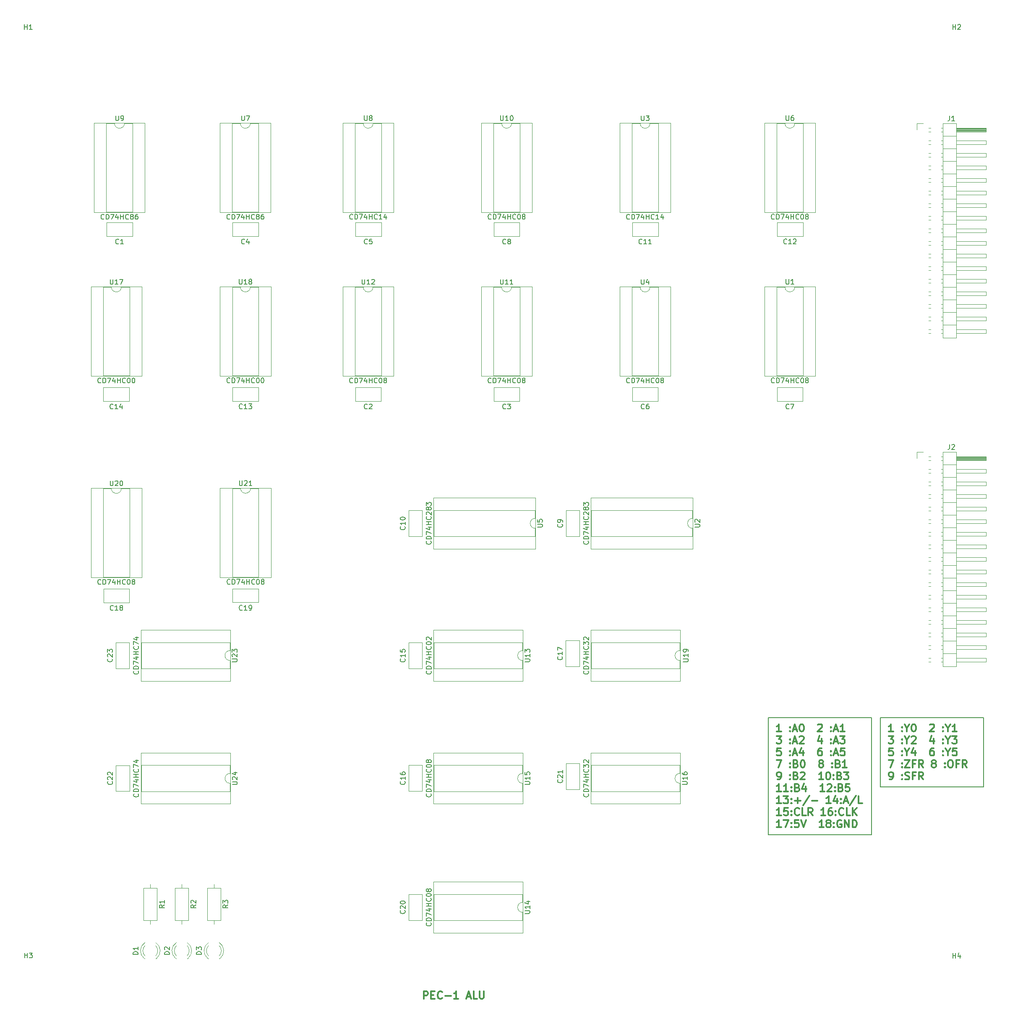
<source format=gbr>
%TF.GenerationSoftware,KiCad,Pcbnew,7.0.7*%
%TF.CreationDate,2023-10-17T22:58:23+09:00*%
%TF.ProjectId,ALU,414c552e-6b69-4636-9164-5f7063625858,rev?*%
%TF.SameCoordinates,Original*%
%TF.FileFunction,Legend,Top*%
%TF.FilePolarity,Positive*%
%FSLAX46Y46*%
G04 Gerber Fmt 4.6, Leading zero omitted, Abs format (unit mm)*
G04 Created by KiCad (PCBNEW 7.0.7) date 2023-10-17 22:58:23*
%MOMM*%
%LPD*%
G01*
G04 APERTURE LIST*
%ADD10C,0.300000*%
%ADD11C,0.200000*%
%ADD12C,0.150000*%
%ADD13C,0.120000*%
G04 APERTURE END LIST*
D10*
X98852510Y-210874828D02*
X98852510Y-209374828D01*
X98852510Y-209374828D02*
X99423939Y-209374828D01*
X99423939Y-209374828D02*
X99566796Y-209446257D01*
X99566796Y-209446257D02*
X99638225Y-209517685D01*
X99638225Y-209517685D02*
X99709653Y-209660542D01*
X99709653Y-209660542D02*
X99709653Y-209874828D01*
X99709653Y-209874828D02*
X99638225Y-210017685D01*
X99638225Y-210017685D02*
X99566796Y-210089114D01*
X99566796Y-210089114D02*
X99423939Y-210160542D01*
X99423939Y-210160542D02*
X98852510Y-210160542D01*
X100352510Y-210089114D02*
X100852510Y-210089114D01*
X101066796Y-210874828D02*
X100352510Y-210874828D01*
X100352510Y-210874828D02*
X100352510Y-209374828D01*
X100352510Y-209374828D02*
X101066796Y-209374828D01*
X102566796Y-210731971D02*
X102495368Y-210803400D01*
X102495368Y-210803400D02*
X102281082Y-210874828D01*
X102281082Y-210874828D02*
X102138225Y-210874828D01*
X102138225Y-210874828D02*
X101923939Y-210803400D01*
X101923939Y-210803400D02*
X101781082Y-210660542D01*
X101781082Y-210660542D02*
X101709653Y-210517685D01*
X101709653Y-210517685D02*
X101638225Y-210231971D01*
X101638225Y-210231971D02*
X101638225Y-210017685D01*
X101638225Y-210017685D02*
X101709653Y-209731971D01*
X101709653Y-209731971D02*
X101781082Y-209589114D01*
X101781082Y-209589114D02*
X101923939Y-209446257D01*
X101923939Y-209446257D02*
X102138225Y-209374828D01*
X102138225Y-209374828D02*
X102281082Y-209374828D01*
X102281082Y-209374828D02*
X102495368Y-209446257D01*
X102495368Y-209446257D02*
X102566796Y-209517685D01*
X103209653Y-210303400D02*
X104352511Y-210303400D01*
X105852511Y-210874828D02*
X104995368Y-210874828D01*
X105423939Y-210874828D02*
X105423939Y-209374828D01*
X105423939Y-209374828D02*
X105281082Y-209589114D01*
X105281082Y-209589114D02*
X105138225Y-209731971D01*
X105138225Y-209731971D02*
X104995368Y-209803400D01*
X107566796Y-210446257D02*
X108281082Y-210446257D01*
X107423939Y-210874828D02*
X107923939Y-209374828D01*
X107923939Y-209374828D02*
X108423939Y-210874828D01*
X109638224Y-210874828D02*
X108923938Y-210874828D01*
X108923938Y-210874828D02*
X108923938Y-209374828D01*
X110138224Y-209374828D02*
X110138224Y-210589114D01*
X110138224Y-210589114D02*
X110209653Y-210731971D01*
X110209653Y-210731971D02*
X110281082Y-210803400D01*
X110281082Y-210803400D02*
X110423939Y-210874828D01*
X110423939Y-210874828D02*
X110709653Y-210874828D01*
X110709653Y-210874828D02*
X110852510Y-210803400D01*
X110852510Y-210803400D02*
X110923939Y-210731971D01*
X110923939Y-210731971D02*
X110995367Y-210589114D01*
X110995367Y-210589114D02*
X110995367Y-209374828D01*
X170967225Y-156958828D02*
X170110082Y-156958828D01*
X170538653Y-156958828D02*
X170538653Y-155458828D01*
X170538653Y-155458828D02*
X170395796Y-155673114D01*
X170395796Y-155673114D02*
X170252939Y-155815971D01*
X170252939Y-155815971D02*
X170110082Y-155887400D01*
X172752938Y-156815971D02*
X172824367Y-156887400D01*
X172824367Y-156887400D02*
X172752938Y-156958828D01*
X172752938Y-156958828D02*
X172681510Y-156887400D01*
X172681510Y-156887400D02*
X172752938Y-156815971D01*
X172752938Y-156815971D02*
X172752938Y-156958828D01*
X172752938Y-156030257D02*
X172824367Y-156101685D01*
X172824367Y-156101685D02*
X172752938Y-156173114D01*
X172752938Y-156173114D02*
X172681510Y-156101685D01*
X172681510Y-156101685D02*
X172752938Y-156030257D01*
X172752938Y-156030257D02*
X172752938Y-156173114D01*
X173395796Y-156530257D02*
X174110082Y-156530257D01*
X173252939Y-156958828D02*
X173752939Y-155458828D01*
X173752939Y-155458828D02*
X174252939Y-156958828D01*
X175038653Y-155458828D02*
X175181510Y-155458828D01*
X175181510Y-155458828D02*
X175324367Y-155530257D01*
X175324367Y-155530257D02*
X175395796Y-155601685D01*
X175395796Y-155601685D02*
X175467224Y-155744542D01*
X175467224Y-155744542D02*
X175538653Y-156030257D01*
X175538653Y-156030257D02*
X175538653Y-156387400D01*
X175538653Y-156387400D02*
X175467224Y-156673114D01*
X175467224Y-156673114D02*
X175395796Y-156815971D01*
X175395796Y-156815971D02*
X175324367Y-156887400D01*
X175324367Y-156887400D02*
X175181510Y-156958828D01*
X175181510Y-156958828D02*
X175038653Y-156958828D01*
X175038653Y-156958828D02*
X174895796Y-156887400D01*
X174895796Y-156887400D02*
X174824367Y-156815971D01*
X174824367Y-156815971D02*
X174752938Y-156673114D01*
X174752938Y-156673114D02*
X174681510Y-156387400D01*
X174681510Y-156387400D02*
X174681510Y-156030257D01*
X174681510Y-156030257D02*
X174752938Y-155744542D01*
X174752938Y-155744542D02*
X174824367Y-155601685D01*
X174824367Y-155601685D02*
X174895796Y-155530257D01*
X174895796Y-155530257D02*
X175038653Y-155458828D01*
X178395795Y-155601685D02*
X178467223Y-155530257D01*
X178467223Y-155530257D02*
X178610081Y-155458828D01*
X178610081Y-155458828D02*
X178967223Y-155458828D01*
X178967223Y-155458828D02*
X179110081Y-155530257D01*
X179110081Y-155530257D02*
X179181509Y-155601685D01*
X179181509Y-155601685D02*
X179252938Y-155744542D01*
X179252938Y-155744542D02*
X179252938Y-155887400D01*
X179252938Y-155887400D02*
X179181509Y-156101685D01*
X179181509Y-156101685D02*
X178324366Y-156958828D01*
X178324366Y-156958828D02*
X179252938Y-156958828D01*
X181038651Y-156815971D02*
X181110080Y-156887400D01*
X181110080Y-156887400D02*
X181038651Y-156958828D01*
X181038651Y-156958828D02*
X180967223Y-156887400D01*
X180967223Y-156887400D02*
X181038651Y-156815971D01*
X181038651Y-156815971D02*
X181038651Y-156958828D01*
X181038651Y-156030257D02*
X181110080Y-156101685D01*
X181110080Y-156101685D02*
X181038651Y-156173114D01*
X181038651Y-156173114D02*
X180967223Y-156101685D01*
X180967223Y-156101685D02*
X181038651Y-156030257D01*
X181038651Y-156030257D02*
X181038651Y-156173114D01*
X181681509Y-156530257D02*
X182395795Y-156530257D01*
X181538652Y-156958828D02*
X182038652Y-155458828D01*
X182038652Y-155458828D02*
X182538652Y-156958828D01*
X183824366Y-156958828D02*
X182967223Y-156958828D01*
X183395794Y-156958828D02*
X183395794Y-155458828D01*
X183395794Y-155458828D02*
X183252937Y-155673114D01*
X183252937Y-155673114D02*
X183110080Y-155815971D01*
X183110080Y-155815971D02*
X182967223Y-155887400D01*
X170038653Y-157873828D02*
X170967225Y-157873828D01*
X170967225Y-157873828D02*
X170467225Y-158445257D01*
X170467225Y-158445257D02*
X170681510Y-158445257D01*
X170681510Y-158445257D02*
X170824368Y-158516685D01*
X170824368Y-158516685D02*
X170895796Y-158588114D01*
X170895796Y-158588114D02*
X170967225Y-158730971D01*
X170967225Y-158730971D02*
X170967225Y-159088114D01*
X170967225Y-159088114D02*
X170895796Y-159230971D01*
X170895796Y-159230971D02*
X170824368Y-159302400D01*
X170824368Y-159302400D02*
X170681510Y-159373828D01*
X170681510Y-159373828D02*
X170252939Y-159373828D01*
X170252939Y-159373828D02*
X170110082Y-159302400D01*
X170110082Y-159302400D02*
X170038653Y-159230971D01*
X172752938Y-159230971D02*
X172824367Y-159302400D01*
X172824367Y-159302400D02*
X172752938Y-159373828D01*
X172752938Y-159373828D02*
X172681510Y-159302400D01*
X172681510Y-159302400D02*
X172752938Y-159230971D01*
X172752938Y-159230971D02*
X172752938Y-159373828D01*
X172752938Y-158445257D02*
X172824367Y-158516685D01*
X172824367Y-158516685D02*
X172752938Y-158588114D01*
X172752938Y-158588114D02*
X172681510Y-158516685D01*
X172681510Y-158516685D02*
X172752938Y-158445257D01*
X172752938Y-158445257D02*
X172752938Y-158588114D01*
X173395796Y-158945257D02*
X174110082Y-158945257D01*
X173252939Y-159373828D02*
X173752939Y-157873828D01*
X173752939Y-157873828D02*
X174252939Y-159373828D01*
X174681510Y-158016685D02*
X174752938Y-157945257D01*
X174752938Y-157945257D02*
X174895796Y-157873828D01*
X174895796Y-157873828D02*
X175252938Y-157873828D01*
X175252938Y-157873828D02*
X175395796Y-157945257D01*
X175395796Y-157945257D02*
X175467224Y-158016685D01*
X175467224Y-158016685D02*
X175538653Y-158159542D01*
X175538653Y-158159542D02*
X175538653Y-158302400D01*
X175538653Y-158302400D02*
X175467224Y-158516685D01*
X175467224Y-158516685D02*
X174610081Y-159373828D01*
X174610081Y-159373828D02*
X175538653Y-159373828D01*
X179110081Y-158373828D02*
X179110081Y-159373828D01*
X178752938Y-157802400D02*
X178395795Y-158873828D01*
X178395795Y-158873828D02*
X179324366Y-158873828D01*
X181038651Y-159230971D02*
X181110080Y-159302400D01*
X181110080Y-159302400D02*
X181038651Y-159373828D01*
X181038651Y-159373828D02*
X180967223Y-159302400D01*
X180967223Y-159302400D02*
X181038651Y-159230971D01*
X181038651Y-159230971D02*
X181038651Y-159373828D01*
X181038651Y-158445257D02*
X181110080Y-158516685D01*
X181110080Y-158516685D02*
X181038651Y-158588114D01*
X181038651Y-158588114D02*
X180967223Y-158516685D01*
X180967223Y-158516685D02*
X181038651Y-158445257D01*
X181038651Y-158445257D02*
X181038651Y-158588114D01*
X181681509Y-158945257D02*
X182395795Y-158945257D01*
X181538652Y-159373828D02*
X182038652Y-157873828D01*
X182038652Y-157873828D02*
X182538652Y-159373828D01*
X182895794Y-157873828D02*
X183824366Y-157873828D01*
X183824366Y-157873828D02*
X183324366Y-158445257D01*
X183324366Y-158445257D02*
X183538651Y-158445257D01*
X183538651Y-158445257D02*
X183681509Y-158516685D01*
X183681509Y-158516685D02*
X183752937Y-158588114D01*
X183752937Y-158588114D02*
X183824366Y-158730971D01*
X183824366Y-158730971D02*
X183824366Y-159088114D01*
X183824366Y-159088114D02*
X183752937Y-159230971D01*
X183752937Y-159230971D02*
X183681509Y-159302400D01*
X183681509Y-159302400D02*
X183538651Y-159373828D01*
X183538651Y-159373828D02*
X183110080Y-159373828D01*
X183110080Y-159373828D02*
X182967223Y-159302400D01*
X182967223Y-159302400D02*
X182895794Y-159230971D01*
X170895796Y-160288828D02*
X170181510Y-160288828D01*
X170181510Y-160288828D02*
X170110082Y-161003114D01*
X170110082Y-161003114D02*
X170181510Y-160931685D01*
X170181510Y-160931685D02*
X170324368Y-160860257D01*
X170324368Y-160860257D02*
X170681510Y-160860257D01*
X170681510Y-160860257D02*
X170824368Y-160931685D01*
X170824368Y-160931685D02*
X170895796Y-161003114D01*
X170895796Y-161003114D02*
X170967225Y-161145971D01*
X170967225Y-161145971D02*
X170967225Y-161503114D01*
X170967225Y-161503114D02*
X170895796Y-161645971D01*
X170895796Y-161645971D02*
X170824368Y-161717400D01*
X170824368Y-161717400D02*
X170681510Y-161788828D01*
X170681510Y-161788828D02*
X170324368Y-161788828D01*
X170324368Y-161788828D02*
X170181510Y-161717400D01*
X170181510Y-161717400D02*
X170110082Y-161645971D01*
X172752938Y-161645971D02*
X172824367Y-161717400D01*
X172824367Y-161717400D02*
X172752938Y-161788828D01*
X172752938Y-161788828D02*
X172681510Y-161717400D01*
X172681510Y-161717400D02*
X172752938Y-161645971D01*
X172752938Y-161645971D02*
X172752938Y-161788828D01*
X172752938Y-160860257D02*
X172824367Y-160931685D01*
X172824367Y-160931685D02*
X172752938Y-161003114D01*
X172752938Y-161003114D02*
X172681510Y-160931685D01*
X172681510Y-160931685D02*
X172752938Y-160860257D01*
X172752938Y-160860257D02*
X172752938Y-161003114D01*
X173395796Y-161360257D02*
X174110082Y-161360257D01*
X173252939Y-161788828D02*
X173752939Y-160288828D01*
X173752939Y-160288828D02*
X174252939Y-161788828D01*
X175395796Y-160788828D02*
X175395796Y-161788828D01*
X175038653Y-160217400D02*
X174681510Y-161288828D01*
X174681510Y-161288828D02*
X175610081Y-161288828D01*
X179110081Y-160288828D02*
X178824366Y-160288828D01*
X178824366Y-160288828D02*
X178681509Y-160360257D01*
X178681509Y-160360257D02*
X178610081Y-160431685D01*
X178610081Y-160431685D02*
X178467223Y-160645971D01*
X178467223Y-160645971D02*
X178395795Y-160931685D01*
X178395795Y-160931685D02*
X178395795Y-161503114D01*
X178395795Y-161503114D02*
X178467223Y-161645971D01*
X178467223Y-161645971D02*
X178538652Y-161717400D01*
X178538652Y-161717400D02*
X178681509Y-161788828D01*
X178681509Y-161788828D02*
X178967223Y-161788828D01*
X178967223Y-161788828D02*
X179110081Y-161717400D01*
X179110081Y-161717400D02*
X179181509Y-161645971D01*
X179181509Y-161645971D02*
X179252938Y-161503114D01*
X179252938Y-161503114D02*
X179252938Y-161145971D01*
X179252938Y-161145971D02*
X179181509Y-161003114D01*
X179181509Y-161003114D02*
X179110081Y-160931685D01*
X179110081Y-160931685D02*
X178967223Y-160860257D01*
X178967223Y-160860257D02*
X178681509Y-160860257D01*
X178681509Y-160860257D02*
X178538652Y-160931685D01*
X178538652Y-160931685D02*
X178467223Y-161003114D01*
X178467223Y-161003114D02*
X178395795Y-161145971D01*
X181038651Y-161645971D02*
X181110080Y-161717400D01*
X181110080Y-161717400D02*
X181038651Y-161788828D01*
X181038651Y-161788828D02*
X180967223Y-161717400D01*
X180967223Y-161717400D02*
X181038651Y-161645971D01*
X181038651Y-161645971D02*
X181038651Y-161788828D01*
X181038651Y-160860257D02*
X181110080Y-160931685D01*
X181110080Y-160931685D02*
X181038651Y-161003114D01*
X181038651Y-161003114D02*
X180967223Y-160931685D01*
X180967223Y-160931685D02*
X181038651Y-160860257D01*
X181038651Y-160860257D02*
X181038651Y-161003114D01*
X181681509Y-161360257D02*
X182395795Y-161360257D01*
X181538652Y-161788828D02*
X182038652Y-160288828D01*
X182038652Y-160288828D02*
X182538652Y-161788828D01*
X183752937Y-160288828D02*
X183038651Y-160288828D01*
X183038651Y-160288828D02*
X182967223Y-161003114D01*
X182967223Y-161003114D02*
X183038651Y-160931685D01*
X183038651Y-160931685D02*
X183181509Y-160860257D01*
X183181509Y-160860257D02*
X183538651Y-160860257D01*
X183538651Y-160860257D02*
X183681509Y-160931685D01*
X183681509Y-160931685D02*
X183752937Y-161003114D01*
X183752937Y-161003114D02*
X183824366Y-161145971D01*
X183824366Y-161145971D02*
X183824366Y-161503114D01*
X183824366Y-161503114D02*
X183752937Y-161645971D01*
X183752937Y-161645971D02*
X183681509Y-161717400D01*
X183681509Y-161717400D02*
X183538651Y-161788828D01*
X183538651Y-161788828D02*
X183181509Y-161788828D01*
X183181509Y-161788828D02*
X183038651Y-161717400D01*
X183038651Y-161717400D02*
X182967223Y-161645971D01*
X170038653Y-162703828D02*
X171038653Y-162703828D01*
X171038653Y-162703828D02*
X170395796Y-164203828D01*
X172752938Y-164060971D02*
X172824367Y-164132400D01*
X172824367Y-164132400D02*
X172752938Y-164203828D01*
X172752938Y-164203828D02*
X172681510Y-164132400D01*
X172681510Y-164132400D02*
X172752938Y-164060971D01*
X172752938Y-164060971D02*
X172752938Y-164203828D01*
X172752938Y-163275257D02*
X172824367Y-163346685D01*
X172824367Y-163346685D02*
X172752938Y-163418114D01*
X172752938Y-163418114D02*
X172681510Y-163346685D01*
X172681510Y-163346685D02*
X172752938Y-163275257D01*
X172752938Y-163275257D02*
X172752938Y-163418114D01*
X173967224Y-163418114D02*
X174181510Y-163489542D01*
X174181510Y-163489542D02*
X174252939Y-163560971D01*
X174252939Y-163560971D02*
X174324367Y-163703828D01*
X174324367Y-163703828D02*
X174324367Y-163918114D01*
X174324367Y-163918114D02*
X174252939Y-164060971D01*
X174252939Y-164060971D02*
X174181510Y-164132400D01*
X174181510Y-164132400D02*
X174038653Y-164203828D01*
X174038653Y-164203828D02*
X173467224Y-164203828D01*
X173467224Y-164203828D02*
X173467224Y-162703828D01*
X173467224Y-162703828D02*
X173967224Y-162703828D01*
X173967224Y-162703828D02*
X174110082Y-162775257D01*
X174110082Y-162775257D02*
X174181510Y-162846685D01*
X174181510Y-162846685D02*
X174252939Y-162989542D01*
X174252939Y-162989542D02*
X174252939Y-163132400D01*
X174252939Y-163132400D02*
X174181510Y-163275257D01*
X174181510Y-163275257D02*
X174110082Y-163346685D01*
X174110082Y-163346685D02*
X173967224Y-163418114D01*
X173967224Y-163418114D02*
X173467224Y-163418114D01*
X175252939Y-162703828D02*
X175395796Y-162703828D01*
X175395796Y-162703828D02*
X175538653Y-162775257D01*
X175538653Y-162775257D02*
X175610082Y-162846685D01*
X175610082Y-162846685D02*
X175681510Y-162989542D01*
X175681510Y-162989542D02*
X175752939Y-163275257D01*
X175752939Y-163275257D02*
X175752939Y-163632400D01*
X175752939Y-163632400D02*
X175681510Y-163918114D01*
X175681510Y-163918114D02*
X175610082Y-164060971D01*
X175610082Y-164060971D02*
X175538653Y-164132400D01*
X175538653Y-164132400D02*
X175395796Y-164203828D01*
X175395796Y-164203828D02*
X175252939Y-164203828D01*
X175252939Y-164203828D02*
X175110082Y-164132400D01*
X175110082Y-164132400D02*
X175038653Y-164060971D01*
X175038653Y-164060971D02*
X174967224Y-163918114D01*
X174967224Y-163918114D02*
X174895796Y-163632400D01*
X174895796Y-163632400D02*
X174895796Y-163275257D01*
X174895796Y-163275257D02*
X174967224Y-162989542D01*
X174967224Y-162989542D02*
X175038653Y-162846685D01*
X175038653Y-162846685D02*
X175110082Y-162775257D01*
X175110082Y-162775257D02*
X175252939Y-162703828D01*
X178895795Y-163346685D02*
X178752938Y-163275257D01*
X178752938Y-163275257D02*
X178681509Y-163203828D01*
X178681509Y-163203828D02*
X178610081Y-163060971D01*
X178610081Y-163060971D02*
X178610081Y-162989542D01*
X178610081Y-162989542D02*
X178681509Y-162846685D01*
X178681509Y-162846685D02*
X178752938Y-162775257D01*
X178752938Y-162775257D02*
X178895795Y-162703828D01*
X178895795Y-162703828D02*
X179181509Y-162703828D01*
X179181509Y-162703828D02*
X179324367Y-162775257D01*
X179324367Y-162775257D02*
X179395795Y-162846685D01*
X179395795Y-162846685D02*
X179467224Y-162989542D01*
X179467224Y-162989542D02*
X179467224Y-163060971D01*
X179467224Y-163060971D02*
X179395795Y-163203828D01*
X179395795Y-163203828D02*
X179324367Y-163275257D01*
X179324367Y-163275257D02*
X179181509Y-163346685D01*
X179181509Y-163346685D02*
X178895795Y-163346685D01*
X178895795Y-163346685D02*
X178752938Y-163418114D01*
X178752938Y-163418114D02*
X178681509Y-163489542D01*
X178681509Y-163489542D02*
X178610081Y-163632400D01*
X178610081Y-163632400D02*
X178610081Y-163918114D01*
X178610081Y-163918114D02*
X178681509Y-164060971D01*
X178681509Y-164060971D02*
X178752938Y-164132400D01*
X178752938Y-164132400D02*
X178895795Y-164203828D01*
X178895795Y-164203828D02*
X179181509Y-164203828D01*
X179181509Y-164203828D02*
X179324367Y-164132400D01*
X179324367Y-164132400D02*
X179395795Y-164060971D01*
X179395795Y-164060971D02*
X179467224Y-163918114D01*
X179467224Y-163918114D02*
X179467224Y-163632400D01*
X179467224Y-163632400D02*
X179395795Y-163489542D01*
X179395795Y-163489542D02*
X179324367Y-163418114D01*
X179324367Y-163418114D02*
X179181509Y-163346685D01*
X181252937Y-164060971D02*
X181324366Y-164132400D01*
X181324366Y-164132400D02*
X181252937Y-164203828D01*
X181252937Y-164203828D02*
X181181509Y-164132400D01*
X181181509Y-164132400D02*
X181252937Y-164060971D01*
X181252937Y-164060971D02*
X181252937Y-164203828D01*
X181252937Y-163275257D02*
X181324366Y-163346685D01*
X181324366Y-163346685D02*
X181252937Y-163418114D01*
X181252937Y-163418114D02*
X181181509Y-163346685D01*
X181181509Y-163346685D02*
X181252937Y-163275257D01*
X181252937Y-163275257D02*
X181252937Y-163418114D01*
X182467223Y-163418114D02*
X182681509Y-163489542D01*
X182681509Y-163489542D02*
X182752938Y-163560971D01*
X182752938Y-163560971D02*
X182824366Y-163703828D01*
X182824366Y-163703828D02*
X182824366Y-163918114D01*
X182824366Y-163918114D02*
X182752938Y-164060971D01*
X182752938Y-164060971D02*
X182681509Y-164132400D01*
X182681509Y-164132400D02*
X182538652Y-164203828D01*
X182538652Y-164203828D02*
X181967223Y-164203828D01*
X181967223Y-164203828D02*
X181967223Y-162703828D01*
X181967223Y-162703828D02*
X182467223Y-162703828D01*
X182467223Y-162703828D02*
X182610081Y-162775257D01*
X182610081Y-162775257D02*
X182681509Y-162846685D01*
X182681509Y-162846685D02*
X182752938Y-162989542D01*
X182752938Y-162989542D02*
X182752938Y-163132400D01*
X182752938Y-163132400D02*
X182681509Y-163275257D01*
X182681509Y-163275257D02*
X182610081Y-163346685D01*
X182610081Y-163346685D02*
X182467223Y-163418114D01*
X182467223Y-163418114D02*
X181967223Y-163418114D01*
X184252938Y-164203828D02*
X183395795Y-164203828D01*
X183824366Y-164203828D02*
X183824366Y-162703828D01*
X183824366Y-162703828D02*
X183681509Y-162918114D01*
X183681509Y-162918114D02*
X183538652Y-163060971D01*
X183538652Y-163060971D02*
X183395795Y-163132400D01*
X170252939Y-166618828D02*
X170538653Y-166618828D01*
X170538653Y-166618828D02*
X170681510Y-166547400D01*
X170681510Y-166547400D02*
X170752939Y-166475971D01*
X170752939Y-166475971D02*
X170895796Y-166261685D01*
X170895796Y-166261685D02*
X170967225Y-165975971D01*
X170967225Y-165975971D02*
X170967225Y-165404542D01*
X170967225Y-165404542D02*
X170895796Y-165261685D01*
X170895796Y-165261685D02*
X170824368Y-165190257D01*
X170824368Y-165190257D02*
X170681510Y-165118828D01*
X170681510Y-165118828D02*
X170395796Y-165118828D01*
X170395796Y-165118828D02*
X170252939Y-165190257D01*
X170252939Y-165190257D02*
X170181510Y-165261685D01*
X170181510Y-165261685D02*
X170110082Y-165404542D01*
X170110082Y-165404542D02*
X170110082Y-165761685D01*
X170110082Y-165761685D02*
X170181510Y-165904542D01*
X170181510Y-165904542D02*
X170252939Y-165975971D01*
X170252939Y-165975971D02*
X170395796Y-166047400D01*
X170395796Y-166047400D02*
X170681510Y-166047400D01*
X170681510Y-166047400D02*
X170824368Y-165975971D01*
X170824368Y-165975971D02*
X170895796Y-165904542D01*
X170895796Y-165904542D02*
X170967225Y-165761685D01*
X172752938Y-166475971D02*
X172824367Y-166547400D01*
X172824367Y-166547400D02*
X172752938Y-166618828D01*
X172752938Y-166618828D02*
X172681510Y-166547400D01*
X172681510Y-166547400D02*
X172752938Y-166475971D01*
X172752938Y-166475971D02*
X172752938Y-166618828D01*
X172752938Y-165690257D02*
X172824367Y-165761685D01*
X172824367Y-165761685D02*
X172752938Y-165833114D01*
X172752938Y-165833114D02*
X172681510Y-165761685D01*
X172681510Y-165761685D02*
X172752938Y-165690257D01*
X172752938Y-165690257D02*
X172752938Y-165833114D01*
X173967224Y-165833114D02*
X174181510Y-165904542D01*
X174181510Y-165904542D02*
X174252939Y-165975971D01*
X174252939Y-165975971D02*
X174324367Y-166118828D01*
X174324367Y-166118828D02*
X174324367Y-166333114D01*
X174324367Y-166333114D02*
X174252939Y-166475971D01*
X174252939Y-166475971D02*
X174181510Y-166547400D01*
X174181510Y-166547400D02*
X174038653Y-166618828D01*
X174038653Y-166618828D02*
X173467224Y-166618828D01*
X173467224Y-166618828D02*
X173467224Y-165118828D01*
X173467224Y-165118828D02*
X173967224Y-165118828D01*
X173967224Y-165118828D02*
X174110082Y-165190257D01*
X174110082Y-165190257D02*
X174181510Y-165261685D01*
X174181510Y-165261685D02*
X174252939Y-165404542D01*
X174252939Y-165404542D02*
X174252939Y-165547400D01*
X174252939Y-165547400D02*
X174181510Y-165690257D01*
X174181510Y-165690257D02*
X174110082Y-165761685D01*
X174110082Y-165761685D02*
X173967224Y-165833114D01*
X173967224Y-165833114D02*
X173467224Y-165833114D01*
X174895796Y-165261685D02*
X174967224Y-165190257D01*
X174967224Y-165190257D02*
X175110082Y-165118828D01*
X175110082Y-165118828D02*
X175467224Y-165118828D01*
X175467224Y-165118828D02*
X175610082Y-165190257D01*
X175610082Y-165190257D02*
X175681510Y-165261685D01*
X175681510Y-165261685D02*
X175752939Y-165404542D01*
X175752939Y-165404542D02*
X175752939Y-165547400D01*
X175752939Y-165547400D02*
X175681510Y-165761685D01*
X175681510Y-165761685D02*
X174824367Y-166618828D01*
X174824367Y-166618828D02*
X175752939Y-166618828D01*
X179467224Y-166618828D02*
X178610081Y-166618828D01*
X179038652Y-166618828D02*
X179038652Y-165118828D01*
X179038652Y-165118828D02*
X178895795Y-165333114D01*
X178895795Y-165333114D02*
X178752938Y-165475971D01*
X178752938Y-165475971D02*
X178610081Y-165547400D01*
X180395795Y-165118828D02*
X180538652Y-165118828D01*
X180538652Y-165118828D02*
X180681509Y-165190257D01*
X180681509Y-165190257D02*
X180752938Y-165261685D01*
X180752938Y-165261685D02*
X180824366Y-165404542D01*
X180824366Y-165404542D02*
X180895795Y-165690257D01*
X180895795Y-165690257D02*
X180895795Y-166047400D01*
X180895795Y-166047400D02*
X180824366Y-166333114D01*
X180824366Y-166333114D02*
X180752938Y-166475971D01*
X180752938Y-166475971D02*
X180681509Y-166547400D01*
X180681509Y-166547400D02*
X180538652Y-166618828D01*
X180538652Y-166618828D02*
X180395795Y-166618828D01*
X180395795Y-166618828D02*
X180252938Y-166547400D01*
X180252938Y-166547400D02*
X180181509Y-166475971D01*
X180181509Y-166475971D02*
X180110080Y-166333114D01*
X180110080Y-166333114D02*
X180038652Y-166047400D01*
X180038652Y-166047400D02*
X180038652Y-165690257D01*
X180038652Y-165690257D02*
X180110080Y-165404542D01*
X180110080Y-165404542D02*
X180181509Y-165261685D01*
X180181509Y-165261685D02*
X180252938Y-165190257D01*
X180252938Y-165190257D02*
X180395795Y-165118828D01*
X181538651Y-166475971D02*
X181610080Y-166547400D01*
X181610080Y-166547400D02*
X181538651Y-166618828D01*
X181538651Y-166618828D02*
X181467223Y-166547400D01*
X181467223Y-166547400D02*
X181538651Y-166475971D01*
X181538651Y-166475971D02*
X181538651Y-166618828D01*
X181538651Y-165690257D02*
X181610080Y-165761685D01*
X181610080Y-165761685D02*
X181538651Y-165833114D01*
X181538651Y-165833114D02*
X181467223Y-165761685D01*
X181467223Y-165761685D02*
X181538651Y-165690257D01*
X181538651Y-165690257D02*
X181538651Y-165833114D01*
X182752937Y-165833114D02*
X182967223Y-165904542D01*
X182967223Y-165904542D02*
X183038652Y-165975971D01*
X183038652Y-165975971D02*
X183110080Y-166118828D01*
X183110080Y-166118828D02*
X183110080Y-166333114D01*
X183110080Y-166333114D02*
X183038652Y-166475971D01*
X183038652Y-166475971D02*
X182967223Y-166547400D01*
X182967223Y-166547400D02*
X182824366Y-166618828D01*
X182824366Y-166618828D02*
X182252937Y-166618828D01*
X182252937Y-166618828D02*
X182252937Y-165118828D01*
X182252937Y-165118828D02*
X182752937Y-165118828D01*
X182752937Y-165118828D02*
X182895795Y-165190257D01*
X182895795Y-165190257D02*
X182967223Y-165261685D01*
X182967223Y-165261685D02*
X183038652Y-165404542D01*
X183038652Y-165404542D02*
X183038652Y-165547400D01*
X183038652Y-165547400D02*
X182967223Y-165690257D01*
X182967223Y-165690257D02*
X182895795Y-165761685D01*
X182895795Y-165761685D02*
X182752937Y-165833114D01*
X182752937Y-165833114D02*
X182252937Y-165833114D01*
X183610080Y-165118828D02*
X184538652Y-165118828D01*
X184538652Y-165118828D02*
X184038652Y-165690257D01*
X184038652Y-165690257D02*
X184252937Y-165690257D01*
X184252937Y-165690257D02*
X184395795Y-165761685D01*
X184395795Y-165761685D02*
X184467223Y-165833114D01*
X184467223Y-165833114D02*
X184538652Y-165975971D01*
X184538652Y-165975971D02*
X184538652Y-166333114D01*
X184538652Y-166333114D02*
X184467223Y-166475971D01*
X184467223Y-166475971D02*
X184395795Y-166547400D01*
X184395795Y-166547400D02*
X184252937Y-166618828D01*
X184252937Y-166618828D02*
X183824366Y-166618828D01*
X183824366Y-166618828D02*
X183681509Y-166547400D01*
X183681509Y-166547400D02*
X183610080Y-166475971D01*
X170967225Y-169033828D02*
X170110082Y-169033828D01*
X170538653Y-169033828D02*
X170538653Y-167533828D01*
X170538653Y-167533828D02*
X170395796Y-167748114D01*
X170395796Y-167748114D02*
X170252939Y-167890971D01*
X170252939Y-167890971D02*
X170110082Y-167962400D01*
X172395796Y-169033828D02*
X171538653Y-169033828D01*
X171967224Y-169033828D02*
X171967224Y-167533828D01*
X171967224Y-167533828D02*
X171824367Y-167748114D01*
X171824367Y-167748114D02*
X171681510Y-167890971D01*
X171681510Y-167890971D02*
X171538653Y-167962400D01*
X173038652Y-168890971D02*
X173110081Y-168962400D01*
X173110081Y-168962400D02*
X173038652Y-169033828D01*
X173038652Y-169033828D02*
X172967224Y-168962400D01*
X172967224Y-168962400D02*
X173038652Y-168890971D01*
X173038652Y-168890971D02*
X173038652Y-169033828D01*
X173038652Y-168105257D02*
X173110081Y-168176685D01*
X173110081Y-168176685D02*
X173038652Y-168248114D01*
X173038652Y-168248114D02*
X172967224Y-168176685D01*
X172967224Y-168176685D02*
X173038652Y-168105257D01*
X173038652Y-168105257D02*
X173038652Y-168248114D01*
X174252938Y-168248114D02*
X174467224Y-168319542D01*
X174467224Y-168319542D02*
X174538653Y-168390971D01*
X174538653Y-168390971D02*
X174610081Y-168533828D01*
X174610081Y-168533828D02*
X174610081Y-168748114D01*
X174610081Y-168748114D02*
X174538653Y-168890971D01*
X174538653Y-168890971D02*
X174467224Y-168962400D01*
X174467224Y-168962400D02*
X174324367Y-169033828D01*
X174324367Y-169033828D02*
X173752938Y-169033828D01*
X173752938Y-169033828D02*
X173752938Y-167533828D01*
X173752938Y-167533828D02*
X174252938Y-167533828D01*
X174252938Y-167533828D02*
X174395796Y-167605257D01*
X174395796Y-167605257D02*
X174467224Y-167676685D01*
X174467224Y-167676685D02*
X174538653Y-167819542D01*
X174538653Y-167819542D02*
X174538653Y-167962400D01*
X174538653Y-167962400D02*
X174467224Y-168105257D01*
X174467224Y-168105257D02*
X174395796Y-168176685D01*
X174395796Y-168176685D02*
X174252938Y-168248114D01*
X174252938Y-168248114D02*
X173752938Y-168248114D01*
X175895796Y-168033828D02*
X175895796Y-169033828D01*
X175538653Y-167462400D02*
X175181510Y-168533828D01*
X175181510Y-168533828D02*
X176110081Y-168533828D01*
X179752938Y-169033828D02*
X178895795Y-169033828D01*
X179324366Y-169033828D02*
X179324366Y-167533828D01*
X179324366Y-167533828D02*
X179181509Y-167748114D01*
X179181509Y-167748114D02*
X179038652Y-167890971D01*
X179038652Y-167890971D02*
X178895795Y-167962400D01*
X180324366Y-167676685D02*
X180395794Y-167605257D01*
X180395794Y-167605257D02*
X180538652Y-167533828D01*
X180538652Y-167533828D02*
X180895794Y-167533828D01*
X180895794Y-167533828D02*
X181038652Y-167605257D01*
X181038652Y-167605257D02*
X181110080Y-167676685D01*
X181110080Y-167676685D02*
X181181509Y-167819542D01*
X181181509Y-167819542D02*
X181181509Y-167962400D01*
X181181509Y-167962400D02*
X181110080Y-168176685D01*
X181110080Y-168176685D02*
X180252937Y-169033828D01*
X180252937Y-169033828D02*
X181181509Y-169033828D01*
X181824365Y-168890971D02*
X181895794Y-168962400D01*
X181895794Y-168962400D02*
X181824365Y-169033828D01*
X181824365Y-169033828D02*
X181752937Y-168962400D01*
X181752937Y-168962400D02*
X181824365Y-168890971D01*
X181824365Y-168890971D02*
X181824365Y-169033828D01*
X181824365Y-168105257D02*
X181895794Y-168176685D01*
X181895794Y-168176685D02*
X181824365Y-168248114D01*
X181824365Y-168248114D02*
X181752937Y-168176685D01*
X181752937Y-168176685D02*
X181824365Y-168105257D01*
X181824365Y-168105257D02*
X181824365Y-168248114D01*
X183038651Y-168248114D02*
X183252937Y-168319542D01*
X183252937Y-168319542D02*
X183324366Y-168390971D01*
X183324366Y-168390971D02*
X183395794Y-168533828D01*
X183395794Y-168533828D02*
X183395794Y-168748114D01*
X183395794Y-168748114D02*
X183324366Y-168890971D01*
X183324366Y-168890971D02*
X183252937Y-168962400D01*
X183252937Y-168962400D02*
X183110080Y-169033828D01*
X183110080Y-169033828D02*
X182538651Y-169033828D01*
X182538651Y-169033828D02*
X182538651Y-167533828D01*
X182538651Y-167533828D02*
X183038651Y-167533828D01*
X183038651Y-167533828D02*
X183181509Y-167605257D01*
X183181509Y-167605257D02*
X183252937Y-167676685D01*
X183252937Y-167676685D02*
X183324366Y-167819542D01*
X183324366Y-167819542D02*
X183324366Y-167962400D01*
X183324366Y-167962400D02*
X183252937Y-168105257D01*
X183252937Y-168105257D02*
X183181509Y-168176685D01*
X183181509Y-168176685D02*
X183038651Y-168248114D01*
X183038651Y-168248114D02*
X182538651Y-168248114D01*
X184752937Y-167533828D02*
X184038651Y-167533828D01*
X184038651Y-167533828D02*
X183967223Y-168248114D01*
X183967223Y-168248114D02*
X184038651Y-168176685D01*
X184038651Y-168176685D02*
X184181509Y-168105257D01*
X184181509Y-168105257D02*
X184538651Y-168105257D01*
X184538651Y-168105257D02*
X184681509Y-168176685D01*
X184681509Y-168176685D02*
X184752937Y-168248114D01*
X184752937Y-168248114D02*
X184824366Y-168390971D01*
X184824366Y-168390971D02*
X184824366Y-168748114D01*
X184824366Y-168748114D02*
X184752937Y-168890971D01*
X184752937Y-168890971D02*
X184681509Y-168962400D01*
X184681509Y-168962400D02*
X184538651Y-169033828D01*
X184538651Y-169033828D02*
X184181509Y-169033828D01*
X184181509Y-169033828D02*
X184038651Y-168962400D01*
X184038651Y-168962400D02*
X183967223Y-168890971D01*
X170967225Y-171448828D02*
X170110082Y-171448828D01*
X170538653Y-171448828D02*
X170538653Y-169948828D01*
X170538653Y-169948828D02*
X170395796Y-170163114D01*
X170395796Y-170163114D02*
X170252939Y-170305971D01*
X170252939Y-170305971D02*
X170110082Y-170377400D01*
X171467224Y-169948828D02*
X172395796Y-169948828D01*
X172395796Y-169948828D02*
X171895796Y-170520257D01*
X171895796Y-170520257D02*
X172110081Y-170520257D01*
X172110081Y-170520257D02*
X172252939Y-170591685D01*
X172252939Y-170591685D02*
X172324367Y-170663114D01*
X172324367Y-170663114D02*
X172395796Y-170805971D01*
X172395796Y-170805971D02*
X172395796Y-171163114D01*
X172395796Y-171163114D02*
X172324367Y-171305971D01*
X172324367Y-171305971D02*
X172252939Y-171377400D01*
X172252939Y-171377400D02*
X172110081Y-171448828D01*
X172110081Y-171448828D02*
X171681510Y-171448828D01*
X171681510Y-171448828D02*
X171538653Y-171377400D01*
X171538653Y-171377400D02*
X171467224Y-171305971D01*
X173038652Y-171305971D02*
X173110081Y-171377400D01*
X173110081Y-171377400D02*
X173038652Y-171448828D01*
X173038652Y-171448828D02*
X172967224Y-171377400D01*
X172967224Y-171377400D02*
X173038652Y-171305971D01*
X173038652Y-171305971D02*
X173038652Y-171448828D01*
X173038652Y-170520257D02*
X173110081Y-170591685D01*
X173110081Y-170591685D02*
X173038652Y-170663114D01*
X173038652Y-170663114D02*
X172967224Y-170591685D01*
X172967224Y-170591685D02*
X173038652Y-170520257D01*
X173038652Y-170520257D02*
X173038652Y-170663114D01*
X173752938Y-170877400D02*
X174895796Y-170877400D01*
X174324367Y-171448828D02*
X174324367Y-170305971D01*
X176681510Y-169877400D02*
X175395796Y-171805971D01*
X177181510Y-170877400D02*
X178324368Y-170877400D01*
X180967225Y-171448828D02*
X180110082Y-171448828D01*
X180538653Y-171448828D02*
X180538653Y-169948828D01*
X180538653Y-169948828D02*
X180395796Y-170163114D01*
X180395796Y-170163114D02*
X180252939Y-170305971D01*
X180252939Y-170305971D02*
X180110082Y-170377400D01*
X182252939Y-170448828D02*
X182252939Y-171448828D01*
X181895796Y-169877400D02*
X181538653Y-170948828D01*
X181538653Y-170948828D02*
X182467224Y-170948828D01*
X183038652Y-171305971D02*
X183110081Y-171377400D01*
X183110081Y-171377400D02*
X183038652Y-171448828D01*
X183038652Y-171448828D02*
X182967224Y-171377400D01*
X182967224Y-171377400D02*
X183038652Y-171305971D01*
X183038652Y-171305971D02*
X183038652Y-171448828D01*
X183038652Y-170520257D02*
X183110081Y-170591685D01*
X183110081Y-170591685D02*
X183038652Y-170663114D01*
X183038652Y-170663114D02*
X182967224Y-170591685D01*
X182967224Y-170591685D02*
X183038652Y-170520257D01*
X183038652Y-170520257D02*
X183038652Y-170663114D01*
X183681510Y-171020257D02*
X184395796Y-171020257D01*
X183538653Y-171448828D02*
X184038653Y-169948828D01*
X184038653Y-169948828D02*
X184538653Y-171448828D01*
X186110081Y-169877400D02*
X184824367Y-171805971D01*
X187324367Y-171448828D02*
X186610081Y-171448828D01*
X186610081Y-171448828D02*
X186610081Y-169948828D01*
X170967225Y-173863828D02*
X170110082Y-173863828D01*
X170538653Y-173863828D02*
X170538653Y-172363828D01*
X170538653Y-172363828D02*
X170395796Y-172578114D01*
X170395796Y-172578114D02*
X170252939Y-172720971D01*
X170252939Y-172720971D02*
X170110082Y-172792400D01*
X172324367Y-172363828D02*
X171610081Y-172363828D01*
X171610081Y-172363828D02*
X171538653Y-173078114D01*
X171538653Y-173078114D02*
X171610081Y-173006685D01*
X171610081Y-173006685D02*
X171752939Y-172935257D01*
X171752939Y-172935257D02*
X172110081Y-172935257D01*
X172110081Y-172935257D02*
X172252939Y-173006685D01*
X172252939Y-173006685D02*
X172324367Y-173078114D01*
X172324367Y-173078114D02*
X172395796Y-173220971D01*
X172395796Y-173220971D02*
X172395796Y-173578114D01*
X172395796Y-173578114D02*
X172324367Y-173720971D01*
X172324367Y-173720971D02*
X172252939Y-173792400D01*
X172252939Y-173792400D02*
X172110081Y-173863828D01*
X172110081Y-173863828D02*
X171752939Y-173863828D01*
X171752939Y-173863828D02*
X171610081Y-173792400D01*
X171610081Y-173792400D02*
X171538653Y-173720971D01*
X173038652Y-173720971D02*
X173110081Y-173792400D01*
X173110081Y-173792400D02*
X173038652Y-173863828D01*
X173038652Y-173863828D02*
X172967224Y-173792400D01*
X172967224Y-173792400D02*
X173038652Y-173720971D01*
X173038652Y-173720971D02*
X173038652Y-173863828D01*
X173038652Y-172935257D02*
X173110081Y-173006685D01*
X173110081Y-173006685D02*
X173038652Y-173078114D01*
X173038652Y-173078114D02*
X172967224Y-173006685D01*
X172967224Y-173006685D02*
X173038652Y-172935257D01*
X173038652Y-172935257D02*
X173038652Y-173078114D01*
X174610081Y-173720971D02*
X174538653Y-173792400D01*
X174538653Y-173792400D02*
X174324367Y-173863828D01*
X174324367Y-173863828D02*
X174181510Y-173863828D01*
X174181510Y-173863828D02*
X173967224Y-173792400D01*
X173967224Y-173792400D02*
X173824367Y-173649542D01*
X173824367Y-173649542D02*
X173752938Y-173506685D01*
X173752938Y-173506685D02*
X173681510Y-173220971D01*
X173681510Y-173220971D02*
X173681510Y-173006685D01*
X173681510Y-173006685D02*
X173752938Y-172720971D01*
X173752938Y-172720971D02*
X173824367Y-172578114D01*
X173824367Y-172578114D02*
X173967224Y-172435257D01*
X173967224Y-172435257D02*
X174181510Y-172363828D01*
X174181510Y-172363828D02*
X174324367Y-172363828D01*
X174324367Y-172363828D02*
X174538653Y-172435257D01*
X174538653Y-172435257D02*
X174610081Y-172506685D01*
X175967224Y-173863828D02*
X175252938Y-173863828D01*
X175252938Y-173863828D02*
X175252938Y-172363828D01*
X177324367Y-173863828D02*
X176824367Y-173149542D01*
X176467224Y-173863828D02*
X176467224Y-172363828D01*
X176467224Y-172363828D02*
X177038653Y-172363828D01*
X177038653Y-172363828D02*
X177181510Y-172435257D01*
X177181510Y-172435257D02*
X177252939Y-172506685D01*
X177252939Y-172506685D02*
X177324367Y-172649542D01*
X177324367Y-172649542D02*
X177324367Y-172863828D01*
X177324367Y-172863828D02*
X177252939Y-173006685D01*
X177252939Y-173006685D02*
X177181510Y-173078114D01*
X177181510Y-173078114D02*
X177038653Y-173149542D01*
X177038653Y-173149542D02*
X176467224Y-173149542D01*
X179895796Y-173863828D02*
X179038653Y-173863828D01*
X179467224Y-173863828D02*
X179467224Y-172363828D01*
X179467224Y-172363828D02*
X179324367Y-172578114D01*
X179324367Y-172578114D02*
X179181510Y-172720971D01*
X179181510Y-172720971D02*
X179038653Y-172792400D01*
X181181510Y-172363828D02*
X180895795Y-172363828D01*
X180895795Y-172363828D02*
X180752938Y-172435257D01*
X180752938Y-172435257D02*
X180681510Y-172506685D01*
X180681510Y-172506685D02*
X180538652Y-172720971D01*
X180538652Y-172720971D02*
X180467224Y-173006685D01*
X180467224Y-173006685D02*
X180467224Y-173578114D01*
X180467224Y-173578114D02*
X180538652Y-173720971D01*
X180538652Y-173720971D02*
X180610081Y-173792400D01*
X180610081Y-173792400D02*
X180752938Y-173863828D01*
X180752938Y-173863828D02*
X181038652Y-173863828D01*
X181038652Y-173863828D02*
X181181510Y-173792400D01*
X181181510Y-173792400D02*
X181252938Y-173720971D01*
X181252938Y-173720971D02*
X181324367Y-173578114D01*
X181324367Y-173578114D02*
X181324367Y-173220971D01*
X181324367Y-173220971D02*
X181252938Y-173078114D01*
X181252938Y-173078114D02*
X181181510Y-173006685D01*
X181181510Y-173006685D02*
X181038652Y-172935257D01*
X181038652Y-172935257D02*
X180752938Y-172935257D01*
X180752938Y-172935257D02*
X180610081Y-173006685D01*
X180610081Y-173006685D02*
X180538652Y-173078114D01*
X180538652Y-173078114D02*
X180467224Y-173220971D01*
X181967223Y-173720971D02*
X182038652Y-173792400D01*
X182038652Y-173792400D02*
X181967223Y-173863828D01*
X181967223Y-173863828D02*
X181895795Y-173792400D01*
X181895795Y-173792400D02*
X181967223Y-173720971D01*
X181967223Y-173720971D02*
X181967223Y-173863828D01*
X181967223Y-172935257D02*
X182038652Y-173006685D01*
X182038652Y-173006685D02*
X181967223Y-173078114D01*
X181967223Y-173078114D02*
X181895795Y-173006685D01*
X181895795Y-173006685D02*
X181967223Y-172935257D01*
X181967223Y-172935257D02*
X181967223Y-173078114D01*
X183538652Y-173720971D02*
X183467224Y-173792400D01*
X183467224Y-173792400D02*
X183252938Y-173863828D01*
X183252938Y-173863828D02*
X183110081Y-173863828D01*
X183110081Y-173863828D02*
X182895795Y-173792400D01*
X182895795Y-173792400D02*
X182752938Y-173649542D01*
X182752938Y-173649542D02*
X182681509Y-173506685D01*
X182681509Y-173506685D02*
X182610081Y-173220971D01*
X182610081Y-173220971D02*
X182610081Y-173006685D01*
X182610081Y-173006685D02*
X182681509Y-172720971D01*
X182681509Y-172720971D02*
X182752938Y-172578114D01*
X182752938Y-172578114D02*
X182895795Y-172435257D01*
X182895795Y-172435257D02*
X183110081Y-172363828D01*
X183110081Y-172363828D02*
X183252938Y-172363828D01*
X183252938Y-172363828D02*
X183467224Y-172435257D01*
X183467224Y-172435257D02*
X183538652Y-172506685D01*
X184895795Y-173863828D02*
X184181509Y-173863828D01*
X184181509Y-173863828D02*
X184181509Y-172363828D01*
X185395795Y-173863828D02*
X185395795Y-172363828D01*
X186252938Y-173863828D02*
X185610081Y-173006685D01*
X186252938Y-172363828D02*
X185395795Y-173220971D01*
X170967225Y-176278828D02*
X170110082Y-176278828D01*
X170538653Y-176278828D02*
X170538653Y-174778828D01*
X170538653Y-174778828D02*
X170395796Y-174993114D01*
X170395796Y-174993114D02*
X170252939Y-175135971D01*
X170252939Y-175135971D02*
X170110082Y-175207400D01*
X171467224Y-174778828D02*
X172467224Y-174778828D01*
X172467224Y-174778828D02*
X171824367Y-176278828D01*
X173038652Y-176135971D02*
X173110081Y-176207400D01*
X173110081Y-176207400D02*
X173038652Y-176278828D01*
X173038652Y-176278828D02*
X172967224Y-176207400D01*
X172967224Y-176207400D02*
X173038652Y-176135971D01*
X173038652Y-176135971D02*
X173038652Y-176278828D01*
X173038652Y-175350257D02*
X173110081Y-175421685D01*
X173110081Y-175421685D02*
X173038652Y-175493114D01*
X173038652Y-175493114D02*
X172967224Y-175421685D01*
X172967224Y-175421685D02*
X173038652Y-175350257D01*
X173038652Y-175350257D02*
X173038652Y-175493114D01*
X174467224Y-174778828D02*
X173752938Y-174778828D01*
X173752938Y-174778828D02*
X173681510Y-175493114D01*
X173681510Y-175493114D02*
X173752938Y-175421685D01*
X173752938Y-175421685D02*
X173895796Y-175350257D01*
X173895796Y-175350257D02*
X174252938Y-175350257D01*
X174252938Y-175350257D02*
X174395796Y-175421685D01*
X174395796Y-175421685D02*
X174467224Y-175493114D01*
X174467224Y-175493114D02*
X174538653Y-175635971D01*
X174538653Y-175635971D02*
X174538653Y-175993114D01*
X174538653Y-175993114D02*
X174467224Y-176135971D01*
X174467224Y-176135971D02*
X174395796Y-176207400D01*
X174395796Y-176207400D02*
X174252938Y-176278828D01*
X174252938Y-176278828D02*
X173895796Y-176278828D01*
X173895796Y-176278828D02*
X173752938Y-176207400D01*
X173752938Y-176207400D02*
X173681510Y-176135971D01*
X174967224Y-174778828D02*
X175467224Y-176278828D01*
X175467224Y-176278828D02*
X175967224Y-174778828D01*
X179538652Y-176278828D02*
X178681509Y-176278828D01*
X179110080Y-176278828D02*
X179110080Y-174778828D01*
X179110080Y-174778828D02*
X178967223Y-174993114D01*
X178967223Y-174993114D02*
X178824366Y-175135971D01*
X178824366Y-175135971D02*
X178681509Y-175207400D01*
X180395794Y-175421685D02*
X180252937Y-175350257D01*
X180252937Y-175350257D02*
X180181508Y-175278828D01*
X180181508Y-175278828D02*
X180110080Y-175135971D01*
X180110080Y-175135971D02*
X180110080Y-175064542D01*
X180110080Y-175064542D02*
X180181508Y-174921685D01*
X180181508Y-174921685D02*
X180252937Y-174850257D01*
X180252937Y-174850257D02*
X180395794Y-174778828D01*
X180395794Y-174778828D02*
X180681508Y-174778828D01*
X180681508Y-174778828D02*
X180824366Y-174850257D01*
X180824366Y-174850257D02*
X180895794Y-174921685D01*
X180895794Y-174921685D02*
X180967223Y-175064542D01*
X180967223Y-175064542D02*
X180967223Y-175135971D01*
X180967223Y-175135971D02*
X180895794Y-175278828D01*
X180895794Y-175278828D02*
X180824366Y-175350257D01*
X180824366Y-175350257D02*
X180681508Y-175421685D01*
X180681508Y-175421685D02*
X180395794Y-175421685D01*
X180395794Y-175421685D02*
X180252937Y-175493114D01*
X180252937Y-175493114D02*
X180181508Y-175564542D01*
X180181508Y-175564542D02*
X180110080Y-175707400D01*
X180110080Y-175707400D02*
X180110080Y-175993114D01*
X180110080Y-175993114D02*
X180181508Y-176135971D01*
X180181508Y-176135971D02*
X180252937Y-176207400D01*
X180252937Y-176207400D02*
X180395794Y-176278828D01*
X180395794Y-176278828D02*
X180681508Y-176278828D01*
X180681508Y-176278828D02*
X180824366Y-176207400D01*
X180824366Y-176207400D02*
X180895794Y-176135971D01*
X180895794Y-176135971D02*
X180967223Y-175993114D01*
X180967223Y-175993114D02*
X180967223Y-175707400D01*
X180967223Y-175707400D02*
X180895794Y-175564542D01*
X180895794Y-175564542D02*
X180824366Y-175493114D01*
X180824366Y-175493114D02*
X180681508Y-175421685D01*
X181610079Y-176135971D02*
X181681508Y-176207400D01*
X181681508Y-176207400D02*
X181610079Y-176278828D01*
X181610079Y-176278828D02*
X181538651Y-176207400D01*
X181538651Y-176207400D02*
X181610079Y-176135971D01*
X181610079Y-176135971D02*
X181610079Y-176278828D01*
X181610079Y-175350257D02*
X181681508Y-175421685D01*
X181681508Y-175421685D02*
X181610079Y-175493114D01*
X181610079Y-175493114D02*
X181538651Y-175421685D01*
X181538651Y-175421685D02*
X181610079Y-175350257D01*
X181610079Y-175350257D02*
X181610079Y-175493114D01*
X183110080Y-174850257D02*
X182967223Y-174778828D01*
X182967223Y-174778828D02*
X182752937Y-174778828D01*
X182752937Y-174778828D02*
X182538651Y-174850257D01*
X182538651Y-174850257D02*
X182395794Y-174993114D01*
X182395794Y-174993114D02*
X182324365Y-175135971D01*
X182324365Y-175135971D02*
X182252937Y-175421685D01*
X182252937Y-175421685D02*
X182252937Y-175635971D01*
X182252937Y-175635971D02*
X182324365Y-175921685D01*
X182324365Y-175921685D02*
X182395794Y-176064542D01*
X182395794Y-176064542D02*
X182538651Y-176207400D01*
X182538651Y-176207400D02*
X182752937Y-176278828D01*
X182752937Y-176278828D02*
X182895794Y-176278828D01*
X182895794Y-176278828D02*
X183110080Y-176207400D01*
X183110080Y-176207400D02*
X183181508Y-176135971D01*
X183181508Y-176135971D02*
X183181508Y-175635971D01*
X183181508Y-175635971D02*
X182895794Y-175635971D01*
X183824365Y-176278828D02*
X183824365Y-174778828D01*
X183824365Y-174778828D02*
X184681508Y-176278828D01*
X184681508Y-176278828D02*
X184681508Y-174778828D01*
X185395794Y-176278828D02*
X185395794Y-174778828D01*
X185395794Y-174778828D02*
X185752937Y-174778828D01*
X185752937Y-174778828D02*
X185967223Y-174850257D01*
X185967223Y-174850257D02*
X186110080Y-174993114D01*
X186110080Y-174993114D02*
X186181509Y-175135971D01*
X186181509Y-175135971D02*
X186252937Y-175421685D01*
X186252937Y-175421685D02*
X186252937Y-175635971D01*
X186252937Y-175635971D02*
X186181509Y-175921685D01*
X186181509Y-175921685D02*
X186110080Y-176064542D01*
X186110080Y-176064542D02*
X185967223Y-176207400D01*
X185967223Y-176207400D02*
X185752937Y-176278828D01*
X185752937Y-176278828D02*
X185395794Y-176278828D01*
D11*
X168402000Y-154178000D02*
X189230000Y-154178000D01*
X189230000Y-177800000D01*
X168402000Y-177800000D01*
X168402000Y-154178000D01*
D10*
X193573225Y-156958828D02*
X192716082Y-156958828D01*
X193144653Y-156958828D02*
X193144653Y-155458828D01*
X193144653Y-155458828D02*
X193001796Y-155673114D01*
X193001796Y-155673114D02*
X192858939Y-155815971D01*
X192858939Y-155815971D02*
X192716082Y-155887400D01*
X195358938Y-156815971D02*
X195430367Y-156887400D01*
X195430367Y-156887400D02*
X195358938Y-156958828D01*
X195358938Y-156958828D02*
X195287510Y-156887400D01*
X195287510Y-156887400D02*
X195358938Y-156815971D01*
X195358938Y-156815971D02*
X195358938Y-156958828D01*
X195358938Y-156030257D02*
X195430367Y-156101685D01*
X195430367Y-156101685D02*
X195358938Y-156173114D01*
X195358938Y-156173114D02*
X195287510Y-156101685D01*
X195287510Y-156101685D02*
X195358938Y-156030257D01*
X195358938Y-156030257D02*
X195358938Y-156173114D01*
X196358939Y-156244542D02*
X196358939Y-156958828D01*
X195858939Y-155458828D02*
X196358939Y-156244542D01*
X196358939Y-156244542D02*
X196858939Y-155458828D01*
X197644653Y-155458828D02*
X197787510Y-155458828D01*
X197787510Y-155458828D02*
X197930367Y-155530257D01*
X197930367Y-155530257D02*
X198001796Y-155601685D01*
X198001796Y-155601685D02*
X198073224Y-155744542D01*
X198073224Y-155744542D02*
X198144653Y-156030257D01*
X198144653Y-156030257D02*
X198144653Y-156387400D01*
X198144653Y-156387400D02*
X198073224Y-156673114D01*
X198073224Y-156673114D02*
X198001796Y-156815971D01*
X198001796Y-156815971D02*
X197930367Y-156887400D01*
X197930367Y-156887400D02*
X197787510Y-156958828D01*
X197787510Y-156958828D02*
X197644653Y-156958828D01*
X197644653Y-156958828D02*
X197501796Y-156887400D01*
X197501796Y-156887400D02*
X197430367Y-156815971D01*
X197430367Y-156815971D02*
X197358938Y-156673114D01*
X197358938Y-156673114D02*
X197287510Y-156387400D01*
X197287510Y-156387400D02*
X197287510Y-156030257D01*
X197287510Y-156030257D02*
X197358938Y-155744542D01*
X197358938Y-155744542D02*
X197430367Y-155601685D01*
X197430367Y-155601685D02*
X197501796Y-155530257D01*
X197501796Y-155530257D02*
X197644653Y-155458828D01*
X201001795Y-155601685D02*
X201073223Y-155530257D01*
X201073223Y-155530257D02*
X201216081Y-155458828D01*
X201216081Y-155458828D02*
X201573223Y-155458828D01*
X201573223Y-155458828D02*
X201716081Y-155530257D01*
X201716081Y-155530257D02*
X201787509Y-155601685D01*
X201787509Y-155601685D02*
X201858938Y-155744542D01*
X201858938Y-155744542D02*
X201858938Y-155887400D01*
X201858938Y-155887400D02*
X201787509Y-156101685D01*
X201787509Y-156101685D02*
X200930366Y-156958828D01*
X200930366Y-156958828D02*
X201858938Y-156958828D01*
X203644651Y-156815971D02*
X203716080Y-156887400D01*
X203716080Y-156887400D02*
X203644651Y-156958828D01*
X203644651Y-156958828D02*
X203573223Y-156887400D01*
X203573223Y-156887400D02*
X203644651Y-156815971D01*
X203644651Y-156815971D02*
X203644651Y-156958828D01*
X203644651Y-156030257D02*
X203716080Y-156101685D01*
X203716080Y-156101685D02*
X203644651Y-156173114D01*
X203644651Y-156173114D02*
X203573223Y-156101685D01*
X203573223Y-156101685D02*
X203644651Y-156030257D01*
X203644651Y-156030257D02*
X203644651Y-156173114D01*
X204644652Y-156244542D02*
X204644652Y-156958828D01*
X204144652Y-155458828D02*
X204644652Y-156244542D01*
X204644652Y-156244542D02*
X205144652Y-155458828D01*
X206430366Y-156958828D02*
X205573223Y-156958828D01*
X206001794Y-156958828D02*
X206001794Y-155458828D01*
X206001794Y-155458828D02*
X205858937Y-155673114D01*
X205858937Y-155673114D02*
X205716080Y-155815971D01*
X205716080Y-155815971D02*
X205573223Y-155887400D01*
X192644653Y-157873828D02*
X193573225Y-157873828D01*
X193573225Y-157873828D02*
X193073225Y-158445257D01*
X193073225Y-158445257D02*
X193287510Y-158445257D01*
X193287510Y-158445257D02*
X193430368Y-158516685D01*
X193430368Y-158516685D02*
X193501796Y-158588114D01*
X193501796Y-158588114D02*
X193573225Y-158730971D01*
X193573225Y-158730971D02*
X193573225Y-159088114D01*
X193573225Y-159088114D02*
X193501796Y-159230971D01*
X193501796Y-159230971D02*
X193430368Y-159302400D01*
X193430368Y-159302400D02*
X193287510Y-159373828D01*
X193287510Y-159373828D02*
X192858939Y-159373828D01*
X192858939Y-159373828D02*
X192716082Y-159302400D01*
X192716082Y-159302400D02*
X192644653Y-159230971D01*
X195358938Y-159230971D02*
X195430367Y-159302400D01*
X195430367Y-159302400D02*
X195358938Y-159373828D01*
X195358938Y-159373828D02*
X195287510Y-159302400D01*
X195287510Y-159302400D02*
X195358938Y-159230971D01*
X195358938Y-159230971D02*
X195358938Y-159373828D01*
X195358938Y-158445257D02*
X195430367Y-158516685D01*
X195430367Y-158516685D02*
X195358938Y-158588114D01*
X195358938Y-158588114D02*
X195287510Y-158516685D01*
X195287510Y-158516685D02*
X195358938Y-158445257D01*
X195358938Y-158445257D02*
X195358938Y-158588114D01*
X196358939Y-158659542D02*
X196358939Y-159373828D01*
X195858939Y-157873828D02*
X196358939Y-158659542D01*
X196358939Y-158659542D02*
X196858939Y-157873828D01*
X197287510Y-158016685D02*
X197358938Y-157945257D01*
X197358938Y-157945257D02*
X197501796Y-157873828D01*
X197501796Y-157873828D02*
X197858938Y-157873828D01*
X197858938Y-157873828D02*
X198001796Y-157945257D01*
X198001796Y-157945257D02*
X198073224Y-158016685D01*
X198073224Y-158016685D02*
X198144653Y-158159542D01*
X198144653Y-158159542D02*
X198144653Y-158302400D01*
X198144653Y-158302400D02*
X198073224Y-158516685D01*
X198073224Y-158516685D02*
X197216081Y-159373828D01*
X197216081Y-159373828D02*
X198144653Y-159373828D01*
X201716081Y-158373828D02*
X201716081Y-159373828D01*
X201358938Y-157802400D02*
X201001795Y-158873828D01*
X201001795Y-158873828D02*
X201930366Y-158873828D01*
X203644651Y-159230971D02*
X203716080Y-159302400D01*
X203716080Y-159302400D02*
X203644651Y-159373828D01*
X203644651Y-159373828D02*
X203573223Y-159302400D01*
X203573223Y-159302400D02*
X203644651Y-159230971D01*
X203644651Y-159230971D02*
X203644651Y-159373828D01*
X203644651Y-158445257D02*
X203716080Y-158516685D01*
X203716080Y-158516685D02*
X203644651Y-158588114D01*
X203644651Y-158588114D02*
X203573223Y-158516685D01*
X203573223Y-158516685D02*
X203644651Y-158445257D01*
X203644651Y-158445257D02*
X203644651Y-158588114D01*
X204644652Y-158659542D02*
X204644652Y-159373828D01*
X204144652Y-157873828D02*
X204644652Y-158659542D01*
X204644652Y-158659542D02*
X205144652Y-157873828D01*
X205501794Y-157873828D02*
X206430366Y-157873828D01*
X206430366Y-157873828D02*
X205930366Y-158445257D01*
X205930366Y-158445257D02*
X206144651Y-158445257D01*
X206144651Y-158445257D02*
X206287509Y-158516685D01*
X206287509Y-158516685D02*
X206358937Y-158588114D01*
X206358937Y-158588114D02*
X206430366Y-158730971D01*
X206430366Y-158730971D02*
X206430366Y-159088114D01*
X206430366Y-159088114D02*
X206358937Y-159230971D01*
X206358937Y-159230971D02*
X206287509Y-159302400D01*
X206287509Y-159302400D02*
X206144651Y-159373828D01*
X206144651Y-159373828D02*
X205716080Y-159373828D01*
X205716080Y-159373828D02*
X205573223Y-159302400D01*
X205573223Y-159302400D02*
X205501794Y-159230971D01*
X193501796Y-160288828D02*
X192787510Y-160288828D01*
X192787510Y-160288828D02*
X192716082Y-161003114D01*
X192716082Y-161003114D02*
X192787510Y-160931685D01*
X192787510Y-160931685D02*
X192930368Y-160860257D01*
X192930368Y-160860257D02*
X193287510Y-160860257D01*
X193287510Y-160860257D02*
X193430368Y-160931685D01*
X193430368Y-160931685D02*
X193501796Y-161003114D01*
X193501796Y-161003114D02*
X193573225Y-161145971D01*
X193573225Y-161145971D02*
X193573225Y-161503114D01*
X193573225Y-161503114D02*
X193501796Y-161645971D01*
X193501796Y-161645971D02*
X193430368Y-161717400D01*
X193430368Y-161717400D02*
X193287510Y-161788828D01*
X193287510Y-161788828D02*
X192930368Y-161788828D01*
X192930368Y-161788828D02*
X192787510Y-161717400D01*
X192787510Y-161717400D02*
X192716082Y-161645971D01*
X195358938Y-161645971D02*
X195430367Y-161717400D01*
X195430367Y-161717400D02*
X195358938Y-161788828D01*
X195358938Y-161788828D02*
X195287510Y-161717400D01*
X195287510Y-161717400D02*
X195358938Y-161645971D01*
X195358938Y-161645971D02*
X195358938Y-161788828D01*
X195358938Y-160860257D02*
X195430367Y-160931685D01*
X195430367Y-160931685D02*
X195358938Y-161003114D01*
X195358938Y-161003114D02*
X195287510Y-160931685D01*
X195287510Y-160931685D02*
X195358938Y-160860257D01*
X195358938Y-160860257D02*
X195358938Y-161003114D01*
X196358939Y-161074542D02*
X196358939Y-161788828D01*
X195858939Y-160288828D02*
X196358939Y-161074542D01*
X196358939Y-161074542D02*
X196858939Y-160288828D01*
X198001796Y-160788828D02*
X198001796Y-161788828D01*
X197644653Y-160217400D02*
X197287510Y-161288828D01*
X197287510Y-161288828D02*
X198216081Y-161288828D01*
X201716081Y-160288828D02*
X201430366Y-160288828D01*
X201430366Y-160288828D02*
X201287509Y-160360257D01*
X201287509Y-160360257D02*
X201216081Y-160431685D01*
X201216081Y-160431685D02*
X201073223Y-160645971D01*
X201073223Y-160645971D02*
X201001795Y-160931685D01*
X201001795Y-160931685D02*
X201001795Y-161503114D01*
X201001795Y-161503114D02*
X201073223Y-161645971D01*
X201073223Y-161645971D02*
X201144652Y-161717400D01*
X201144652Y-161717400D02*
X201287509Y-161788828D01*
X201287509Y-161788828D02*
X201573223Y-161788828D01*
X201573223Y-161788828D02*
X201716081Y-161717400D01*
X201716081Y-161717400D02*
X201787509Y-161645971D01*
X201787509Y-161645971D02*
X201858938Y-161503114D01*
X201858938Y-161503114D02*
X201858938Y-161145971D01*
X201858938Y-161145971D02*
X201787509Y-161003114D01*
X201787509Y-161003114D02*
X201716081Y-160931685D01*
X201716081Y-160931685D02*
X201573223Y-160860257D01*
X201573223Y-160860257D02*
X201287509Y-160860257D01*
X201287509Y-160860257D02*
X201144652Y-160931685D01*
X201144652Y-160931685D02*
X201073223Y-161003114D01*
X201073223Y-161003114D02*
X201001795Y-161145971D01*
X203644651Y-161645971D02*
X203716080Y-161717400D01*
X203716080Y-161717400D02*
X203644651Y-161788828D01*
X203644651Y-161788828D02*
X203573223Y-161717400D01*
X203573223Y-161717400D02*
X203644651Y-161645971D01*
X203644651Y-161645971D02*
X203644651Y-161788828D01*
X203644651Y-160860257D02*
X203716080Y-160931685D01*
X203716080Y-160931685D02*
X203644651Y-161003114D01*
X203644651Y-161003114D02*
X203573223Y-160931685D01*
X203573223Y-160931685D02*
X203644651Y-160860257D01*
X203644651Y-160860257D02*
X203644651Y-161003114D01*
X204644652Y-161074542D02*
X204644652Y-161788828D01*
X204144652Y-160288828D02*
X204644652Y-161074542D01*
X204644652Y-161074542D02*
X205144652Y-160288828D01*
X206358937Y-160288828D02*
X205644651Y-160288828D01*
X205644651Y-160288828D02*
X205573223Y-161003114D01*
X205573223Y-161003114D02*
X205644651Y-160931685D01*
X205644651Y-160931685D02*
X205787509Y-160860257D01*
X205787509Y-160860257D02*
X206144651Y-160860257D01*
X206144651Y-160860257D02*
X206287509Y-160931685D01*
X206287509Y-160931685D02*
X206358937Y-161003114D01*
X206358937Y-161003114D02*
X206430366Y-161145971D01*
X206430366Y-161145971D02*
X206430366Y-161503114D01*
X206430366Y-161503114D02*
X206358937Y-161645971D01*
X206358937Y-161645971D02*
X206287509Y-161717400D01*
X206287509Y-161717400D02*
X206144651Y-161788828D01*
X206144651Y-161788828D02*
X205787509Y-161788828D01*
X205787509Y-161788828D02*
X205644651Y-161717400D01*
X205644651Y-161717400D02*
X205573223Y-161645971D01*
X192644653Y-162703828D02*
X193644653Y-162703828D01*
X193644653Y-162703828D02*
X193001796Y-164203828D01*
X195358938Y-164060971D02*
X195430367Y-164132400D01*
X195430367Y-164132400D02*
X195358938Y-164203828D01*
X195358938Y-164203828D02*
X195287510Y-164132400D01*
X195287510Y-164132400D02*
X195358938Y-164060971D01*
X195358938Y-164060971D02*
X195358938Y-164203828D01*
X195358938Y-163275257D02*
X195430367Y-163346685D01*
X195430367Y-163346685D02*
X195358938Y-163418114D01*
X195358938Y-163418114D02*
X195287510Y-163346685D01*
X195287510Y-163346685D02*
X195358938Y-163275257D01*
X195358938Y-163275257D02*
X195358938Y-163418114D01*
X195930367Y-162703828D02*
X196930367Y-162703828D01*
X196930367Y-162703828D02*
X195930367Y-164203828D01*
X195930367Y-164203828D02*
X196930367Y-164203828D01*
X198001795Y-163418114D02*
X197501795Y-163418114D01*
X197501795Y-164203828D02*
X197501795Y-162703828D01*
X197501795Y-162703828D02*
X198216081Y-162703828D01*
X199644652Y-164203828D02*
X199144652Y-163489542D01*
X198787509Y-164203828D02*
X198787509Y-162703828D01*
X198787509Y-162703828D02*
X199358938Y-162703828D01*
X199358938Y-162703828D02*
X199501795Y-162775257D01*
X199501795Y-162775257D02*
X199573224Y-162846685D01*
X199573224Y-162846685D02*
X199644652Y-162989542D01*
X199644652Y-162989542D02*
X199644652Y-163203828D01*
X199644652Y-163203828D02*
X199573224Y-163346685D01*
X199573224Y-163346685D02*
X199501795Y-163418114D01*
X199501795Y-163418114D02*
X199358938Y-163489542D01*
X199358938Y-163489542D02*
X198787509Y-163489542D01*
X201644652Y-163346685D02*
X201501795Y-163275257D01*
X201501795Y-163275257D02*
X201430366Y-163203828D01*
X201430366Y-163203828D02*
X201358938Y-163060971D01*
X201358938Y-163060971D02*
X201358938Y-162989542D01*
X201358938Y-162989542D02*
X201430366Y-162846685D01*
X201430366Y-162846685D02*
X201501795Y-162775257D01*
X201501795Y-162775257D02*
X201644652Y-162703828D01*
X201644652Y-162703828D02*
X201930366Y-162703828D01*
X201930366Y-162703828D02*
X202073224Y-162775257D01*
X202073224Y-162775257D02*
X202144652Y-162846685D01*
X202144652Y-162846685D02*
X202216081Y-162989542D01*
X202216081Y-162989542D02*
X202216081Y-163060971D01*
X202216081Y-163060971D02*
X202144652Y-163203828D01*
X202144652Y-163203828D02*
X202073224Y-163275257D01*
X202073224Y-163275257D02*
X201930366Y-163346685D01*
X201930366Y-163346685D02*
X201644652Y-163346685D01*
X201644652Y-163346685D02*
X201501795Y-163418114D01*
X201501795Y-163418114D02*
X201430366Y-163489542D01*
X201430366Y-163489542D02*
X201358938Y-163632400D01*
X201358938Y-163632400D02*
X201358938Y-163918114D01*
X201358938Y-163918114D02*
X201430366Y-164060971D01*
X201430366Y-164060971D02*
X201501795Y-164132400D01*
X201501795Y-164132400D02*
X201644652Y-164203828D01*
X201644652Y-164203828D02*
X201930366Y-164203828D01*
X201930366Y-164203828D02*
X202073224Y-164132400D01*
X202073224Y-164132400D02*
X202144652Y-164060971D01*
X202144652Y-164060971D02*
X202216081Y-163918114D01*
X202216081Y-163918114D02*
X202216081Y-163632400D01*
X202216081Y-163632400D02*
X202144652Y-163489542D01*
X202144652Y-163489542D02*
X202073224Y-163418114D01*
X202073224Y-163418114D02*
X201930366Y-163346685D01*
X204001794Y-164060971D02*
X204073223Y-164132400D01*
X204073223Y-164132400D02*
X204001794Y-164203828D01*
X204001794Y-164203828D02*
X203930366Y-164132400D01*
X203930366Y-164132400D02*
X204001794Y-164060971D01*
X204001794Y-164060971D02*
X204001794Y-164203828D01*
X204001794Y-163275257D02*
X204073223Y-163346685D01*
X204073223Y-163346685D02*
X204001794Y-163418114D01*
X204001794Y-163418114D02*
X203930366Y-163346685D01*
X203930366Y-163346685D02*
X204001794Y-163275257D01*
X204001794Y-163275257D02*
X204001794Y-163418114D01*
X205001795Y-162703828D02*
X205287509Y-162703828D01*
X205287509Y-162703828D02*
X205430366Y-162775257D01*
X205430366Y-162775257D02*
X205573223Y-162918114D01*
X205573223Y-162918114D02*
X205644652Y-163203828D01*
X205644652Y-163203828D02*
X205644652Y-163703828D01*
X205644652Y-163703828D02*
X205573223Y-163989542D01*
X205573223Y-163989542D02*
X205430366Y-164132400D01*
X205430366Y-164132400D02*
X205287509Y-164203828D01*
X205287509Y-164203828D02*
X205001795Y-164203828D01*
X205001795Y-164203828D02*
X204858938Y-164132400D01*
X204858938Y-164132400D02*
X204716080Y-163989542D01*
X204716080Y-163989542D02*
X204644652Y-163703828D01*
X204644652Y-163703828D02*
X204644652Y-163203828D01*
X204644652Y-163203828D02*
X204716080Y-162918114D01*
X204716080Y-162918114D02*
X204858938Y-162775257D01*
X204858938Y-162775257D02*
X205001795Y-162703828D01*
X206787509Y-163418114D02*
X206287509Y-163418114D01*
X206287509Y-164203828D02*
X206287509Y-162703828D01*
X206287509Y-162703828D02*
X207001795Y-162703828D01*
X208430366Y-164203828D02*
X207930366Y-163489542D01*
X207573223Y-164203828D02*
X207573223Y-162703828D01*
X207573223Y-162703828D02*
X208144652Y-162703828D01*
X208144652Y-162703828D02*
X208287509Y-162775257D01*
X208287509Y-162775257D02*
X208358938Y-162846685D01*
X208358938Y-162846685D02*
X208430366Y-162989542D01*
X208430366Y-162989542D02*
X208430366Y-163203828D01*
X208430366Y-163203828D02*
X208358938Y-163346685D01*
X208358938Y-163346685D02*
X208287509Y-163418114D01*
X208287509Y-163418114D02*
X208144652Y-163489542D01*
X208144652Y-163489542D02*
X207573223Y-163489542D01*
X192858939Y-166618828D02*
X193144653Y-166618828D01*
X193144653Y-166618828D02*
X193287510Y-166547400D01*
X193287510Y-166547400D02*
X193358939Y-166475971D01*
X193358939Y-166475971D02*
X193501796Y-166261685D01*
X193501796Y-166261685D02*
X193573225Y-165975971D01*
X193573225Y-165975971D02*
X193573225Y-165404542D01*
X193573225Y-165404542D02*
X193501796Y-165261685D01*
X193501796Y-165261685D02*
X193430368Y-165190257D01*
X193430368Y-165190257D02*
X193287510Y-165118828D01*
X193287510Y-165118828D02*
X193001796Y-165118828D01*
X193001796Y-165118828D02*
X192858939Y-165190257D01*
X192858939Y-165190257D02*
X192787510Y-165261685D01*
X192787510Y-165261685D02*
X192716082Y-165404542D01*
X192716082Y-165404542D02*
X192716082Y-165761685D01*
X192716082Y-165761685D02*
X192787510Y-165904542D01*
X192787510Y-165904542D02*
X192858939Y-165975971D01*
X192858939Y-165975971D02*
X193001796Y-166047400D01*
X193001796Y-166047400D02*
X193287510Y-166047400D01*
X193287510Y-166047400D02*
X193430368Y-165975971D01*
X193430368Y-165975971D02*
X193501796Y-165904542D01*
X193501796Y-165904542D02*
X193573225Y-165761685D01*
X195358938Y-166475971D02*
X195430367Y-166547400D01*
X195430367Y-166547400D02*
X195358938Y-166618828D01*
X195358938Y-166618828D02*
X195287510Y-166547400D01*
X195287510Y-166547400D02*
X195358938Y-166475971D01*
X195358938Y-166475971D02*
X195358938Y-166618828D01*
X195358938Y-165690257D02*
X195430367Y-165761685D01*
X195430367Y-165761685D02*
X195358938Y-165833114D01*
X195358938Y-165833114D02*
X195287510Y-165761685D01*
X195287510Y-165761685D02*
X195358938Y-165690257D01*
X195358938Y-165690257D02*
X195358938Y-165833114D01*
X196001796Y-166547400D02*
X196216082Y-166618828D01*
X196216082Y-166618828D02*
X196573224Y-166618828D01*
X196573224Y-166618828D02*
X196716082Y-166547400D01*
X196716082Y-166547400D02*
X196787510Y-166475971D01*
X196787510Y-166475971D02*
X196858939Y-166333114D01*
X196858939Y-166333114D02*
X196858939Y-166190257D01*
X196858939Y-166190257D02*
X196787510Y-166047400D01*
X196787510Y-166047400D02*
X196716082Y-165975971D01*
X196716082Y-165975971D02*
X196573224Y-165904542D01*
X196573224Y-165904542D02*
X196287510Y-165833114D01*
X196287510Y-165833114D02*
X196144653Y-165761685D01*
X196144653Y-165761685D02*
X196073224Y-165690257D01*
X196073224Y-165690257D02*
X196001796Y-165547400D01*
X196001796Y-165547400D02*
X196001796Y-165404542D01*
X196001796Y-165404542D02*
X196073224Y-165261685D01*
X196073224Y-165261685D02*
X196144653Y-165190257D01*
X196144653Y-165190257D02*
X196287510Y-165118828D01*
X196287510Y-165118828D02*
X196644653Y-165118828D01*
X196644653Y-165118828D02*
X196858939Y-165190257D01*
X198001795Y-165833114D02*
X197501795Y-165833114D01*
X197501795Y-166618828D02*
X197501795Y-165118828D01*
X197501795Y-165118828D02*
X198216081Y-165118828D01*
X199644652Y-166618828D02*
X199144652Y-165904542D01*
X198787509Y-166618828D02*
X198787509Y-165118828D01*
X198787509Y-165118828D02*
X199358938Y-165118828D01*
X199358938Y-165118828D02*
X199501795Y-165190257D01*
X199501795Y-165190257D02*
X199573224Y-165261685D01*
X199573224Y-165261685D02*
X199644652Y-165404542D01*
X199644652Y-165404542D02*
X199644652Y-165618828D01*
X199644652Y-165618828D02*
X199573224Y-165761685D01*
X199573224Y-165761685D02*
X199501795Y-165833114D01*
X199501795Y-165833114D02*
X199358938Y-165904542D01*
X199358938Y-165904542D02*
X198787509Y-165904542D01*
D11*
X191008000Y-154178000D02*
X211836000Y-154178000D01*
X211836000Y-168148000D01*
X191008000Y-168148000D01*
X191008000Y-154178000D01*
D12*
X142758095Y-65704819D02*
X142758095Y-66514342D01*
X142758095Y-66514342D02*
X142805714Y-66609580D01*
X142805714Y-66609580D02*
X142853333Y-66657200D01*
X142853333Y-66657200D02*
X142948571Y-66704819D01*
X142948571Y-66704819D02*
X143139047Y-66704819D01*
X143139047Y-66704819D02*
X143234285Y-66657200D01*
X143234285Y-66657200D02*
X143281904Y-66609580D01*
X143281904Y-66609580D02*
X143329523Y-66514342D01*
X143329523Y-66514342D02*
X143329523Y-65704819D01*
X144234285Y-66038152D02*
X144234285Y-66704819D01*
X143996190Y-65657200D02*
X143758095Y-66371485D01*
X143758095Y-66371485D02*
X144377142Y-66371485D01*
X140400952Y-86509580D02*
X140353333Y-86557200D01*
X140353333Y-86557200D02*
X140210476Y-86604819D01*
X140210476Y-86604819D02*
X140115238Y-86604819D01*
X140115238Y-86604819D02*
X139972381Y-86557200D01*
X139972381Y-86557200D02*
X139877143Y-86461961D01*
X139877143Y-86461961D02*
X139829524Y-86366723D01*
X139829524Y-86366723D02*
X139781905Y-86176247D01*
X139781905Y-86176247D02*
X139781905Y-86033390D01*
X139781905Y-86033390D02*
X139829524Y-85842914D01*
X139829524Y-85842914D02*
X139877143Y-85747676D01*
X139877143Y-85747676D02*
X139972381Y-85652438D01*
X139972381Y-85652438D02*
X140115238Y-85604819D01*
X140115238Y-85604819D02*
X140210476Y-85604819D01*
X140210476Y-85604819D02*
X140353333Y-85652438D01*
X140353333Y-85652438D02*
X140400952Y-85700057D01*
X140829524Y-86604819D02*
X140829524Y-85604819D01*
X140829524Y-85604819D02*
X141067619Y-85604819D01*
X141067619Y-85604819D02*
X141210476Y-85652438D01*
X141210476Y-85652438D02*
X141305714Y-85747676D01*
X141305714Y-85747676D02*
X141353333Y-85842914D01*
X141353333Y-85842914D02*
X141400952Y-86033390D01*
X141400952Y-86033390D02*
X141400952Y-86176247D01*
X141400952Y-86176247D02*
X141353333Y-86366723D01*
X141353333Y-86366723D02*
X141305714Y-86461961D01*
X141305714Y-86461961D02*
X141210476Y-86557200D01*
X141210476Y-86557200D02*
X141067619Y-86604819D01*
X141067619Y-86604819D02*
X140829524Y-86604819D01*
X141734286Y-85604819D02*
X142400952Y-85604819D01*
X142400952Y-85604819D02*
X141972381Y-86604819D01*
X143210476Y-85938152D02*
X143210476Y-86604819D01*
X142972381Y-85557200D02*
X142734286Y-86271485D01*
X142734286Y-86271485D02*
X143353333Y-86271485D01*
X143734286Y-86604819D02*
X143734286Y-85604819D01*
X143734286Y-86081009D02*
X144305714Y-86081009D01*
X144305714Y-86604819D02*
X144305714Y-85604819D01*
X145353333Y-86509580D02*
X145305714Y-86557200D01*
X145305714Y-86557200D02*
X145162857Y-86604819D01*
X145162857Y-86604819D02*
X145067619Y-86604819D01*
X145067619Y-86604819D02*
X144924762Y-86557200D01*
X144924762Y-86557200D02*
X144829524Y-86461961D01*
X144829524Y-86461961D02*
X144781905Y-86366723D01*
X144781905Y-86366723D02*
X144734286Y-86176247D01*
X144734286Y-86176247D02*
X144734286Y-86033390D01*
X144734286Y-86033390D02*
X144781905Y-85842914D01*
X144781905Y-85842914D02*
X144829524Y-85747676D01*
X144829524Y-85747676D02*
X144924762Y-85652438D01*
X144924762Y-85652438D02*
X145067619Y-85604819D01*
X145067619Y-85604819D02*
X145162857Y-85604819D01*
X145162857Y-85604819D02*
X145305714Y-85652438D01*
X145305714Y-85652438D02*
X145353333Y-85700057D01*
X145972381Y-85604819D02*
X146067619Y-85604819D01*
X146067619Y-85604819D02*
X146162857Y-85652438D01*
X146162857Y-85652438D02*
X146210476Y-85700057D01*
X146210476Y-85700057D02*
X146258095Y-85795295D01*
X146258095Y-85795295D02*
X146305714Y-85985771D01*
X146305714Y-85985771D02*
X146305714Y-86223866D01*
X146305714Y-86223866D02*
X146258095Y-86414342D01*
X146258095Y-86414342D02*
X146210476Y-86509580D01*
X146210476Y-86509580D02*
X146162857Y-86557200D01*
X146162857Y-86557200D02*
X146067619Y-86604819D01*
X146067619Y-86604819D02*
X145972381Y-86604819D01*
X145972381Y-86604819D02*
X145877143Y-86557200D01*
X145877143Y-86557200D02*
X145829524Y-86509580D01*
X145829524Y-86509580D02*
X145781905Y-86414342D01*
X145781905Y-86414342D02*
X145734286Y-86223866D01*
X145734286Y-86223866D02*
X145734286Y-85985771D01*
X145734286Y-85985771D02*
X145781905Y-85795295D01*
X145781905Y-85795295D02*
X145829524Y-85700057D01*
X145829524Y-85700057D02*
X145877143Y-85652438D01*
X145877143Y-85652438D02*
X145972381Y-85604819D01*
X146877143Y-86033390D02*
X146781905Y-85985771D01*
X146781905Y-85985771D02*
X146734286Y-85938152D01*
X146734286Y-85938152D02*
X146686667Y-85842914D01*
X146686667Y-85842914D02*
X146686667Y-85795295D01*
X146686667Y-85795295D02*
X146734286Y-85700057D01*
X146734286Y-85700057D02*
X146781905Y-85652438D01*
X146781905Y-85652438D02*
X146877143Y-85604819D01*
X146877143Y-85604819D02*
X147067619Y-85604819D01*
X147067619Y-85604819D02*
X147162857Y-85652438D01*
X147162857Y-85652438D02*
X147210476Y-85700057D01*
X147210476Y-85700057D02*
X147258095Y-85795295D01*
X147258095Y-85795295D02*
X147258095Y-85842914D01*
X147258095Y-85842914D02*
X147210476Y-85938152D01*
X147210476Y-85938152D02*
X147162857Y-85985771D01*
X147162857Y-85985771D02*
X147067619Y-86033390D01*
X147067619Y-86033390D02*
X146877143Y-86033390D01*
X146877143Y-86033390D02*
X146781905Y-86081009D01*
X146781905Y-86081009D02*
X146734286Y-86128628D01*
X146734286Y-86128628D02*
X146686667Y-86223866D01*
X146686667Y-86223866D02*
X146686667Y-86414342D01*
X146686667Y-86414342D02*
X146734286Y-86509580D01*
X146734286Y-86509580D02*
X146781905Y-86557200D01*
X146781905Y-86557200D02*
X146877143Y-86604819D01*
X146877143Y-86604819D02*
X147067619Y-86604819D01*
X147067619Y-86604819D02*
X147162857Y-86557200D01*
X147162857Y-86557200D02*
X147210476Y-86509580D01*
X147210476Y-86509580D02*
X147258095Y-86414342D01*
X147258095Y-86414342D02*
X147258095Y-86223866D01*
X147258095Y-86223866D02*
X147210476Y-86128628D01*
X147210476Y-86128628D02*
X147162857Y-86081009D01*
X147162857Y-86081009D02*
X147067619Y-86033390D01*
X36708095Y-32684819D02*
X36708095Y-33494342D01*
X36708095Y-33494342D02*
X36755714Y-33589580D01*
X36755714Y-33589580D02*
X36803333Y-33637200D01*
X36803333Y-33637200D02*
X36898571Y-33684819D01*
X36898571Y-33684819D02*
X37089047Y-33684819D01*
X37089047Y-33684819D02*
X37184285Y-33637200D01*
X37184285Y-33637200D02*
X37231904Y-33589580D01*
X37231904Y-33589580D02*
X37279523Y-33494342D01*
X37279523Y-33494342D02*
X37279523Y-32684819D01*
X37803333Y-33684819D02*
X37993809Y-33684819D01*
X37993809Y-33684819D02*
X38089047Y-33637200D01*
X38089047Y-33637200D02*
X38136666Y-33589580D01*
X38136666Y-33589580D02*
X38231904Y-33446723D01*
X38231904Y-33446723D02*
X38279523Y-33256247D01*
X38279523Y-33256247D02*
X38279523Y-32875295D01*
X38279523Y-32875295D02*
X38231904Y-32780057D01*
X38231904Y-32780057D02*
X38184285Y-32732438D01*
X38184285Y-32732438D02*
X38089047Y-32684819D01*
X38089047Y-32684819D02*
X37898571Y-32684819D01*
X37898571Y-32684819D02*
X37803333Y-32732438D01*
X37803333Y-32732438D02*
X37755714Y-32780057D01*
X37755714Y-32780057D02*
X37708095Y-32875295D01*
X37708095Y-32875295D02*
X37708095Y-33113390D01*
X37708095Y-33113390D02*
X37755714Y-33208628D01*
X37755714Y-33208628D02*
X37803333Y-33256247D01*
X37803333Y-33256247D02*
X37898571Y-33303866D01*
X37898571Y-33303866D02*
X38089047Y-33303866D01*
X38089047Y-33303866D02*
X38184285Y-33256247D01*
X38184285Y-33256247D02*
X38231904Y-33208628D01*
X38231904Y-33208628D02*
X38279523Y-33113390D01*
X34350952Y-53489580D02*
X34303333Y-53537200D01*
X34303333Y-53537200D02*
X34160476Y-53584819D01*
X34160476Y-53584819D02*
X34065238Y-53584819D01*
X34065238Y-53584819D02*
X33922381Y-53537200D01*
X33922381Y-53537200D02*
X33827143Y-53441961D01*
X33827143Y-53441961D02*
X33779524Y-53346723D01*
X33779524Y-53346723D02*
X33731905Y-53156247D01*
X33731905Y-53156247D02*
X33731905Y-53013390D01*
X33731905Y-53013390D02*
X33779524Y-52822914D01*
X33779524Y-52822914D02*
X33827143Y-52727676D01*
X33827143Y-52727676D02*
X33922381Y-52632438D01*
X33922381Y-52632438D02*
X34065238Y-52584819D01*
X34065238Y-52584819D02*
X34160476Y-52584819D01*
X34160476Y-52584819D02*
X34303333Y-52632438D01*
X34303333Y-52632438D02*
X34350952Y-52680057D01*
X34779524Y-53584819D02*
X34779524Y-52584819D01*
X34779524Y-52584819D02*
X35017619Y-52584819D01*
X35017619Y-52584819D02*
X35160476Y-52632438D01*
X35160476Y-52632438D02*
X35255714Y-52727676D01*
X35255714Y-52727676D02*
X35303333Y-52822914D01*
X35303333Y-52822914D02*
X35350952Y-53013390D01*
X35350952Y-53013390D02*
X35350952Y-53156247D01*
X35350952Y-53156247D02*
X35303333Y-53346723D01*
X35303333Y-53346723D02*
X35255714Y-53441961D01*
X35255714Y-53441961D02*
X35160476Y-53537200D01*
X35160476Y-53537200D02*
X35017619Y-53584819D01*
X35017619Y-53584819D02*
X34779524Y-53584819D01*
X35684286Y-52584819D02*
X36350952Y-52584819D01*
X36350952Y-52584819D02*
X35922381Y-53584819D01*
X37160476Y-52918152D02*
X37160476Y-53584819D01*
X36922381Y-52537200D02*
X36684286Y-53251485D01*
X36684286Y-53251485D02*
X37303333Y-53251485D01*
X37684286Y-53584819D02*
X37684286Y-52584819D01*
X37684286Y-53061009D02*
X38255714Y-53061009D01*
X38255714Y-53584819D02*
X38255714Y-52584819D01*
X39303333Y-53489580D02*
X39255714Y-53537200D01*
X39255714Y-53537200D02*
X39112857Y-53584819D01*
X39112857Y-53584819D02*
X39017619Y-53584819D01*
X39017619Y-53584819D02*
X38874762Y-53537200D01*
X38874762Y-53537200D02*
X38779524Y-53441961D01*
X38779524Y-53441961D02*
X38731905Y-53346723D01*
X38731905Y-53346723D02*
X38684286Y-53156247D01*
X38684286Y-53156247D02*
X38684286Y-53013390D01*
X38684286Y-53013390D02*
X38731905Y-52822914D01*
X38731905Y-52822914D02*
X38779524Y-52727676D01*
X38779524Y-52727676D02*
X38874762Y-52632438D01*
X38874762Y-52632438D02*
X39017619Y-52584819D01*
X39017619Y-52584819D02*
X39112857Y-52584819D01*
X39112857Y-52584819D02*
X39255714Y-52632438D01*
X39255714Y-52632438D02*
X39303333Y-52680057D01*
X39874762Y-53013390D02*
X39779524Y-52965771D01*
X39779524Y-52965771D02*
X39731905Y-52918152D01*
X39731905Y-52918152D02*
X39684286Y-52822914D01*
X39684286Y-52822914D02*
X39684286Y-52775295D01*
X39684286Y-52775295D02*
X39731905Y-52680057D01*
X39731905Y-52680057D02*
X39779524Y-52632438D01*
X39779524Y-52632438D02*
X39874762Y-52584819D01*
X39874762Y-52584819D02*
X40065238Y-52584819D01*
X40065238Y-52584819D02*
X40160476Y-52632438D01*
X40160476Y-52632438D02*
X40208095Y-52680057D01*
X40208095Y-52680057D02*
X40255714Y-52775295D01*
X40255714Y-52775295D02*
X40255714Y-52822914D01*
X40255714Y-52822914D02*
X40208095Y-52918152D01*
X40208095Y-52918152D02*
X40160476Y-52965771D01*
X40160476Y-52965771D02*
X40065238Y-53013390D01*
X40065238Y-53013390D02*
X39874762Y-53013390D01*
X39874762Y-53013390D02*
X39779524Y-53061009D01*
X39779524Y-53061009D02*
X39731905Y-53108628D01*
X39731905Y-53108628D02*
X39684286Y-53203866D01*
X39684286Y-53203866D02*
X39684286Y-53394342D01*
X39684286Y-53394342D02*
X39731905Y-53489580D01*
X39731905Y-53489580D02*
X39779524Y-53537200D01*
X39779524Y-53537200D02*
X39874762Y-53584819D01*
X39874762Y-53584819D02*
X40065238Y-53584819D01*
X40065238Y-53584819D02*
X40160476Y-53537200D01*
X40160476Y-53537200D02*
X40208095Y-53489580D01*
X40208095Y-53489580D02*
X40255714Y-53394342D01*
X40255714Y-53394342D02*
X40255714Y-53203866D01*
X40255714Y-53203866D02*
X40208095Y-53108628D01*
X40208095Y-53108628D02*
X40160476Y-53061009D01*
X40160476Y-53061009D02*
X40065238Y-53013390D01*
X41112857Y-52584819D02*
X40922381Y-52584819D01*
X40922381Y-52584819D02*
X40827143Y-52632438D01*
X40827143Y-52632438D02*
X40779524Y-52680057D01*
X40779524Y-52680057D02*
X40684286Y-52822914D01*
X40684286Y-52822914D02*
X40636667Y-53013390D01*
X40636667Y-53013390D02*
X40636667Y-53394342D01*
X40636667Y-53394342D02*
X40684286Y-53489580D01*
X40684286Y-53489580D02*
X40731905Y-53537200D01*
X40731905Y-53537200D02*
X40827143Y-53584819D01*
X40827143Y-53584819D02*
X41017619Y-53584819D01*
X41017619Y-53584819D02*
X41112857Y-53537200D01*
X41112857Y-53537200D02*
X41160476Y-53489580D01*
X41160476Y-53489580D02*
X41208095Y-53394342D01*
X41208095Y-53394342D02*
X41208095Y-53156247D01*
X41208095Y-53156247D02*
X41160476Y-53061009D01*
X41160476Y-53061009D02*
X41112857Y-53013390D01*
X41112857Y-53013390D02*
X41017619Y-52965771D01*
X41017619Y-52965771D02*
X40827143Y-52965771D01*
X40827143Y-52965771D02*
X40731905Y-53013390D01*
X40731905Y-53013390D02*
X40684286Y-53061009D01*
X40684286Y-53061009D02*
X40636667Y-53156247D01*
X86401905Y-65704819D02*
X86401905Y-66514342D01*
X86401905Y-66514342D02*
X86449524Y-66609580D01*
X86449524Y-66609580D02*
X86497143Y-66657200D01*
X86497143Y-66657200D02*
X86592381Y-66704819D01*
X86592381Y-66704819D02*
X86782857Y-66704819D01*
X86782857Y-66704819D02*
X86878095Y-66657200D01*
X86878095Y-66657200D02*
X86925714Y-66609580D01*
X86925714Y-66609580D02*
X86973333Y-66514342D01*
X86973333Y-66514342D02*
X86973333Y-65704819D01*
X87973333Y-66704819D02*
X87401905Y-66704819D01*
X87687619Y-66704819D02*
X87687619Y-65704819D01*
X87687619Y-65704819D02*
X87592381Y-65847676D01*
X87592381Y-65847676D02*
X87497143Y-65942914D01*
X87497143Y-65942914D02*
X87401905Y-65990533D01*
X88354286Y-65800057D02*
X88401905Y-65752438D01*
X88401905Y-65752438D02*
X88497143Y-65704819D01*
X88497143Y-65704819D02*
X88735238Y-65704819D01*
X88735238Y-65704819D02*
X88830476Y-65752438D01*
X88830476Y-65752438D02*
X88878095Y-65800057D01*
X88878095Y-65800057D02*
X88925714Y-65895295D01*
X88925714Y-65895295D02*
X88925714Y-65990533D01*
X88925714Y-65990533D02*
X88878095Y-66133390D01*
X88878095Y-66133390D02*
X88306667Y-66704819D01*
X88306667Y-66704819D02*
X88925714Y-66704819D01*
X84520952Y-86509580D02*
X84473333Y-86557200D01*
X84473333Y-86557200D02*
X84330476Y-86604819D01*
X84330476Y-86604819D02*
X84235238Y-86604819D01*
X84235238Y-86604819D02*
X84092381Y-86557200D01*
X84092381Y-86557200D02*
X83997143Y-86461961D01*
X83997143Y-86461961D02*
X83949524Y-86366723D01*
X83949524Y-86366723D02*
X83901905Y-86176247D01*
X83901905Y-86176247D02*
X83901905Y-86033390D01*
X83901905Y-86033390D02*
X83949524Y-85842914D01*
X83949524Y-85842914D02*
X83997143Y-85747676D01*
X83997143Y-85747676D02*
X84092381Y-85652438D01*
X84092381Y-85652438D02*
X84235238Y-85604819D01*
X84235238Y-85604819D02*
X84330476Y-85604819D01*
X84330476Y-85604819D02*
X84473333Y-85652438D01*
X84473333Y-85652438D02*
X84520952Y-85700057D01*
X84949524Y-86604819D02*
X84949524Y-85604819D01*
X84949524Y-85604819D02*
X85187619Y-85604819D01*
X85187619Y-85604819D02*
X85330476Y-85652438D01*
X85330476Y-85652438D02*
X85425714Y-85747676D01*
X85425714Y-85747676D02*
X85473333Y-85842914D01*
X85473333Y-85842914D02*
X85520952Y-86033390D01*
X85520952Y-86033390D02*
X85520952Y-86176247D01*
X85520952Y-86176247D02*
X85473333Y-86366723D01*
X85473333Y-86366723D02*
X85425714Y-86461961D01*
X85425714Y-86461961D02*
X85330476Y-86557200D01*
X85330476Y-86557200D02*
X85187619Y-86604819D01*
X85187619Y-86604819D02*
X84949524Y-86604819D01*
X85854286Y-85604819D02*
X86520952Y-85604819D01*
X86520952Y-85604819D02*
X86092381Y-86604819D01*
X87330476Y-85938152D02*
X87330476Y-86604819D01*
X87092381Y-85557200D02*
X86854286Y-86271485D01*
X86854286Y-86271485D02*
X87473333Y-86271485D01*
X87854286Y-86604819D02*
X87854286Y-85604819D01*
X87854286Y-86081009D02*
X88425714Y-86081009D01*
X88425714Y-86604819D02*
X88425714Y-85604819D01*
X89473333Y-86509580D02*
X89425714Y-86557200D01*
X89425714Y-86557200D02*
X89282857Y-86604819D01*
X89282857Y-86604819D02*
X89187619Y-86604819D01*
X89187619Y-86604819D02*
X89044762Y-86557200D01*
X89044762Y-86557200D02*
X88949524Y-86461961D01*
X88949524Y-86461961D02*
X88901905Y-86366723D01*
X88901905Y-86366723D02*
X88854286Y-86176247D01*
X88854286Y-86176247D02*
X88854286Y-86033390D01*
X88854286Y-86033390D02*
X88901905Y-85842914D01*
X88901905Y-85842914D02*
X88949524Y-85747676D01*
X88949524Y-85747676D02*
X89044762Y-85652438D01*
X89044762Y-85652438D02*
X89187619Y-85604819D01*
X89187619Y-85604819D02*
X89282857Y-85604819D01*
X89282857Y-85604819D02*
X89425714Y-85652438D01*
X89425714Y-85652438D02*
X89473333Y-85700057D01*
X90092381Y-85604819D02*
X90187619Y-85604819D01*
X90187619Y-85604819D02*
X90282857Y-85652438D01*
X90282857Y-85652438D02*
X90330476Y-85700057D01*
X90330476Y-85700057D02*
X90378095Y-85795295D01*
X90378095Y-85795295D02*
X90425714Y-85985771D01*
X90425714Y-85985771D02*
X90425714Y-86223866D01*
X90425714Y-86223866D02*
X90378095Y-86414342D01*
X90378095Y-86414342D02*
X90330476Y-86509580D01*
X90330476Y-86509580D02*
X90282857Y-86557200D01*
X90282857Y-86557200D02*
X90187619Y-86604819D01*
X90187619Y-86604819D02*
X90092381Y-86604819D01*
X90092381Y-86604819D02*
X89997143Y-86557200D01*
X89997143Y-86557200D02*
X89949524Y-86509580D01*
X89949524Y-86509580D02*
X89901905Y-86414342D01*
X89901905Y-86414342D02*
X89854286Y-86223866D01*
X89854286Y-86223866D02*
X89854286Y-85985771D01*
X89854286Y-85985771D02*
X89901905Y-85795295D01*
X89901905Y-85795295D02*
X89949524Y-85700057D01*
X89949524Y-85700057D02*
X89997143Y-85652438D01*
X89997143Y-85652438D02*
X90092381Y-85604819D01*
X90997143Y-86033390D02*
X90901905Y-85985771D01*
X90901905Y-85985771D02*
X90854286Y-85938152D01*
X90854286Y-85938152D02*
X90806667Y-85842914D01*
X90806667Y-85842914D02*
X90806667Y-85795295D01*
X90806667Y-85795295D02*
X90854286Y-85700057D01*
X90854286Y-85700057D02*
X90901905Y-85652438D01*
X90901905Y-85652438D02*
X90997143Y-85604819D01*
X90997143Y-85604819D02*
X91187619Y-85604819D01*
X91187619Y-85604819D02*
X91282857Y-85652438D01*
X91282857Y-85652438D02*
X91330476Y-85700057D01*
X91330476Y-85700057D02*
X91378095Y-85795295D01*
X91378095Y-85795295D02*
X91378095Y-85842914D01*
X91378095Y-85842914D02*
X91330476Y-85938152D01*
X91330476Y-85938152D02*
X91282857Y-85985771D01*
X91282857Y-85985771D02*
X91187619Y-86033390D01*
X91187619Y-86033390D02*
X90997143Y-86033390D01*
X90997143Y-86033390D02*
X90901905Y-86081009D01*
X90901905Y-86081009D02*
X90854286Y-86128628D01*
X90854286Y-86128628D02*
X90806667Y-86223866D01*
X90806667Y-86223866D02*
X90806667Y-86414342D01*
X90806667Y-86414342D02*
X90854286Y-86509580D01*
X90854286Y-86509580D02*
X90901905Y-86557200D01*
X90901905Y-86557200D02*
X90997143Y-86604819D01*
X90997143Y-86604819D02*
X91187619Y-86604819D01*
X91187619Y-86604819D02*
X91282857Y-86557200D01*
X91282857Y-86557200D02*
X91330476Y-86509580D01*
X91330476Y-86509580D02*
X91378095Y-86414342D01*
X91378095Y-86414342D02*
X91378095Y-86223866D01*
X91378095Y-86223866D02*
X91330476Y-86128628D01*
X91330476Y-86128628D02*
X91282857Y-86081009D01*
X91282857Y-86081009D02*
X91187619Y-86033390D01*
X114341905Y-32679819D02*
X114341905Y-33489342D01*
X114341905Y-33489342D02*
X114389524Y-33584580D01*
X114389524Y-33584580D02*
X114437143Y-33632200D01*
X114437143Y-33632200D02*
X114532381Y-33679819D01*
X114532381Y-33679819D02*
X114722857Y-33679819D01*
X114722857Y-33679819D02*
X114818095Y-33632200D01*
X114818095Y-33632200D02*
X114865714Y-33584580D01*
X114865714Y-33584580D02*
X114913333Y-33489342D01*
X114913333Y-33489342D02*
X114913333Y-32679819D01*
X115913333Y-33679819D02*
X115341905Y-33679819D01*
X115627619Y-33679819D02*
X115627619Y-32679819D01*
X115627619Y-32679819D02*
X115532381Y-32822676D01*
X115532381Y-32822676D02*
X115437143Y-32917914D01*
X115437143Y-32917914D02*
X115341905Y-32965533D01*
X116532381Y-32679819D02*
X116627619Y-32679819D01*
X116627619Y-32679819D02*
X116722857Y-32727438D01*
X116722857Y-32727438D02*
X116770476Y-32775057D01*
X116770476Y-32775057D02*
X116818095Y-32870295D01*
X116818095Y-32870295D02*
X116865714Y-33060771D01*
X116865714Y-33060771D02*
X116865714Y-33298866D01*
X116865714Y-33298866D02*
X116818095Y-33489342D01*
X116818095Y-33489342D02*
X116770476Y-33584580D01*
X116770476Y-33584580D02*
X116722857Y-33632200D01*
X116722857Y-33632200D02*
X116627619Y-33679819D01*
X116627619Y-33679819D02*
X116532381Y-33679819D01*
X116532381Y-33679819D02*
X116437143Y-33632200D01*
X116437143Y-33632200D02*
X116389524Y-33584580D01*
X116389524Y-33584580D02*
X116341905Y-33489342D01*
X116341905Y-33489342D02*
X116294286Y-33298866D01*
X116294286Y-33298866D02*
X116294286Y-33060771D01*
X116294286Y-33060771D02*
X116341905Y-32870295D01*
X116341905Y-32870295D02*
X116389524Y-32775057D01*
X116389524Y-32775057D02*
X116437143Y-32727438D01*
X116437143Y-32727438D02*
X116532381Y-32679819D01*
X112460952Y-53484580D02*
X112413333Y-53532200D01*
X112413333Y-53532200D02*
X112270476Y-53579819D01*
X112270476Y-53579819D02*
X112175238Y-53579819D01*
X112175238Y-53579819D02*
X112032381Y-53532200D01*
X112032381Y-53532200D02*
X111937143Y-53436961D01*
X111937143Y-53436961D02*
X111889524Y-53341723D01*
X111889524Y-53341723D02*
X111841905Y-53151247D01*
X111841905Y-53151247D02*
X111841905Y-53008390D01*
X111841905Y-53008390D02*
X111889524Y-52817914D01*
X111889524Y-52817914D02*
X111937143Y-52722676D01*
X111937143Y-52722676D02*
X112032381Y-52627438D01*
X112032381Y-52627438D02*
X112175238Y-52579819D01*
X112175238Y-52579819D02*
X112270476Y-52579819D01*
X112270476Y-52579819D02*
X112413333Y-52627438D01*
X112413333Y-52627438D02*
X112460952Y-52675057D01*
X112889524Y-53579819D02*
X112889524Y-52579819D01*
X112889524Y-52579819D02*
X113127619Y-52579819D01*
X113127619Y-52579819D02*
X113270476Y-52627438D01*
X113270476Y-52627438D02*
X113365714Y-52722676D01*
X113365714Y-52722676D02*
X113413333Y-52817914D01*
X113413333Y-52817914D02*
X113460952Y-53008390D01*
X113460952Y-53008390D02*
X113460952Y-53151247D01*
X113460952Y-53151247D02*
X113413333Y-53341723D01*
X113413333Y-53341723D02*
X113365714Y-53436961D01*
X113365714Y-53436961D02*
X113270476Y-53532200D01*
X113270476Y-53532200D02*
X113127619Y-53579819D01*
X113127619Y-53579819D02*
X112889524Y-53579819D01*
X113794286Y-52579819D02*
X114460952Y-52579819D01*
X114460952Y-52579819D02*
X114032381Y-53579819D01*
X115270476Y-52913152D02*
X115270476Y-53579819D01*
X115032381Y-52532200D02*
X114794286Y-53246485D01*
X114794286Y-53246485D02*
X115413333Y-53246485D01*
X115794286Y-53579819D02*
X115794286Y-52579819D01*
X115794286Y-53056009D02*
X116365714Y-53056009D01*
X116365714Y-53579819D02*
X116365714Y-52579819D01*
X117413333Y-53484580D02*
X117365714Y-53532200D01*
X117365714Y-53532200D02*
X117222857Y-53579819D01*
X117222857Y-53579819D02*
X117127619Y-53579819D01*
X117127619Y-53579819D02*
X116984762Y-53532200D01*
X116984762Y-53532200D02*
X116889524Y-53436961D01*
X116889524Y-53436961D02*
X116841905Y-53341723D01*
X116841905Y-53341723D02*
X116794286Y-53151247D01*
X116794286Y-53151247D02*
X116794286Y-53008390D01*
X116794286Y-53008390D02*
X116841905Y-52817914D01*
X116841905Y-52817914D02*
X116889524Y-52722676D01*
X116889524Y-52722676D02*
X116984762Y-52627438D01*
X116984762Y-52627438D02*
X117127619Y-52579819D01*
X117127619Y-52579819D02*
X117222857Y-52579819D01*
X117222857Y-52579819D02*
X117365714Y-52627438D01*
X117365714Y-52627438D02*
X117413333Y-52675057D01*
X118032381Y-52579819D02*
X118127619Y-52579819D01*
X118127619Y-52579819D02*
X118222857Y-52627438D01*
X118222857Y-52627438D02*
X118270476Y-52675057D01*
X118270476Y-52675057D02*
X118318095Y-52770295D01*
X118318095Y-52770295D02*
X118365714Y-52960771D01*
X118365714Y-52960771D02*
X118365714Y-53198866D01*
X118365714Y-53198866D02*
X118318095Y-53389342D01*
X118318095Y-53389342D02*
X118270476Y-53484580D01*
X118270476Y-53484580D02*
X118222857Y-53532200D01*
X118222857Y-53532200D02*
X118127619Y-53579819D01*
X118127619Y-53579819D02*
X118032381Y-53579819D01*
X118032381Y-53579819D02*
X117937143Y-53532200D01*
X117937143Y-53532200D02*
X117889524Y-53484580D01*
X117889524Y-53484580D02*
X117841905Y-53389342D01*
X117841905Y-53389342D02*
X117794286Y-53198866D01*
X117794286Y-53198866D02*
X117794286Y-52960771D01*
X117794286Y-52960771D02*
X117841905Y-52770295D01*
X117841905Y-52770295D02*
X117889524Y-52675057D01*
X117889524Y-52675057D02*
X117937143Y-52627438D01*
X117937143Y-52627438D02*
X118032381Y-52579819D01*
X118937143Y-53008390D02*
X118841905Y-52960771D01*
X118841905Y-52960771D02*
X118794286Y-52913152D01*
X118794286Y-52913152D02*
X118746667Y-52817914D01*
X118746667Y-52817914D02*
X118746667Y-52770295D01*
X118746667Y-52770295D02*
X118794286Y-52675057D01*
X118794286Y-52675057D02*
X118841905Y-52627438D01*
X118841905Y-52627438D02*
X118937143Y-52579819D01*
X118937143Y-52579819D02*
X119127619Y-52579819D01*
X119127619Y-52579819D02*
X119222857Y-52627438D01*
X119222857Y-52627438D02*
X119270476Y-52675057D01*
X119270476Y-52675057D02*
X119318095Y-52770295D01*
X119318095Y-52770295D02*
X119318095Y-52817914D01*
X119318095Y-52817914D02*
X119270476Y-52913152D01*
X119270476Y-52913152D02*
X119222857Y-52960771D01*
X119222857Y-52960771D02*
X119127619Y-53008390D01*
X119127619Y-53008390D02*
X118937143Y-53008390D01*
X118937143Y-53008390D02*
X118841905Y-53056009D01*
X118841905Y-53056009D02*
X118794286Y-53103628D01*
X118794286Y-53103628D02*
X118746667Y-53198866D01*
X118746667Y-53198866D02*
X118746667Y-53389342D01*
X118746667Y-53389342D02*
X118794286Y-53484580D01*
X118794286Y-53484580D02*
X118841905Y-53532200D01*
X118841905Y-53532200D02*
X118937143Y-53579819D01*
X118937143Y-53579819D02*
X119127619Y-53579819D01*
X119127619Y-53579819D02*
X119222857Y-53532200D01*
X119222857Y-53532200D02*
X119270476Y-53484580D01*
X119270476Y-53484580D02*
X119318095Y-53389342D01*
X119318095Y-53389342D02*
X119318095Y-53198866D01*
X119318095Y-53198866D02*
X119270476Y-53103628D01*
X119270476Y-53103628D02*
X119222857Y-53056009D01*
X119222857Y-53056009D02*
X119127619Y-53008390D01*
X87493333Y-58485580D02*
X87445714Y-58533200D01*
X87445714Y-58533200D02*
X87302857Y-58580819D01*
X87302857Y-58580819D02*
X87207619Y-58580819D01*
X87207619Y-58580819D02*
X87064762Y-58533200D01*
X87064762Y-58533200D02*
X86969524Y-58437961D01*
X86969524Y-58437961D02*
X86921905Y-58342723D01*
X86921905Y-58342723D02*
X86874286Y-58152247D01*
X86874286Y-58152247D02*
X86874286Y-58009390D01*
X86874286Y-58009390D02*
X86921905Y-57818914D01*
X86921905Y-57818914D02*
X86969524Y-57723676D01*
X86969524Y-57723676D02*
X87064762Y-57628438D01*
X87064762Y-57628438D02*
X87207619Y-57580819D01*
X87207619Y-57580819D02*
X87302857Y-57580819D01*
X87302857Y-57580819D02*
X87445714Y-57628438D01*
X87445714Y-57628438D02*
X87493333Y-57676057D01*
X88398095Y-57580819D02*
X87921905Y-57580819D01*
X87921905Y-57580819D02*
X87874286Y-58057009D01*
X87874286Y-58057009D02*
X87921905Y-58009390D01*
X87921905Y-58009390D02*
X88017143Y-57961771D01*
X88017143Y-57961771D02*
X88255238Y-57961771D01*
X88255238Y-57961771D02*
X88350476Y-58009390D01*
X88350476Y-58009390D02*
X88398095Y-58057009D01*
X88398095Y-58057009D02*
X88445714Y-58152247D01*
X88445714Y-58152247D02*
X88445714Y-58390342D01*
X88445714Y-58390342D02*
X88398095Y-58485580D01*
X88398095Y-58485580D02*
X88350476Y-58533200D01*
X88350476Y-58533200D02*
X88255238Y-58580819D01*
X88255238Y-58580819D02*
X88017143Y-58580819D01*
X88017143Y-58580819D02*
X87921905Y-58533200D01*
X87921905Y-58533200D02*
X87874286Y-58485580D01*
X60224819Y-167628094D02*
X61034342Y-167628094D01*
X61034342Y-167628094D02*
X61129580Y-167580475D01*
X61129580Y-167580475D02*
X61177200Y-167532856D01*
X61177200Y-167532856D02*
X61224819Y-167437618D01*
X61224819Y-167437618D02*
X61224819Y-167247142D01*
X61224819Y-167247142D02*
X61177200Y-167151904D01*
X61177200Y-167151904D02*
X61129580Y-167104285D01*
X61129580Y-167104285D02*
X61034342Y-167056666D01*
X61034342Y-167056666D02*
X60224819Y-167056666D01*
X60320057Y-166628094D02*
X60272438Y-166580475D01*
X60272438Y-166580475D02*
X60224819Y-166485237D01*
X60224819Y-166485237D02*
X60224819Y-166247142D01*
X60224819Y-166247142D02*
X60272438Y-166151904D01*
X60272438Y-166151904D02*
X60320057Y-166104285D01*
X60320057Y-166104285D02*
X60415295Y-166056666D01*
X60415295Y-166056666D02*
X60510533Y-166056666D01*
X60510533Y-166056666D02*
X60653390Y-166104285D01*
X60653390Y-166104285D02*
X61224819Y-166675713D01*
X61224819Y-166675713D02*
X61224819Y-166056666D01*
X60558152Y-165199523D02*
X61224819Y-165199523D01*
X60177200Y-165437618D02*
X60891485Y-165675713D01*
X60891485Y-165675713D02*
X60891485Y-165056666D01*
X41229580Y-169509047D02*
X41277200Y-169556666D01*
X41277200Y-169556666D02*
X41324819Y-169699523D01*
X41324819Y-169699523D02*
X41324819Y-169794761D01*
X41324819Y-169794761D02*
X41277200Y-169937618D01*
X41277200Y-169937618D02*
X41181961Y-170032856D01*
X41181961Y-170032856D02*
X41086723Y-170080475D01*
X41086723Y-170080475D02*
X40896247Y-170128094D01*
X40896247Y-170128094D02*
X40753390Y-170128094D01*
X40753390Y-170128094D02*
X40562914Y-170080475D01*
X40562914Y-170080475D02*
X40467676Y-170032856D01*
X40467676Y-170032856D02*
X40372438Y-169937618D01*
X40372438Y-169937618D02*
X40324819Y-169794761D01*
X40324819Y-169794761D02*
X40324819Y-169699523D01*
X40324819Y-169699523D02*
X40372438Y-169556666D01*
X40372438Y-169556666D02*
X40420057Y-169509047D01*
X41324819Y-169080475D02*
X40324819Y-169080475D01*
X40324819Y-169080475D02*
X40324819Y-168842380D01*
X40324819Y-168842380D02*
X40372438Y-168699523D01*
X40372438Y-168699523D02*
X40467676Y-168604285D01*
X40467676Y-168604285D02*
X40562914Y-168556666D01*
X40562914Y-168556666D02*
X40753390Y-168509047D01*
X40753390Y-168509047D02*
X40896247Y-168509047D01*
X40896247Y-168509047D02*
X41086723Y-168556666D01*
X41086723Y-168556666D02*
X41181961Y-168604285D01*
X41181961Y-168604285D02*
X41277200Y-168699523D01*
X41277200Y-168699523D02*
X41324819Y-168842380D01*
X41324819Y-168842380D02*
X41324819Y-169080475D01*
X40324819Y-168175713D02*
X40324819Y-167509047D01*
X40324819Y-167509047D02*
X41324819Y-167937618D01*
X40658152Y-166699523D02*
X41324819Y-166699523D01*
X40277200Y-166937618D02*
X40991485Y-167175713D01*
X40991485Y-167175713D02*
X40991485Y-166556666D01*
X41324819Y-166175713D02*
X40324819Y-166175713D01*
X40801009Y-166175713D02*
X40801009Y-165604285D01*
X41324819Y-165604285D02*
X40324819Y-165604285D01*
X41229580Y-164556666D02*
X41277200Y-164604285D01*
X41277200Y-164604285D02*
X41324819Y-164747142D01*
X41324819Y-164747142D02*
X41324819Y-164842380D01*
X41324819Y-164842380D02*
X41277200Y-164985237D01*
X41277200Y-164985237D02*
X41181961Y-165080475D01*
X41181961Y-165080475D02*
X41086723Y-165128094D01*
X41086723Y-165128094D02*
X40896247Y-165175713D01*
X40896247Y-165175713D02*
X40753390Y-165175713D01*
X40753390Y-165175713D02*
X40562914Y-165128094D01*
X40562914Y-165128094D02*
X40467676Y-165080475D01*
X40467676Y-165080475D02*
X40372438Y-164985237D01*
X40372438Y-164985237D02*
X40324819Y-164842380D01*
X40324819Y-164842380D02*
X40324819Y-164747142D01*
X40324819Y-164747142D02*
X40372438Y-164604285D01*
X40372438Y-164604285D02*
X40420057Y-164556666D01*
X40324819Y-164223332D02*
X40324819Y-163556666D01*
X40324819Y-163556666D02*
X41324819Y-163985237D01*
X40658152Y-162747142D02*
X41324819Y-162747142D01*
X40277200Y-162985237D02*
X40991485Y-163223332D01*
X40991485Y-163223332D02*
X40991485Y-162604285D01*
X36207142Y-132404580D02*
X36159523Y-132452200D01*
X36159523Y-132452200D02*
X36016666Y-132499819D01*
X36016666Y-132499819D02*
X35921428Y-132499819D01*
X35921428Y-132499819D02*
X35778571Y-132452200D01*
X35778571Y-132452200D02*
X35683333Y-132356961D01*
X35683333Y-132356961D02*
X35635714Y-132261723D01*
X35635714Y-132261723D02*
X35588095Y-132071247D01*
X35588095Y-132071247D02*
X35588095Y-131928390D01*
X35588095Y-131928390D02*
X35635714Y-131737914D01*
X35635714Y-131737914D02*
X35683333Y-131642676D01*
X35683333Y-131642676D02*
X35778571Y-131547438D01*
X35778571Y-131547438D02*
X35921428Y-131499819D01*
X35921428Y-131499819D02*
X36016666Y-131499819D01*
X36016666Y-131499819D02*
X36159523Y-131547438D01*
X36159523Y-131547438D02*
X36207142Y-131595057D01*
X37159523Y-132499819D02*
X36588095Y-132499819D01*
X36873809Y-132499819D02*
X36873809Y-131499819D01*
X36873809Y-131499819D02*
X36778571Y-131642676D01*
X36778571Y-131642676D02*
X36683333Y-131737914D01*
X36683333Y-131737914D02*
X36588095Y-131785533D01*
X37730952Y-131928390D02*
X37635714Y-131880771D01*
X37635714Y-131880771D02*
X37588095Y-131833152D01*
X37588095Y-131833152D02*
X37540476Y-131737914D01*
X37540476Y-131737914D02*
X37540476Y-131690295D01*
X37540476Y-131690295D02*
X37588095Y-131595057D01*
X37588095Y-131595057D02*
X37635714Y-131547438D01*
X37635714Y-131547438D02*
X37730952Y-131499819D01*
X37730952Y-131499819D02*
X37921428Y-131499819D01*
X37921428Y-131499819D02*
X38016666Y-131547438D01*
X38016666Y-131547438D02*
X38064285Y-131595057D01*
X38064285Y-131595057D02*
X38111904Y-131690295D01*
X38111904Y-131690295D02*
X38111904Y-131737914D01*
X38111904Y-131737914D02*
X38064285Y-131833152D01*
X38064285Y-131833152D02*
X38016666Y-131880771D01*
X38016666Y-131880771D02*
X37921428Y-131928390D01*
X37921428Y-131928390D02*
X37730952Y-131928390D01*
X37730952Y-131928390D02*
X37635714Y-131976009D01*
X37635714Y-131976009D02*
X37588095Y-132023628D01*
X37588095Y-132023628D02*
X37540476Y-132118866D01*
X37540476Y-132118866D02*
X37540476Y-132309342D01*
X37540476Y-132309342D02*
X37588095Y-132404580D01*
X37588095Y-132404580D02*
X37635714Y-132452200D01*
X37635714Y-132452200D02*
X37730952Y-132499819D01*
X37730952Y-132499819D02*
X37921428Y-132499819D01*
X37921428Y-132499819D02*
X38016666Y-132452200D01*
X38016666Y-132452200D02*
X38064285Y-132404580D01*
X38064285Y-132404580D02*
X38111904Y-132309342D01*
X38111904Y-132309342D02*
X38111904Y-132118866D01*
X38111904Y-132118866D02*
X38064285Y-132023628D01*
X38064285Y-132023628D02*
X38016666Y-131976009D01*
X38016666Y-131976009D02*
X37921428Y-131928390D01*
X121799819Y-115696904D02*
X122609342Y-115696904D01*
X122609342Y-115696904D02*
X122704580Y-115649285D01*
X122704580Y-115649285D02*
X122752200Y-115601666D01*
X122752200Y-115601666D02*
X122799819Y-115506428D01*
X122799819Y-115506428D02*
X122799819Y-115315952D01*
X122799819Y-115315952D02*
X122752200Y-115220714D01*
X122752200Y-115220714D02*
X122704580Y-115173095D01*
X122704580Y-115173095D02*
X122609342Y-115125476D01*
X122609342Y-115125476D02*
X121799819Y-115125476D01*
X121799819Y-114173095D02*
X121799819Y-114649285D01*
X121799819Y-114649285D02*
X122276009Y-114696904D01*
X122276009Y-114696904D02*
X122228390Y-114649285D01*
X122228390Y-114649285D02*
X122180771Y-114554047D01*
X122180771Y-114554047D02*
X122180771Y-114315952D01*
X122180771Y-114315952D02*
X122228390Y-114220714D01*
X122228390Y-114220714D02*
X122276009Y-114173095D01*
X122276009Y-114173095D02*
X122371247Y-114125476D01*
X122371247Y-114125476D02*
X122609342Y-114125476D01*
X122609342Y-114125476D02*
X122704580Y-114173095D01*
X122704580Y-114173095D02*
X122752200Y-114220714D01*
X122752200Y-114220714D02*
X122799819Y-114315952D01*
X122799819Y-114315952D02*
X122799819Y-114554047D01*
X122799819Y-114554047D02*
X122752200Y-114649285D01*
X122752200Y-114649285D02*
X122704580Y-114696904D01*
X100264580Y-118530238D02*
X100312200Y-118577857D01*
X100312200Y-118577857D02*
X100359819Y-118720714D01*
X100359819Y-118720714D02*
X100359819Y-118815952D01*
X100359819Y-118815952D02*
X100312200Y-118958809D01*
X100312200Y-118958809D02*
X100216961Y-119054047D01*
X100216961Y-119054047D02*
X100121723Y-119101666D01*
X100121723Y-119101666D02*
X99931247Y-119149285D01*
X99931247Y-119149285D02*
X99788390Y-119149285D01*
X99788390Y-119149285D02*
X99597914Y-119101666D01*
X99597914Y-119101666D02*
X99502676Y-119054047D01*
X99502676Y-119054047D02*
X99407438Y-118958809D01*
X99407438Y-118958809D02*
X99359819Y-118815952D01*
X99359819Y-118815952D02*
X99359819Y-118720714D01*
X99359819Y-118720714D02*
X99407438Y-118577857D01*
X99407438Y-118577857D02*
X99455057Y-118530238D01*
X100359819Y-118101666D02*
X99359819Y-118101666D01*
X99359819Y-118101666D02*
X99359819Y-117863571D01*
X99359819Y-117863571D02*
X99407438Y-117720714D01*
X99407438Y-117720714D02*
X99502676Y-117625476D01*
X99502676Y-117625476D02*
X99597914Y-117577857D01*
X99597914Y-117577857D02*
X99788390Y-117530238D01*
X99788390Y-117530238D02*
X99931247Y-117530238D01*
X99931247Y-117530238D02*
X100121723Y-117577857D01*
X100121723Y-117577857D02*
X100216961Y-117625476D01*
X100216961Y-117625476D02*
X100312200Y-117720714D01*
X100312200Y-117720714D02*
X100359819Y-117863571D01*
X100359819Y-117863571D02*
X100359819Y-118101666D01*
X99359819Y-117196904D02*
X99359819Y-116530238D01*
X99359819Y-116530238D02*
X100359819Y-116958809D01*
X99693152Y-115720714D02*
X100359819Y-115720714D01*
X99312200Y-115958809D02*
X100026485Y-116196904D01*
X100026485Y-116196904D02*
X100026485Y-115577857D01*
X100359819Y-115196904D02*
X99359819Y-115196904D01*
X99836009Y-115196904D02*
X99836009Y-114625476D01*
X100359819Y-114625476D02*
X99359819Y-114625476D01*
X100264580Y-113577857D02*
X100312200Y-113625476D01*
X100312200Y-113625476D02*
X100359819Y-113768333D01*
X100359819Y-113768333D02*
X100359819Y-113863571D01*
X100359819Y-113863571D02*
X100312200Y-114006428D01*
X100312200Y-114006428D02*
X100216961Y-114101666D01*
X100216961Y-114101666D02*
X100121723Y-114149285D01*
X100121723Y-114149285D02*
X99931247Y-114196904D01*
X99931247Y-114196904D02*
X99788390Y-114196904D01*
X99788390Y-114196904D02*
X99597914Y-114149285D01*
X99597914Y-114149285D02*
X99502676Y-114101666D01*
X99502676Y-114101666D02*
X99407438Y-114006428D01*
X99407438Y-114006428D02*
X99359819Y-113863571D01*
X99359819Y-113863571D02*
X99359819Y-113768333D01*
X99359819Y-113768333D02*
X99407438Y-113625476D01*
X99407438Y-113625476D02*
X99455057Y-113577857D01*
X99455057Y-113196904D02*
X99407438Y-113149285D01*
X99407438Y-113149285D02*
X99359819Y-113054047D01*
X99359819Y-113054047D02*
X99359819Y-112815952D01*
X99359819Y-112815952D02*
X99407438Y-112720714D01*
X99407438Y-112720714D02*
X99455057Y-112673095D01*
X99455057Y-112673095D02*
X99550295Y-112625476D01*
X99550295Y-112625476D02*
X99645533Y-112625476D01*
X99645533Y-112625476D02*
X99788390Y-112673095D01*
X99788390Y-112673095D02*
X100359819Y-113244523D01*
X100359819Y-113244523D02*
X100359819Y-112625476D01*
X99788390Y-112054047D02*
X99740771Y-112149285D01*
X99740771Y-112149285D02*
X99693152Y-112196904D01*
X99693152Y-112196904D02*
X99597914Y-112244523D01*
X99597914Y-112244523D02*
X99550295Y-112244523D01*
X99550295Y-112244523D02*
X99455057Y-112196904D01*
X99455057Y-112196904D02*
X99407438Y-112149285D01*
X99407438Y-112149285D02*
X99359819Y-112054047D01*
X99359819Y-112054047D02*
X99359819Y-111863571D01*
X99359819Y-111863571D02*
X99407438Y-111768333D01*
X99407438Y-111768333D02*
X99455057Y-111720714D01*
X99455057Y-111720714D02*
X99550295Y-111673095D01*
X99550295Y-111673095D02*
X99597914Y-111673095D01*
X99597914Y-111673095D02*
X99693152Y-111720714D01*
X99693152Y-111720714D02*
X99740771Y-111768333D01*
X99740771Y-111768333D02*
X99788390Y-111863571D01*
X99788390Y-111863571D02*
X99788390Y-112054047D01*
X99788390Y-112054047D02*
X99836009Y-112149285D01*
X99836009Y-112149285D02*
X99883628Y-112196904D01*
X99883628Y-112196904D02*
X99978866Y-112244523D01*
X99978866Y-112244523D02*
X100169342Y-112244523D01*
X100169342Y-112244523D02*
X100264580Y-112196904D01*
X100264580Y-112196904D02*
X100312200Y-112149285D01*
X100312200Y-112149285D02*
X100359819Y-112054047D01*
X100359819Y-112054047D02*
X100359819Y-111863571D01*
X100359819Y-111863571D02*
X100312200Y-111768333D01*
X100312200Y-111768333D02*
X100264580Y-111720714D01*
X100264580Y-111720714D02*
X100169342Y-111673095D01*
X100169342Y-111673095D02*
X99978866Y-111673095D01*
X99978866Y-111673095D02*
X99883628Y-111720714D01*
X99883628Y-111720714D02*
X99836009Y-111768333D01*
X99836009Y-111768333D02*
X99788390Y-111863571D01*
X99359819Y-111339761D02*
X99359819Y-110720714D01*
X99359819Y-110720714D02*
X99740771Y-111054047D01*
X99740771Y-111054047D02*
X99740771Y-110911190D01*
X99740771Y-110911190D02*
X99788390Y-110815952D01*
X99788390Y-110815952D02*
X99836009Y-110768333D01*
X99836009Y-110768333D02*
X99931247Y-110720714D01*
X99931247Y-110720714D02*
X100169342Y-110720714D01*
X100169342Y-110720714D02*
X100264580Y-110768333D01*
X100264580Y-110768333D02*
X100312200Y-110815952D01*
X100312200Y-110815952D02*
X100359819Y-110911190D01*
X100359819Y-110911190D02*
X100359819Y-111196904D01*
X100359819Y-111196904D02*
X100312200Y-111292142D01*
X100312200Y-111292142D02*
X100264580Y-111339761D01*
X126759580Y-141827857D02*
X126807200Y-141875476D01*
X126807200Y-141875476D02*
X126854819Y-142018333D01*
X126854819Y-142018333D02*
X126854819Y-142113571D01*
X126854819Y-142113571D02*
X126807200Y-142256428D01*
X126807200Y-142256428D02*
X126711961Y-142351666D01*
X126711961Y-142351666D02*
X126616723Y-142399285D01*
X126616723Y-142399285D02*
X126426247Y-142446904D01*
X126426247Y-142446904D02*
X126283390Y-142446904D01*
X126283390Y-142446904D02*
X126092914Y-142399285D01*
X126092914Y-142399285D02*
X125997676Y-142351666D01*
X125997676Y-142351666D02*
X125902438Y-142256428D01*
X125902438Y-142256428D02*
X125854819Y-142113571D01*
X125854819Y-142113571D02*
X125854819Y-142018333D01*
X125854819Y-142018333D02*
X125902438Y-141875476D01*
X125902438Y-141875476D02*
X125950057Y-141827857D01*
X126854819Y-140875476D02*
X126854819Y-141446904D01*
X126854819Y-141161190D02*
X125854819Y-141161190D01*
X125854819Y-141161190D02*
X125997676Y-141256428D01*
X125997676Y-141256428D02*
X126092914Y-141351666D01*
X126092914Y-141351666D02*
X126140533Y-141446904D01*
X125854819Y-140542142D02*
X125854819Y-139875476D01*
X125854819Y-139875476D02*
X126854819Y-140304047D01*
X62108095Y-32684819D02*
X62108095Y-33494342D01*
X62108095Y-33494342D02*
X62155714Y-33589580D01*
X62155714Y-33589580D02*
X62203333Y-33637200D01*
X62203333Y-33637200D02*
X62298571Y-33684819D01*
X62298571Y-33684819D02*
X62489047Y-33684819D01*
X62489047Y-33684819D02*
X62584285Y-33637200D01*
X62584285Y-33637200D02*
X62631904Y-33589580D01*
X62631904Y-33589580D02*
X62679523Y-33494342D01*
X62679523Y-33494342D02*
X62679523Y-32684819D01*
X63060476Y-32684819D02*
X63727142Y-32684819D01*
X63727142Y-32684819D02*
X63298571Y-33684819D01*
X59750952Y-53489580D02*
X59703333Y-53537200D01*
X59703333Y-53537200D02*
X59560476Y-53584819D01*
X59560476Y-53584819D02*
X59465238Y-53584819D01*
X59465238Y-53584819D02*
X59322381Y-53537200D01*
X59322381Y-53537200D02*
X59227143Y-53441961D01*
X59227143Y-53441961D02*
X59179524Y-53346723D01*
X59179524Y-53346723D02*
X59131905Y-53156247D01*
X59131905Y-53156247D02*
X59131905Y-53013390D01*
X59131905Y-53013390D02*
X59179524Y-52822914D01*
X59179524Y-52822914D02*
X59227143Y-52727676D01*
X59227143Y-52727676D02*
X59322381Y-52632438D01*
X59322381Y-52632438D02*
X59465238Y-52584819D01*
X59465238Y-52584819D02*
X59560476Y-52584819D01*
X59560476Y-52584819D02*
X59703333Y-52632438D01*
X59703333Y-52632438D02*
X59750952Y-52680057D01*
X60179524Y-53584819D02*
X60179524Y-52584819D01*
X60179524Y-52584819D02*
X60417619Y-52584819D01*
X60417619Y-52584819D02*
X60560476Y-52632438D01*
X60560476Y-52632438D02*
X60655714Y-52727676D01*
X60655714Y-52727676D02*
X60703333Y-52822914D01*
X60703333Y-52822914D02*
X60750952Y-53013390D01*
X60750952Y-53013390D02*
X60750952Y-53156247D01*
X60750952Y-53156247D02*
X60703333Y-53346723D01*
X60703333Y-53346723D02*
X60655714Y-53441961D01*
X60655714Y-53441961D02*
X60560476Y-53537200D01*
X60560476Y-53537200D02*
X60417619Y-53584819D01*
X60417619Y-53584819D02*
X60179524Y-53584819D01*
X61084286Y-52584819D02*
X61750952Y-52584819D01*
X61750952Y-52584819D02*
X61322381Y-53584819D01*
X62560476Y-52918152D02*
X62560476Y-53584819D01*
X62322381Y-52537200D02*
X62084286Y-53251485D01*
X62084286Y-53251485D02*
X62703333Y-53251485D01*
X63084286Y-53584819D02*
X63084286Y-52584819D01*
X63084286Y-53061009D02*
X63655714Y-53061009D01*
X63655714Y-53584819D02*
X63655714Y-52584819D01*
X64703333Y-53489580D02*
X64655714Y-53537200D01*
X64655714Y-53537200D02*
X64512857Y-53584819D01*
X64512857Y-53584819D02*
X64417619Y-53584819D01*
X64417619Y-53584819D02*
X64274762Y-53537200D01*
X64274762Y-53537200D02*
X64179524Y-53441961D01*
X64179524Y-53441961D02*
X64131905Y-53346723D01*
X64131905Y-53346723D02*
X64084286Y-53156247D01*
X64084286Y-53156247D02*
X64084286Y-53013390D01*
X64084286Y-53013390D02*
X64131905Y-52822914D01*
X64131905Y-52822914D02*
X64179524Y-52727676D01*
X64179524Y-52727676D02*
X64274762Y-52632438D01*
X64274762Y-52632438D02*
X64417619Y-52584819D01*
X64417619Y-52584819D02*
X64512857Y-52584819D01*
X64512857Y-52584819D02*
X64655714Y-52632438D01*
X64655714Y-52632438D02*
X64703333Y-52680057D01*
X65274762Y-53013390D02*
X65179524Y-52965771D01*
X65179524Y-52965771D02*
X65131905Y-52918152D01*
X65131905Y-52918152D02*
X65084286Y-52822914D01*
X65084286Y-52822914D02*
X65084286Y-52775295D01*
X65084286Y-52775295D02*
X65131905Y-52680057D01*
X65131905Y-52680057D02*
X65179524Y-52632438D01*
X65179524Y-52632438D02*
X65274762Y-52584819D01*
X65274762Y-52584819D02*
X65465238Y-52584819D01*
X65465238Y-52584819D02*
X65560476Y-52632438D01*
X65560476Y-52632438D02*
X65608095Y-52680057D01*
X65608095Y-52680057D02*
X65655714Y-52775295D01*
X65655714Y-52775295D02*
X65655714Y-52822914D01*
X65655714Y-52822914D02*
X65608095Y-52918152D01*
X65608095Y-52918152D02*
X65560476Y-52965771D01*
X65560476Y-52965771D02*
X65465238Y-53013390D01*
X65465238Y-53013390D02*
X65274762Y-53013390D01*
X65274762Y-53013390D02*
X65179524Y-53061009D01*
X65179524Y-53061009D02*
X65131905Y-53108628D01*
X65131905Y-53108628D02*
X65084286Y-53203866D01*
X65084286Y-53203866D02*
X65084286Y-53394342D01*
X65084286Y-53394342D02*
X65131905Y-53489580D01*
X65131905Y-53489580D02*
X65179524Y-53537200D01*
X65179524Y-53537200D02*
X65274762Y-53584819D01*
X65274762Y-53584819D02*
X65465238Y-53584819D01*
X65465238Y-53584819D02*
X65560476Y-53537200D01*
X65560476Y-53537200D02*
X65608095Y-53489580D01*
X65608095Y-53489580D02*
X65655714Y-53394342D01*
X65655714Y-53394342D02*
X65655714Y-53203866D01*
X65655714Y-53203866D02*
X65608095Y-53108628D01*
X65608095Y-53108628D02*
X65560476Y-53061009D01*
X65560476Y-53061009D02*
X65465238Y-53013390D01*
X66512857Y-52584819D02*
X66322381Y-52584819D01*
X66322381Y-52584819D02*
X66227143Y-52632438D01*
X66227143Y-52632438D02*
X66179524Y-52680057D01*
X66179524Y-52680057D02*
X66084286Y-52822914D01*
X66084286Y-52822914D02*
X66036667Y-53013390D01*
X66036667Y-53013390D02*
X66036667Y-53394342D01*
X66036667Y-53394342D02*
X66084286Y-53489580D01*
X66084286Y-53489580D02*
X66131905Y-53537200D01*
X66131905Y-53537200D02*
X66227143Y-53584819D01*
X66227143Y-53584819D02*
X66417619Y-53584819D01*
X66417619Y-53584819D02*
X66512857Y-53537200D01*
X66512857Y-53537200D02*
X66560476Y-53489580D01*
X66560476Y-53489580D02*
X66608095Y-53394342D01*
X66608095Y-53394342D02*
X66608095Y-53156247D01*
X66608095Y-53156247D02*
X66560476Y-53061009D01*
X66560476Y-53061009D02*
X66512857Y-53013390D01*
X66512857Y-53013390D02*
X66417619Y-52965771D01*
X66417619Y-52965771D02*
X66227143Y-52965771D01*
X66227143Y-52965771D02*
X66131905Y-53013390D01*
X66131905Y-53013390D02*
X66084286Y-53061009D01*
X66084286Y-53061009D02*
X66036667Y-53156247D01*
X119264819Y-167618094D02*
X120074342Y-167618094D01*
X120074342Y-167618094D02*
X120169580Y-167570475D01*
X120169580Y-167570475D02*
X120217200Y-167522856D01*
X120217200Y-167522856D02*
X120264819Y-167427618D01*
X120264819Y-167427618D02*
X120264819Y-167237142D01*
X120264819Y-167237142D02*
X120217200Y-167141904D01*
X120217200Y-167141904D02*
X120169580Y-167094285D01*
X120169580Y-167094285D02*
X120074342Y-167046666D01*
X120074342Y-167046666D02*
X119264819Y-167046666D01*
X120264819Y-166046666D02*
X120264819Y-166618094D01*
X120264819Y-166332380D02*
X119264819Y-166332380D01*
X119264819Y-166332380D02*
X119407676Y-166427618D01*
X119407676Y-166427618D02*
X119502914Y-166522856D01*
X119502914Y-166522856D02*
X119550533Y-166618094D01*
X119264819Y-165141904D02*
X119264819Y-165618094D01*
X119264819Y-165618094D02*
X119741009Y-165665713D01*
X119741009Y-165665713D02*
X119693390Y-165618094D01*
X119693390Y-165618094D02*
X119645771Y-165522856D01*
X119645771Y-165522856D02*
X119645771Y-165284761D01*
X119645771Y-165284761D02*
X119693390Y-165189523D01*
X119693390Y-165189523D02*
X119741009Y-165141904D01*
X119741009Y-165141904D02*
X119836247Y-165094285D01*
X119836247Y-165094285D02*
X120074342Y-165094285D01*
X120074342Y-165094285D02*
X120169580Y-165141904D01*
X120169580Y-165141904D02*
X120217200Y-165189523D01*
X120217200Y-165189523D02*
X120264819Y-165284761D01*
X120264819Y-165284761D02*
X120264819Y-165522856D01*
X120264819Y-165522856D02*
X120217200Y-165618094D01*
X120217200Y-165618094D02*
X120169580Y-165665713D01*
X100269580Y-169499047D02*
X100317200Y-169546666D01*
X100317200Y-169546666D02*
X100364819Y-169689523D01*
X100364819Y-169689523D02*
X100364819Y-169784761D01*
X100364819Y-169784761D02*
X100317200Y-169927618D01*
X100317200Y-169927618D02*
X100221961Y-170022856D01*
X100221961Y-170022856D02*
X100126723Y-170070475D01*
X100126723Y-170070475D02*
X99936247Y-170118094D01*
X99936247Y-170118094D02*
X99793390Y-170118094D01*
X99793390Y-170118094D02*
X99602914Y-170070475D01*
X99602914Y-170070475D02*
X99507676Y-170022856D01*
X99507676Y-170022856D02*
X99412438Y-169927618D01*
X99412438Y-169927618D02*
X99364819Y-169784761D01*
X99364819Y-169784761D02*
X99364819Y-169689523D01*
X99364819Y-169689523D02*
X99412438Y-169546666D01*
X99412438Y-169546666D02*
X99460057Y-169499047D01*
X100364819Y-169070475D02*
X99364819Y-169070475D01*
X99364819Y-169070475D02*
X99364819Y-168832380D01*
X99364819Y-168832380D02*
X99412438Y-168689523D01*
X99412438Y-168689523D02*
X99507676Y-168594285D01*
X99507676Y-168594285D02*
X99602914Y-168546666D01*
X99602914Y-168546666D02*
X99793390Y-168499047D01*
X99793390Y-168499047D02*
X99936247Y-168499047D01*
X99936247Y-168499047D02*
X100126723Y-168546666D01*
X100126723Y-168546666D02*
X100221961Y-168594285D01*
X100221961Y-168594285D02*
X100317200Y-168689523D01*
X100317200Y-168689523D02*
X100364819Y-168832380D01*
X100364819Y-168832380D02*
X100364819Y-169070475D01*
X99364819Y-168165713D02*
X99364819Y-167499047D01*
X99364819Y-167499047D02*
X100364819Y-167927618D01*
X99698152Y-166689523D02*
X100364819Y-166689523D01*
X99317200Y-166927618D02*
X100031485Y-167165713D01*
X100031485Y-167165713D02*
X100031485Y-166546666D01*
X100364819Y-166165713D02*
X99364819Y-166165713D01*
X99841009Y-166165713D02*
X99841009Y-165594285D01*
X100364819Y-165594285D02*
X99364819Y-165594285D01*
X100269580Y-164546666D02*
X100317200Y-164594285D01*
X100317200Y-164594285D02*
X100364819Y-164737142D01*
X100364819Y-164737142D02*
X100364819Y-164832380D01*
X100364819Y-164832380D02*
X100317200Y-164975237D01*
X100317200Y-164975237D02*
X100221961Y-165070475D01*
X100221961Y-165070475D02*
X100126723Y-165118094D01*
X100126723Y-165118094D02*
X99936247Y-165165713D01*
X99936247Y-165165713D02*
X99793390Y-165165713D01*
X99793390Y-165165713D02*
X99602914Y-165118094D01*
X99602914Y-165118094D02*
X99507676Y-165070475D01*
X99507676Y-165070475D02*
X99412438Y-164975237D01*
X99412438Y-164975237D02*
X99364819Y-164832380D01*
X99364819Y-164832380D02*
X99364819Y-164737142D01*
X99364819Y-164737142D02*
X99412438Y-164594285D01*
X99412438Y-164594285D02*
X99460057Y-164546666D01*
X99364819Y-163927618D02*
X99364819Y-163832380D01*
X99364819Y-163832380D02*
X99412438Y-163737142D01*
X99412438Y-163737142D02*
X99460057Y-163689523D01*
X99460057Y-163689523D02*
X99555295Y-163641904D01*
X99555295Y-163641904D02*
X99745771Y-163594285D01*
X99745771Y-163594285D02*
X99983866Y-163594285D01*
X99983866Y-163594285D02*
X100174342Y-163641904D01*
X100174342Y-163641904D02*
X100269580Y-163689523D01*
X100269580Y-163689523D02*
X100317200Y-163737142D01*
X100317200Y-163737142D02*
X100364819Y-163832380D01*
X100364819Y-163832380D02*
X100364819Y-163927618D01*
X100364819Y-163927618D02*
X100317200Y-164022856D01*
X100317200Y-164022856D02*
X100269580Y-164070475D01*
X100269580Y-164070475D02*
X100174342Y-164118094D01*
X100174342Y-164118094D02*
X99983866Y-164165713D01*
X99983866Y-164165713D02*
X99745771Y-164165713D01*
X99745771Y-164165713D02*
X99555295Y-164118094D01*
X99555295Y-164118094D02*
X99460057Y-164070475D01*
X99460057Y-164070475D02*
X99412438Y-164022856D01*
X99412438Y-164022856D02*
X99364819Y-163927618D01*
X99793390Y-163022856D02*
X99745771Y-163118094D01*
X99745771Y-163118094D02*
X99698152Y-163165713D01*
X99698152Y-163165713D02*
X99602914Y-163213332D01*
X99602914Y-163213332D02*
X99555295Y-163213332D01*
X99555295Y-163213332D02*
X99460057Y-163165713D01*
X99460057Y-163165713D02*
X99412438Y-163118094D01*
X99412438Y-163118094D02*
X99364819Y-163022856D01*
X99364819Y-163022856D02*
X99364819Y-162832380D01*
X99364819Y-162832380D02*
X99412438Y-162737142D01*
X99412438Y-162737142D02*
X99460057Y-162689523D01*
X99460057Y-162689523D02*
X99555295Y-162641904D01*
X99555295Y-162641904D02*
X99602914Y-162641904D01*
X99602914Y-162641904D02*
X99698152Y-162689523D01*
X99698152Y-162689523D02*
X99745771Y-162737142D01*
X99745771Y-162737142D02*
X99793390Y-162832380D01*
X99793390Y-162832380D02*
X99793390Y-163022856D01*
X99793390Y-163022856D02*
X99841009Y-163118094D01*
X99841009Y-163118094D02*
X99888628Y-163165713D01*
X99888628Y-163165713D02*
X99983866Y-163213332D01*
X99983866Y-163213332D02*
X100174342Y-163213332D01*
X100174342Y-163213332D02*
X100269580Y-163165713D01*
X100269580Y-163165713D02*
X100317200Y-163118094D01*
X100317200Y-163118094D02*
X100364819Y-163022856D01*
X100364819Y-163022856D02*
X100364819Y-162832380D01*
X100364819Y-162832380D02*
X100317200Y-162737142D01*
X100317200Y-162737142D02*
X100269580Y-162689523D01*
X100269580Y-162689523D02*
X100174342Y-162641904D01*
X100174342Y-162641904D02*
X99983866Y-162641904D01*
X99983866Y-162641904D02*
X99888628Y-162689523D01*
X99888628Y-162689523D02*
X99841009Y-162737142D01*
X99841009Y-162737142D02*
X99793390Y-162832380D01*
X142897142Y-58485580D02*
X142849523Y-58533200D01*
X142849523Y-58533200D02*
X142706666Y-58580819D01*
X142706666Y-58580819D02*
X142611428Y-58580819D01*
X142611428Y-58580819D02*
X142468571Y-58533200D01*
X142468571Y-58533200D02*
X142373333Y-58437961D01*
X142373333Y-58437961D02*
X142325714Y-58342723D01*
X142325714Y-58342723D02*
X142278095Y-58152247D01*
X142278095Y-58152247D02*
X142278095Y-58009390D01*
X142278095Y-58009390D02*
X142325714Y-57818914D01*
X142325714Y-57818914D02*
X142373333Y-57723676D01*
X142373333Y-57723676D02*
X142468571Y-57628438D01*
X142468571Y-57628438D02*
X142611428Y-57580819D01*
X142611428Y-57580819D02*
X142706666Y-57580819D01*
X142706666Y-57580819D02*
X142849523Y-57628438D01*
X142849523Y-57628438D02*
X142897142Y-57676057D01*
X143849523Y-58580819D02*
X143278095Y-58580819D01*
X143563809Y-58580819D02*
X143563809Y-57580819D01*
X143563809Y-57580819D02*
X143468571Y-57723676D01*
X143468571Y-57723676D02*
X143373333Y-57818914D01*
X143373333Y-57818914D02*
X143278095Y-57866533D01*
X144801904Y-58580819D02*
X144230476Y-58580819D01*
X144516190Y-58580819D02*
X144516190Y-57580819D01*
X144516190Y-57580819D02*
X144420952Y-57723676D01*
X144420952Y-57723676D02*
X144325714Y-57818914D01*
X144325714Y-57818914D02*
X144230476Y-57866533D01*
X59339819Y-191936666D02*
X58863628Y-192269999D01*
X59339819Y-192508094D02*
X58339819Y-192508094D01*
X58339819Y-192508094D02*
X58339819Y-192127142D01*
X58339819Y-192127142D02*
X58387438Y-192031904D01*
X58387438Y-192031904D02*
X58435057Y-191984285D01*
X58435057Y-191984285D02*
X58530295Y-191936666D01*
X58530295Y-191936666D02*
X58673152Y-191936666D01*
X58673152Y-191936666D02*
X58768390Y-191984285D01*
X58768390Y-191984285D02*
X58816009Y-192031904D01*
X58816009Y-192031904D02*
X58863628Y-192127142D01*
X58863628Y-192127142D02*
X58863628Y-192508094D01*
X58339819Y-191603332D02*
X58339819Y-190984285D01*
X58339819Y-190984285D02*
X58720771Y-191317618D01*
X58720771Y-191317618D02*
X58720771Y-191174761D01*
X58720771Y-191174761D02*
X58768390Y-191079523D01*
X58768390Y-191079523D02*
X58816009Y-191031904D01*
X58816009Y-191031904D02*
X58911247Y-190984285D01*
X58911247Y-190984285D02*
X59149342Y-190984285D01*
X59149342Y-190984285D02*
X59244580Y-191031904D01*
X59244580Y-191031904D02*
X59292200Y-191079523D01*
X59292200Y-191079523D02*
X59339819Y-191174761D01*
X59339819Y-191174761D02*
X59339819Y-191460475D01*
X59339819Y-191460475D02*
X59292200Y-191555713D01*
X59292200Y-191555713D02*
X59244580Y-191603332D01*
X171968095Y-65699819D02*
X171968095Y-66509342D01*
X171968095Y-66509342D02*
X172015714Y-66604580D01*
X172015714Y-66604580D02*
X172063333Y-66652200D01*
X172063333Y-66652200D02*
X172158571Y-66699819D01*
X172158571Y-66699819D02*
X172349047Y-66699819D01*
X172349047Y-66699819D02*
X172444285Y-66652200D01*
X172444285Y-66652200D02*
X172491904Y-66604580D01*
X172491904Y-66604580D02*
X172539523Y-66509342D01*
X172539523Y-66509342D02*
X172539523Y-65699819D01*
X173539523Y-66699819D02*
X172968095Y-66699819D01*
X173253809Y-66699819D02*
X173253809Y-65699819D01*
X173253809Y-65699819D02*
X173158571Y-65842676D01*
X173158571Y-65842676D02*
X173063333Y-65937914D01*
X173063333Y-65937914D02*
X172968095Y-65985533D01*
X169610952Y-86504580D02*
X169563333Y-86552200D01*
X169563333Y-86552200D02*
X169420476Y-86599819D01*
X169420476Y-86599819D02*
X169325238Y-86599819D01*
X169325238Y-86599819D02*
X169182381Y-86552200D01*
X169182381Y-86552200D02*
X169087143Y-86456961D01*
X169087143Y-86456961D02*
X169039524Y-86361723D01*
X169039524Y-86361723D02*
X168991905Y-86171247D01*
X168991905Y-86171247D02*
X168991905Y-86028390D01*
X168991905Y-86028390D02*
X169039524Y-85837914D01*
X169039524Y-85837914D02*
X169087143Y-85742676D01*
X169087143Y-85742676D02*
X169182381Y-85647438D01*
X169182381Y-85647438D02*
X169325238Y-85599819D01*
X169325238Y-85599819D02*
X169420476Y-85599819D01*
X169420476Y-85599819D02*
X169563333Y-85647438D01*
X169563333Y-85647438D02*
X169610952Y-85695057D01*
X170039524Y-86599819D02*
X170039524Y-85599819D01*
X170039524Y-85599819D02*
X170277619Y-85599819D01*
X170277619Y-85599819D02*
X170420476Y-85647438D01*
X170420476Y-85647438D02*
X170515714Y-85742676D01*
X170515714Y-85742676D02*
X170563333Y-85837914D01*
X170563333Y-85837914D02*
X170610952Y-86028390D01*
X170610952Y-86028390D02*
X170610952Y-86171247D01*
X170610952Y-86171247D02*
X170563333Y-86361723D01*
X170563333Y-86361723D02*
X170515714Y-86456961D01*
X170515714Y-86456961D02*
X170420476Y-86552200D01*
X170420476Y-86552200D02*
X170277619Y-86599819D01*
X170277619Y-86599819D02*
X170039524Y-86599819D01*
X170944286Y-85599819D02*
X171610952Y-85599819D01*
X171610952Y-85599819D02*
X171182381Y-86599819D01*
X172420476Y-85933152D02*
X172420476Y-86599819D01*
X172182381Y-85552200D02*
X171944286Y-86266485D01*
X171944286Y-86266485D02*
X172563333Y-86266485D01*
X172944286Y-86599819D02*
X172944286Y-85599819D01*
X172944286Y-86076009D02*
X173515714Y-86076009D01*
X173515714Y-86599819D02*
X173515714Y-85599819D01*
X174563333Y-86504580D02*
X174515714Y-86552200D01*
X174515714Y-86552200D02*
X174372857Y-86599819D01*
X174372857Y-86599819D02*
X174277619Y-86599819D01*
X174277619Y-86599819D02*
X174134762Y-86552200D01*
X174134762Y-86552200D02*
X174039524Y-86456961D01*
X174039524Y-86456961D02*
X173991905Y-86361723D01*
X173991905Y-86361723D02*
X173944286Y-86171247D01*
X173944286Y-86171247D02*
X173944286Y-86028390D01*
X173944286Y-86028390D02*
X173991905Y-85837914D01*
X173991905Y-85837914D02*
X174039524Y-85742676D01*
X174039524Y-85742676D02*
X174134762Y-85647438D01*
X174134762Y-85647438D02*
X174277619Y-85599819D01*
X174277619Y-85599819D02*
X174372857Y-85599819D01*
X174372857Y-85599819D02*
X174515714Y-85647438D01*
X174515714Y-85647438D02*
X174563333Y-85695057D01*
X175182381Y-85599819D02*
X175277619Y-85599819D01*
X175277619Y-85599819D02*
X175372857Y-85647438D01*
X175372857Y-85647438D02*
X175420476Y-85695057D01*
X175420476Y-85695057D02*
X175468095Y-85790295D01*
X175468095Y-85790295D02*
X175515714Y-85980771D01*
X175515714Y-85980771D02*
X175515714Y-86218866D01*
X175515714Y-86218866D02*
X175468095Y-86409342D01*
X175468095Y-86409342D02*
X175420476Y-86504580D01*
X175420476Y-86504580D02*
X175372857Y-86552200D01*
X175372857Y-86552200D02*
X175277619Y-86599819D01*
X175277619Y-86599819D02*
X175182381Y-86599819D01*
X175182381Y-86599819D02*
X175087143Y-86552200D01*
X175087143Y-86552200D02*
X175039524Y-86504580D01*
X175039524Y-86504580D02*
X174991905Y-86409342D01*
X174991905Y-86409342D02*
X174944286Y-86218866D01*
X174944286Y-86218866D02*
X174944286Y-85980771D01*
X174944286Y-85980771D02*
X174991905Y-85790295D01*
X174991905Y-85790295D02*
X175039524Y-85695057D01*
X175039524Y-85695057D02*
X175087143Y-85647438D01*
X175087143Y-85647438D02*
X175182381Y-85599819D01*
X176087143Y-86028390D02*
X175991905Y-85980771D01*
X175991905Y-85980771D02*
X175944286Y-85933152D01*
X175944286Y-85933152D02*
X175896667Y-85837914D01*
X175896667Y-85837914D02*
X175896667Y-85790295D01*
X175896667Y-85790295D02*
X175944286Y-85695057D01*
X175944286Y-85695057D02*
X175991905Y-85647438D01*
X175991905Y-85647438D02*
X176087143Y-85599819D01*
X176087143Y-85599819D02*
X176277619Y-85599819D01*
X176277619Y-85599819D02*
X176372857Y-85647438D01*
X176372857Y-85647438D02*
X176420476Y-85695057D01*
X176420476Y-85695057D02*
X176468095Y-85790295D01*
X176468095Y-85790295D02*
X176468095Y-85837914D01*
X176468095Y-85837914D02*
X176420476Y-85933152D01*
X176420476Y-85933152D02*
X176372857Y-85980771D01*
X176372857Y-85980771D02*
X176277619Y-86028390D01*
X176277619Y-86028390D02*
X176087143Y-86028390D01*
X176087143Y-86028390D02*
X175991905Y-86076009D01*
X175991905Y-86076009D02*
X175944286Y-86123628D01*
X175944286Y-86123628D02*
X175896667Y-86218866D01*
X175896667Y-86218866D02*
X175896667Y-86409342D01*
X175896667Y-86409342D02*
X175944286Y-86504580D01*
X175944286Y-86504580D02*
X175991905Y-86552200D01*
X175991905Y-86552200D02*
X176087143Y-86599819D01*
X176087143Y-86599819D02*
X176277619Y-86599819D01*
X176277619Y-86599819D02*
X176372857Y-86552200D01*
X176372857Y-86552200D02*
X176420476Y-86504580D01*
X176420476Y-86504580D02*
X176468095Y-86409342D01*
X176468095Y-86409342D02*
X176468095Y-86218866D01*
X176468095Y-86218866D02*
X176420476Y-86123628D01*
X176420476Y-86123628D02*
X176372857Y-86076009D01*
X176372857Y-86076009D02*
X176277619Y-86028390D01*
X114331905Y-65704819D02*
X114331905Y-66514342D01*
X114331905Y-66514342D02*
X114379524Y-66609580D01*
X114379524Y-66609580D02*
X114427143Y-66657200D01*
X114427143Y-66657200D02*
X114522381Y-66704819D01*
X114522381Y-66704819D02*
X114712857Y-66704819D01*
X114712857Y-66704819D02*
X114808095Y-66657200D01*
X114808095Y-66657200D02*
X114855714Y-66609580D01*
X114855714Y-66609580D02*
X114903333Y-66514342D01*
X114903333Y-66514342D02*
X114903333Y-65704819D01*
X115903333Y-66704819D02*
X115331905Y-66704819D01*
X115617619Y-66704819D02*
X115617619Y-65704819D01*
X115617619Y-65704819D02*
X115522381Y-65847676D01*
X115522381Y-65847676D02*
X115427143Y-65942914D01*
X115427143Y-65942914D02*
X115331905Y-65990533D01*
X116855714Y-66704819D02*
X116284286Y-66704819D01*
X116570000Y-66704819D02*
X116570000Y-65704819D01*
X116570000Y-65704819D02*
X116474762Y-65847676D01*
X116474762Y-65847676D02*
X116379524Y-65942914D01*
X116379524Y-65942914D02*
X116284286Y-65990533D01*
X112450952Y-86509580D02*
X112403333Y-86557200D01*
X112403333Y-86557200D02*
X112260476Y-86604819D01*
X112260476Y-86604819D02*
X112165238Y-86604819D01*
X112165238Y-86604819D02*
X112022381Y-86557200D01*
X112022381Y-86557200D02*
X111927143Y-86461961D01*
X111927143Y-86461961D02*
X111879524Y-86366723D01*
X111879524Y-86366723D02*
X111831905Y-86176247D01*
X111831905Y-86176247D02*
X111831905Y-86033390D01*
X111831905Y-86033390D02*
X111879524Y-85842914D01*
X111879524Y-85842914D02*
X111927143Y-85747676D01*
X111927143Y-85747676D02*
X112022381Y-85652438D01*
X112022381Y-85652438D02*
X112165238Y-85604819D01*
X112165238Y-85604819D02*
X112260476Y-85604819D01*
X112260476Y-85604819D02*
X112403333Y-85652438D01*
X112403333Y-85652438D02*
X112450952Y-85700057D01*
X112879524Y-86604819D02*
X112879524Y-85604819D01*
X112879524Y-85604819D02*
X113117619Y-85604819D01*
X113117619Y-85604819D02*
X113260476Y-85652438D01*
X113260476Y-85652438D02*
X113355714Y-85747676D01*
X113355714Y-85747676D02*
X113403333Y-85842914D01*
X113403333Y-85842914D02*
X113450952Y-86033390D01*
X113450952Y-86033390D02*
X113450952Y-86176247D01*
X113450952Y-86176247D02*
X113403333Y-86366723D01*
X113403333Y-86366723D02*
X113355714Y-86461961D01*
X113355714Y-86461961D02*
X113260476Y-86557200D01*
X113260476Y-86557200D02*
X113117619Y-86604819D01*
X113117619Y-86604819D02*
X112879524Y-86604819D01*
X113784286Y-85604819D02*
X114450952Y-85604819D01*
X114450952Y-85604819D02*
X114022381Y-86604819D01*
X115260476Y-85938152D02*
X115260476Y-86604819D01*
X115022381Y-85557200D02*
X114784286Y-86271485D01*
X114784286Y-86271485D02*
X115403333Y-86271485D01*
X115784286Y-86604819D02*
X115784286Y-85604819D01*
X115784286Y-86081009D02*
X116355714Y-86081009D01*
X116355714Y-86604819D02*
X116355714Y-85604819D01*
X117403333Y-86509580D02*
X117355714Y-86557200D01*
X117355714Y-86557200D02*
X117212857Y-86604819D01*
X117212857Y-86604819D02*
X117117619Y-86604819D01*
X117117619Y-86604819D02*
X116974762Y-86557200D01*
X116974762Y-86557200D02*
X116879524Y-86461961D01*
X116879524Y-86461961D02*
X116831905Y-86366723D01*
X116831905Y-86366723D02*
X116784286Y-86176247D01*
X116784286Y-86176247D02*
X116784286Y-86033390D01*
X116784286Y-86033390D02*
X116831905Y-85842914D01*
X116831905Y-85842914D02*
X116879524Y-85747676D01*
X116879524Y-85747676D02*
X116974762Y-85652438D01*
X116974762Y-85652438D02*
X117117619Y-85604819D01*
X117117619Y-85604819D02*
X117212857Y-85604819D01*
X117212857Y-85604819D02*
X117355714Y-85652438D01*
X117355714Y-85652438D02*
X117403333Y-85700057D01*
X118022381Y-85604819D02*
X118117619Y-85604819D01*
X118117619Y-85604819D02*
X118212857Y-85652438D01*
X118212857Y-85652438D02*
X118260476Y-85700057D01*
X118260476Y-85700057D02*
X118308095Y-85795295D01*
X118308095Y-85795295D02*
X118355714Y-85985771D01*
X118355714Y-85985771D02*
X118355714Y-86223866D01*
X118355714Y-86223866D02*
X118308095Y-86414342D01*
X118308095Y-86414342D02*
X118260476Y-86509580D01*
X118260476Y-86509580D02*
X118212857Y-86557200D01*
X118212857Y-86557200D02*
X118117619Y-86604819D01*
X118117619Y-86604819D02*
X118022381Y-86604819D01*
X118022381Y-86604819D02*
X117927143Y-86557200D01*
X117927143Y-86557200D02*
X117879524Y-86509580D01*
X117879524Y-86509580D02*
X117831905Y-86414342D01*
X117831905Y-86414342D02*
X117784286Y-86223866D01*
X117784286Y-86223866D02*
X117784286Y-85985771D01*
X117784286Y-85985771D02*
X117831905Y-85795295D01*
X117831905Y-85795295D02*
X117879524Y-85700057D01*
X117879524Y-85700057D02*
X117927143Y-85652438D01*
X117927143Y-85652438D02*
X118022381Y-85604819D01*
X118927143Y-86033390D02*
X118831905Y-85985771D01*
X118831905Y-85985771D02*
X118784286Y-85938152D01*
X118784286Y-85938152D02*
X118736667Y-85842914D01*
X118736667Y-85842914D02*
X118736667Y-85795295D01*
X118736667Y-85795295D02*
X118784286Y-85700057D01*
X118784286Y-85700057D02*
X118831905Y-85652438D01*
X118831905Y-85652438D02*
X118927143Y-85604819D01*
X118927143Y-85604819D02*
X119117619Y-85604819D01*
X119117619Y-85604819D02*
X119212857Y-85652438D01*
X119212857Y-85652438D02*
X119260476Y-85700057D01*
X119260476Y-85700057D02*
X119308095Y-85795295D01*
X119308095Y-85795295D02*
X119308095Y-85842914D01*
X119308095Y-85842914D02*
X119260476Y-85938152D01*
X119260476Y-85938152D02*
X119212857Y-85985771D01*
X119212857Y-85985771D02*
X119117619Y-86033390D01*
X119117619Y-86033390D02*
X118927143Y-86033390D01*
X118927143Y-86033390D02*
X118831905Y-86081009D01*
X118831905Y-86081009D02*
X118784286Y-86128628D01*
X118784286Y-86128628D02*
X118736667Y-86223866D01*
X118736667Y-86223866D02*
X118736667Y-86414342D01*
X118736667Y-86414342D02*
X118784286Y-86509580D01*
X118784286Y-86509580D02*
X118831905Y-86557200D01*
X118831905Y-86557200D02*
X118927143Y-86604819D01*
X118927143Y-86604819D02*
X119117619Y-86604819D01*
X119117619Y-86604819D02*
X119212857Y-86557200D01*
X119212857Y-86557200D02*
X119260476Y-86509580D01*
X119260476Y-86509580D02*
X119308095Y-86414342D01*
X119308095Y-86414342D02*
X119308095Y-86223866D01*
X119308095Y-86223866D02*
X119260476Y-86128628D01*
X119260476Y-86128628D02*
X119212857Y-86081009D01*
X119212857Y-86081009D02*
X119117619Y-86033390D01*
X52862819Y-191936666D02*
X52386628Y-192269999D01*
X52862819Y-192508094D02*
X51862819Y-192508094D01*
X51862819Y-192508094D02*
X51862819Y-192127142D01*
X51862819Y-192127142D02*
X51910438Y-192031904D01*
X51910438Y-192031904D02*
X51958057Y-191984285D01*
X51958057Y-191984285D02*
X52053295Y-191936666D01*
X52053295Y-191936666D02*
X52196152Y-191936666D01*
X52196152Y-191936666D02*
X52291390Y-191984285D01*
X52291390Y-191984285D02*
X52339009Y-192031904D01*
X52339009Y-192031904D02*
X52386628Y-192127142D01*
X52386628Y-192127142D02*
X52386628Y-192508094D01*
X51958057Y-191555713D02*
X51910438Y-191508094D01*
X51910438Y-191508094D02*
X51862819Y-191412856D01*
X51862819Y-191412856D02*
X51862819Y-191174761D01*
X51862819Y-191174761D02*
X51910438Y-191079523D01*
X51910438Y-191079523D02*
X51958057Y-191031904D01*
X51958057Y-191031904D02*
X52053295Y-190984285D01*
X52053295Y-190984285D02*
X52148533Y-190984285D01*
X52148533Y-190984285D02*
X52291390Y-191031904D01*
X52291390Y-191031904D02*
X52862819Y-191603332D01*
X52862819Y-191603332D02*
X52862819Y-190984285D01*
X18288095Y-15304819D02*
X18288095Y-14304819D01*
X18288095Y-14781009D02*
X18859523Y-14781009D01*
X18859523Y-15304819D02*
X18859523Y-14304819D01*
X19859523Y-15304819D02*
X19288095Y-15304819D01*
X19573809Y-15304819D02*
X19573809Y-14304819D01*
X19573809Y-14304819D02*
X19478571Y-14447676D01*
X19478571Y-14447676D02*
X19383333Y-14542914D01*
X19383333Y-14542914D02*
X19288095Y-14590533D01*
X126769580Y-166642857D02*
X126817200Y-166690476D01*
X126817200Y-166690476D02*
X126864819Y-166833333D01*
X126864819Y-166833333D02*
X126864819Y-166928571D01*
X126864819Y-166928571D02*
X126817200Y-167071428D01*
X126817200Y-167071428D02*
X126721961Y-167166666D01*
X126721961Y-167166666D02*
X126626723Y-167214285D01*
X126626723Y-167214285D02*
X126436247Y-167261904D01*
X126436247Y-167261904D02*
X126293390Y-167261904D01*
X126293390Y-167261904D02*
X126102914Y-167214285D01*
X126102914Y-167214285D02*
X126007676Y-167166666D01*
X126007676Y-167166666D02*
X125912438Y-167071428D01*
X125912438Y-167071428D02*
X125864819Y-166928571D01*
X125864819Y-166928571D02*
X125864819Y-166833333D01*
X125864819Y-166833333D02*
X125912438Y-166690476D01*
X125912438Y-166690476D02*
X125960057Y-166642857D01*
X125960057Y-166261904D02*
X125912438Y-166214285D01*
X125912438Y-166214285D02*
X125864819Y-166119047D01*
X125864819Y-166119047D02*
X125864819Y-165880952D01*
X125864819Y-165880952D02*
X125912438Y-165785714D01*
X125912438Y-165785714D02*
X125960057Y-165738095D01*
X125960057Y-165738095D02*
X126055295Y-165690476D01*
X126055295Y-165690476D02*
X126150533Y-165690476D01*
X126150533Y-165690476D02*
X126293390Y-165738095D01*
X126293390Y-165738095D02*
X126864819Y-166309523D01*
X126864819Y-166309523D02*
X126864819Y-165690476D01*
X126864819Y-164738095D02*
X126864819Y-165309523D01*
X126864819Y-165023809D02*
X125864819Y-165023809D01*
X125864819Y-165023809D02*
X126007676Y-165119047D01*
X126007676Y-165119047D02*
X126102914Y-165214285D01*
X126102914Y-165214285D02*
X126150533Y-165309523D01*
X151014819Y-167618094D02*
X151824342Y-167618094D01*
X151824342Y-167618094D02*
X151919580Y-167570475D01*
X151919580Y-167570475D02*
X151967200Y-167522856D01*
X151967200Y-167522856D02*
X152014819Y-167427618D01*
X152014819Y-167427618D02*
X152014819Y-167237142D01*
X152014819Y-167237142D02*
X151967200Y-167141904D01*
X151967200Y-167141904D02*
X151919580Y-167094285D01*
X151919580Y-167094285D02*
X151824342Y-167046666D01*
X151824342Y-167046666D02*
X151014819Y-167046666D01*
X152014819Y-166046666D02*
X152014819Y-166618094D01*
X152014819Y-166332380D02*
X151014819Y-166332380D01*
X151014819Y-166332380D02*
X151157676Y-166427618D01*
X151157676Y-166427618D02*
X151252914Y-166522856D01*
X151252914Y-166522856D02*
X151300533Y-166618094D01*
X151014819Y-165189523D02*
X151014819Y-165379999D01*
X151014819Y-165379999D02*
X151062438Y-165475237D01*
X151062438Y-165475237D02*
X151110057Y-165522856D01*
X151110057Y-165522856D02*
X151252914Y-165618094D01*
X151252914Y-165618094D02*
X151443390Y-165665713D01*
X151443390Y-165665713D02*
X151824342Y-165665713D01*
X151824342Y-165665713D02*
X151919580Y-165618094D01*
X151919580Y-165618094D02*
X151967200Y-165570475D01*
X151967200Y-165570475D02*
X152014819Y-165475237D01*
X152014819Y-165475237D02*
X152014819Y-165284761D01*
X152014819Y-165284761D02*
X151967200Y-165189523D01*
X151967200Y-165189523D02*
X151919580Y-165141904D01*
X151919580Y-165141904D02*
X151824342Y-165094285D01*
X151824342Y-165094285D02*
X151586247Y-165094285D01*
X151586247Y-165094285D02*
X151491009Y-165141904D01*
X151491009Y-165141904D02*
X151443390Y-165189523D01*
X151443390Y-165189523D02*
X151395771Y-165284761D01*
X151395771Y-165284761D02*
X151395771Y-165475237D01*
X151395771Y-165475237D02*
X151443390Y-165570475D01*
X151443390Y-165570475D02*
X151491009Y-165618094D01*
X151491009Y-165618094D02*
X151586247Y-165665713D01*
X132019580Y-169499047D02*
X132067200Y-169546666D01*
X132067200Y-169546666D02*
X132114819Y-169689523D01*
X132114819Y-169689523D02*
X132114819Y-169784761D01*
X132114819Y-169784761D02*
X132067200Y-169927618D01*
X132067200Y-169927618D02*
X131971961Y-170022856D01*
X131971961Y-170022856D02*
X131876723Y-170070475D01*
X131876723Y-170070475D02*
X131686247Y-170118094D01*
X131686247Y-170118094D02*
X131543390Y-170118094D01*
X131543390Y-170118094D02*
X131352914Y-170070475D01*
X131352914Y-170070475D02*
X131257676Y-170022856D01*
X131257676Y-170022856D02*
X131162438Y-169927618D01*
X131162438Y-169927618D02*
X131114819Y-169784761D01*
X131114819Y-169784761D02*
X131114819Y-169689523D01*
X131114819Y-169689523D02*
X131162438Y-169546666D01*
X131162438Y-169546666D02*
X131210057Y-169499047D01*
X132114819Y-169070475D02*
X131114819Y-169070475D01*
X131114819Y-169070475D02*
X131114819Y-168832380D01*
X131114819Y-168832380D02*
X131162438Y-168689523D01*
X131162438Y-168689523D02*
X131257676Y-168594285D01*
X131257676Y-168594285D02*
X131352914Y-168546666D01*
X131352914Y-168546666D02*
X131543390Y-168499047D01*
X131543390Y-168499047D02*
X131686247Y-168499047D01*
X131686247Y-168499047D02*
X131876723Y-168546666D01*
X131876723Y-168546666D02*
X131971961Y-168594285D01*
X131971961Y-168594285D02*
X132067200Y-168689523D01*
X132067200Y-168689523D02*
X132114819Y-168832380D01*
X132114819Y-168832380D02*
X132114819Y-169070475D01*
X131114819Y-168165713D02*
X131114819Y-167499047D01*
X131114819Y-167499047D02*
X132114819Y-167927618D01*
X131448152Y-166689523D02*
X132114819Y-166689523D01*
X131067200Y-166927618D02*
X131781485Y-167165713D01*
X131781485Y-167165713D02*
X131781485Y-166546666D01*
X132114819Y-166165713D02*
X131114819Y-166165713D01*
X131591009Y-166165713D02*
X131591009Y-165594285D01*
X132114819Y-165594285D02*
X131114819Y-165594285D01*
X132019580Y-164546666D02*
X132067200Y-164594285D01*
X132067200Y-164594285D02*
X132114819Y-164737142D01*
X132114819Y-164737142D02*
X132114819Y-164832380D01*
X132114819Y-164832380D02*
X132067200Y-164975237D01*
X132067200Y-164975237D02*
X131971961Y-165070475D01*
X131971961Y-165070475D02*
X131876723Y-165118094D01*
X131876723Y-165118094D02*
X131686247Y-165165713D01*
X131686247Y-165165713D02*
X131543390Y-165165713D01*
X131543390Y-165165713D02*
X131352914Y-165118094D01*
X131352914Y-165118094D02*
X131257676Y-165070475D01*
X131257676Y-165070475D02*
X131162438Y-164975237D01*
X131162438Y-164975237D02*
X131114819Y-164832380D01*
X131114819Y-164832380D02*
X131114819Y-164737142D01*
X131114819Y-164737142D02*
X131162438Y-164594285D01*
X131162438Y-164594285D02*
X131210057Y-164546666D01*
X131114819Y-164213332D02*
X131114819Y-163594285D01*
X131114819Y-163594285D02*
X131495771Y-163927618D01*
X131495771Y-163927618D02*
X131495771Y-163784761D01*
X131495771Y-163784761D02*
X131543390Y-163689523D01*
X131543390Y-163689523D02*
X131591009Y-163641904D01*
X131591009Y-163641904D02*
X131686247Y-163594285D01*
X131686247Y-163594285D02*
X131924342Y-163594285D01*
X131924342Y-163594285D02*
X132019580Y-163641904D01*
X132019580Y-163641904D02*
X132067200Y-163689523D01*
X132067200Y-163689523D02*
X132114819Y-163784761D01*
X132114819Y-163784761D02*
X132114819Y-164070475D01*
X132114819Y-164070475D02*
X132067200Y-164165713D01*
X132067200Y-164165713D02*
X132019580Y-164213332D01*
X131210057Y-163213332D02*
X131162438Y-163165713D01*
X131162438Y-163165713D02*
X131114819Y-163070475D01*
X131114819Y-163070475D02*
X131114819Y-162832380D01*
X131114819Y-162832380D02*
X131162438Y-162737142D01*
X131162438Y-162737142D02*
X131210057Y-162689523D01*
X131210057Y-162689523D02*
X131305295Y-162641904D01*
X131305295Y-162641904D02*
X131400533Y-162641904D01*
X131400533Y-162641904D02*
X131543390Y-162689523D01*
X131543390Y-162689523D02*
X132114819Y-163260951D01*
X132114819Y-163260951D02*
X132114819Y-162641904D01*
X36162142Y-91759580D02*
X36114523Y-91807200D01*
X36114523Y-91807200D02*
X35971666Y-91854819D01*
X35971666Y-91854819D02*
X35876428Y-91854819D01*
X35876428Y-91854819D02*
X35733571Y-91807200D01*
X35733571Y-91807200D02*
X35638333Y-91711961D01*
X35638333Y-91711961D02*
X35590714Y-91616723D01*
X35590714Y-91616723D02*
X35543095Y-91426247D01*
X35543095Y-91426247D02*
X35543095Y-91283390D01*
X35543095Y-91283390D02*
X35590714Y-91092914D01*
X35590714Y-91092914D02*
X35638333Y-90997676D01*
X35638333Y-90997676D02*
X35733571Y-90902438D01*
X35733571Y-90902438D02*
X35876428Y-90854819D01*
X35876428Y-90854819D02*
X35971666Y-90854819D01*
X35971666Y-90854819D02*
X36114523Y-90902438D01*
X36114523Y-90902438D02*
X36162142Y-90950057D01*
X37114523Y-91854819D02*
X36543095Y-91854819D01*
X36828809Y-91854819D02*
X36828809Y-90854819D01*
X36828809Y-90854819D02*
X36733571Y-90997676D01*
X36733571Y-90997676D02*
X36638333Y-91092914D01*
X36638333Y-91092914D02*
X36543095Y-91140533D01*
X37971666Y-91188152D02*
X37971666Y-91854819D01*
X37733571Y-90807200D02*
X37495476Y-91521485D01*
X37495476Y-91521485D02*
X38114523Y-91521485D01*
X54009819Y-201906094D02*
X53009819Y-201906094D01*
X53009819Y-201906094D02*
X53009819Y-201667999D01*
X53009819Y-201667999D02*
X53057438Y-201525142D01*
X53057438Y-201525142D02*
X53152676Y-201429904D01*
X53152676Y-201429904D02*
X53247914Y-201382285D01*
X53247914Y-201382285D02*
X53438390Y-201334666D01*
X53438390Y-201334666D02*
X53581247Y-201334666D01*
X53581247Y-201334666D02*
X53771723Y-201382285D01*
X53771723Y-201382285D02*
X53866961Y-201429904D01*
X53866961Y-201429904D02*
X53962200Y-201525142D01*
X53962200Y-201525142D02*
X54009819Y-201667999D01*
X54009819Y-201667999D02*
X54009819Y-201906094D01*
X53009819Y-201001332D02*
X53009819Y-200382285D01*
X53009819Y-200382285D02*
X53390771Y-200715618D01*
X53390771Y-200715618D02*
X53390771Y-200572761D01*
X53390771Y-200572761D02*
X53438390Y-200477523D01*
X53438390Y-200477523D02*
X53486009Y-200429904D01*
X53486009Y-200429904D02*
X53581247Y-200382285D01*
X53581247Y-200382285D02*
X53819342Y-200382285D01*
X53819342Y-200382285D02*
X53914580Y-200429904D01*
X53914580Y-200429904D02*
X53962200Y-200477523D01*
X53962200Y-200477523D02*
X54009819Y-200572761D01*
X54009819Y-200572761D02*
X54009819Y-200858475D01*
X54009819Y-200858475D02*
X53962200Y-200953713D01*
X53962200Y-200953713D02*
X53914580Y-201001332D01*
X172107142Y-58480580D02*
X172059523Y-58528200D01*
X172059523Y-58528200D02*
X171916666Y-58575819D01*
X171916666Y-58575819D02*
X171821428Y-58575819D01*
X171821428Y-58575819D02*
X171678571Y-58528200D01*
X171678571Y-58528200D02*
X171583333Y-58432961D01*
X171583333Y-58432961D02*
X171535714Y-58337723D01*
X171535714Y-58337723D02*
X171488095Y-58147247D01*
X171488095Y-58147247D02*
X171488095Y-58004390D01*
X171488095Y-58004390D02*
X171535714Y-57813914D01*
X171535714Y-57813914D02*
X171583333Y-57718676D01*
X171583333Y-57718676D02*
X171678571Y-57623438D01*
X171678571Y-57623438D02*
X171821428Y-57575819D01*
X171821428Y-57575819D02*
X171916666Y-57575819D01*
X171916666Y-57575819D02*
X172059523Y-57623438D01*
X172059523Y-57623438D02*
X172107142Y-57671057D01*
X173059523Y-58575819D02*
X172488095Y-58575819D01*
X172773809Y-58575819D02*
X172773809Y-57575819D01*
X172773809Y-57575819D02*
X172678571Y-57718676D01*
X172678571Y-57718676D02*
X172583333Y-57813914D01*
X172583333Y-57813914D02*
X172488095Y-57861533D01*
X173440476Y-57671057D02*
X173488095Y-57623438D01*
X173488095Y-57623438D02*
X173583333Y-57575819D01*
X173583333Y-57575819D02*
X173821428Y-57575819D01*
X173821428Y-57575819D02*
X173916666Y-57623438D01*
X173916666Y-57623438D02*
X173964285Y-57671057D01*
X173964285Y-57671057D02*
X174011904Y-57766295D01*
X174011904Y-57766295D02*
X174011904Y-57861533D01*
X174011904Y-57861533D02*
X173964285Y-58004390D01*
X173964285Y-58004390D02*
X173392857Y-58575819D01*
X173392857Y-58575819D02*
X174011904Y-58575819D01*
X61666905Y-106324819D02*
X61666905Y-107134342D01*
X61666905Y-107134342D02*
X61714524Y-107229580D01*
X61714524Y-107229580D02*
X61762143Y-107277200D01*
X61762143Y-107277200D02*
X61857381Y-107324819D01*
X61857381Y-107324819D02*
X62047857Y-107324819D01*
X62047857Y-107324819D02*
X62143095Y-107277200D01*
X62143095Y-107277200D02*
X62190714Y-107229580D01*
X62190714Y-107229580D02*
X62238333Y-107134342D01*
X62238333Y-107134342D02*
X62238333Y-106324819D01*
X62666905Y-106420057D02*
X62714524Y-106372438D01*
X62714524Y-106372438D02*
X62809762Y-106324819D01*
X62809762Y-106324819D02*
X63047857Y-106324819D01*
X63047857Y-106324819D02*
X63143095Y-106372438D01*
X63143095Y-106372438D02*
X63190714Y-106420057D01*
X63190714Y-106420057D02*
X63238333Y-106515295D01*
X63238333Y-106515295D02*
X63238333Y-106610533D01*
X63238333Y-106610533D02*
X63190714Y-106753390D01*
X63190714Y-106753390D02*
X62619286Y-107324819D01*
X62619286Y-107324819D02*
X63238333Y-107324819D01*
X64190714Y-107324819D02*
X63619286Y-107324819D01*
X63905000Y-107324819D02*
X63905000Y-106324819D01*
X63905000Y-106324819D02*
X63809762Y-106467676D01*
X63809762Y-106467676D02*
X63714524Y-106562914D01*
X63714524Y-106562914D02*
X63619286Y-106610533D01*
X59785952Y-127129580D02*
X59738333Y-127177200D01*
X59738333Y-127177200D02*
X59595476Y-127224819D01*
X59595476Y-127224819D02*
X59500238Y-127224819D01*
X59500238Y-127224819D02*
X59357381Y-127177200D01*
X59357381Y-127177200D02*
X59262143Y-127081961D01*
X59262143Y-127081961D02*
X59214524Y-126986723D01*
X59214524Y-126986723D02*
X59166905Y-126796247D01*
X59166905Y-126796247D02*
X59166905Y-126653390D01*
X59166905Y-126653390D02*
X59214524Y-126462914D01*
X59214524Y-126462914D02*
X59262143Y-126367676D01*
X59262143Y-126367676D02*
X59357381Y-126272438D01*
X59357381Y-126272438D02*
X59500238Y-126224819D01*
X59500238Y-126224819D02*
X59595476Y-126224819D01*
X59595476Y-126224819D02*
X59738333Y-126272438D01*
X59738333Y-126272438D02*
X59785952Y-126320057D01*
X60214524Y-127224819D02*
X60214524Y-126224819D01*
X60214524Y-126224819D02*
X60452619Y-126224819D01*
X60452619Y-126224819D02*
X60595476Y-126272438D01*
X60595476Y-126272438D02*
X60690714Y-126367676D01*
X60690714Y-126367676D02*
X60738333Y-126462914D01*
X60738333Y-126462914D02*
X60785952Y-126653390D01*
X60785952Y-126653390D02*
X60785952Y-126796247D01*
X60785952Y-126796247D02*
X60738333Y-126986723D01*
X60738333Y-126986723D02*
X60690714Y-127081961D01*
X60690714Y-127081961D02*
X60595476Y-127177200D01*
X60595476Y-127177200D02*
X60452619Y-127224819D01*
X60452619Y-127224819D02*
X60214524Y-127224819D01*
X61119286Y-126224819D02*
X61785952Y-126224819D01*
X61785952Y-126224819D02*
X61357381Y-127224819D01*
X62595476Y-126558152D02*
X62595476Y-127224819D01*
X62357381Y-126177200D02*
X62119286Y-126891485D01*
X62119286Y-126891485D02*
X62738333Y-126891485D01*
X63119286Y-127224819D02*
X63119286Y-126224819D01*
X63119286Y-126701009D02*
X63690714Y-126701009D01*
X63690714Y-127224819D02*
X63690714Y-126224819D01*
X64738333Y-127129580D02*
X64690714Y-127177200D01*
X64690714Y-127177200D02*
X64547857Y-127224819D01*
X64547857Y-127224819D02*
X64452619Y-127224819D01*
X64452619Y-127224819D02*
X64309762Y-127177200D01*
X64309762Y-127177200D02*
X64214524Y-127081961D01*
X64214524Y-127081961D02*
X64166905Y-126986723D01*
X64166905Y-126986723D02*
X64119286Y-126796247D01*
X64119286Y-126796247D02*
X64119286Y-126653390D01*
X64119286Y-126653390D02*
X64166905Y-126462914D01*
X64166905Y-126462914D02*
X64214524Y-126367676D01*
X64214524Y-126367676D02*
X64309762Y-126272438D01*
X64309762Y-126272438D02*
X64452619Y-126224819D01*
X64452619Y-126224819D02*
X64547857Y-126224819D01*
X64547857Y-126224819D02*
X64690714Y-126272438D01*
X64690714Y-126272438D02*
X64738333Y-126320057D01*
X65357381Y-126224819D02*
X65452619Y-126224819D01*
X65452619Y-126224819D02*
X65547857Y-126272438D01*
X65547857Y-126272438D02*
X65595476Y-126320057D01*
X65595476Y-126320057D02*
X65643095Y-126415295D01*
X65643095Y-126415295D02*
X65690714Y-126605771D01*
X65690714Y-126605771D02*
X65690714Y-126843866D01*
X65690714Y-126843866D02*
X65643095Y-127034342D01*
X65643095Y-127034342D02*
X65595476Y-127129580D01*
X65595476Y-127129580D02*
X65547857Y-127177200D01*
X65547857Y-127177200D02*
X65452619Y-127224819D01*
X65452619Y-127224819D02*
X65357381Y-127224819D01*
X65357381Y-127224819D02*
X65262143Y-127177200D01*
X65262143Y-127177200D02*
X65214524Y-127129580D01*
X65214524Y-127129580D02*
X65166905Y-127034342D01*
X65166905Y-127034342D02*
X65119286Y-126843866D01*
X65119286Y-126843866D02*
X65119286Y-126605771D01*
X65119286Y-126605771D02*
X65166905Y-126415295D01*
X65166905Y-126415295D02*
X65214524Y-126320057D01*
X65214524Y-126320057D02*
X65262143Y-126272438D01*
X65262143Y-126272438D02*
X65357381Y-126224819D01*
X66262143Y-126653390D02*
X66166905Y-126605771D01*
X66166905Y-126605771D02*
X66119286Y-126558152D01*
X66119286Y-126558152D02*
X66071667Y-126462914D01*
X66071667Y-126462914D02*
X66071667Y-126415295D01*
X66071667Y-126415295D02*
X66119286Y-126320057D01*
X66119286Y-126320057D02*
X66166905Y-126272438D01*
X66166905Y-126272438D02*
X66262143Y-126224819D01*
X66262143Y-126224819D02*
X66452619Y-126224819D01*
X66452619Y-126224819D02*
X66547857Y-126272438D01*
X66547857Y-126272438D02*
X66595476Y-126320057D01*
X66595476Y-126320057D02*
X66643095Y-126415295D01*
X66643095Y-126415295D02*
X66643095Y-126462914D01*
X66643095Y-126462914D02*
X66595476Y-126558152D01*
X66595476Y-126558152D02*
X66547857Y-126605771D01*
X66547857Y-126605771D02*
X66452619Y-126653390D01*
X66452619Y-126653390D02*
X66262143Y-126653390D01*
X66262143Y-126653390D02*
X66166905Y-126701009D01*
X66166905Y-126701009D02*
X66119286Y-126748628D01*
X66119286Y-126748628D02*
X66071667Y-126843866D01*
X66071667Y-126843866D02*
X66071667Y-127034342D01*
X66071667Y-127034342D02*
X66119286Y-127129580D01*
X66119286Y-127129580D02*
X66166905Y-127177200D01*
X66166905Y-127177200D02*
X66262143Y-127224819D01*
X66262143Y-127224819D02*
X66452619Y-127224819D01*
X66452619Y-127224819D02*
X66547857Y-127177200D01*
X66547857Y-127177200D02*
X66595476Y-127129580D01*
X66595476Y-127129580D02*
X66643095Y-127034342D01*
X66643095Y-127034342D02*
X66643095Y-126843866D01*
X66643095Y-126843866D02*
X66595476Y-126748628D01*
X66595476Y-126748628D02*
X66547857Y-126701009D01*
X66547857Y-126701009D02*
X66452619Y-126653390D01*
X95014580Y-115597857D02*
X95062200Y-115645476D01*
X95062200Y-115645476D02*
X95109819Y-115788333D01*
X95109819Y-115788333D02*
X95109819Y-115883571D01*
X95109819Y-115883571D02*
X95062200Y-116026428D01*
X95062200Y-116026428D02*
X94966961Y-116121666D01*
X94966961Y-116121666D02*
X94871723Y-116169285D01*
X94871723Y-116169285D02*
X94681247Y-116216904D01*
X94681247Y-116216904D02*
X94538390Y-116216904D01*
X94538390Y-116216904D02*
X94347914Y-116169285D01*
X94347914Y-116169285D02*
X94252676Y-116121666D01*
X94252676Y-116121666D02*
X94157438Y-116026428D01*
X94157438Y-116026428D02*
X94109819Y-115883571D01*
X94109819Y-115883571D02*
X94109819Y-115788333D01*
X94109819Y-115788333D02*
X94157438Y-115645476D01*
X94157438Y-115645476D02*
X94205057Y-115597857D01*
X95109819Y-114645476D02*
X95109819Y-115216904D01*
X95109819Y-114931190D02*
X94109819Y-114931190D01*
X94109819Y-114931190D02*
X94252676Y-115026428D01*
X94252676Y-115026428D02*
X94347914Y-115121666D01*
X94347914Y-115121666D02*
X94395533Y-115216904D01*
X94109819Y-114026428D02*
X94109819Y-113931190D01*
X94109819Y-113931190D02*
X94157438Y-113835952D01*
X94157438Y-113835952D02*
X94205057Y-113788333D01*
X94205057Y-113788333D02*
X94300295Y-113740714D01*
X94300295Y-113740714D02*
X94490771Y-113693095D01*
X94490771Y-113693095D02*
X94728866Y-113693095D01*
X94728866Y-113693095D02*
X94919342Y-113740714D01*
X94919342Y-113740714D02*
X95014580Y-113788333D01*
X95014580Y-113788333D02*
X95062200Y-113835952D01*
X95062200Y-113835952D02*
X95109819Y-113931190D01*
X95109819Y-113931190D02*
X95109819Y-114026428D01*
X95109819Y-114026428D02*
X95062200Y-114121666D01*
X95062200Y-114121666D02*
X95014580Y-114169285D01*
X95014580Y-114169285D02*
X94919342Y-114216904D01*
X94919342Y-114216904D02*
X94728866Y-114264523D01*
X94728866Y-114264523D02*
X94490771Y-114264523D01*
X94490771Y-114264523D02*
X94300295Y-114216904D01*
X94300295Y-114216904D02*
X94205057Y-114169285D01*
X94205057Y-114169285D02*
X94157438Y-114121666D01*
X94157438Y-114121666D02*
X94109819Y-114026428D01*
X126764580Y-115121666D02*
X126812200Y-115169285D01*
X126812200Y-115169285D02*
X126859819Y-115312142D01*
X126859819Y-115312142D02*
X126859819Y-115407380D01*
X126859819Y-115407380D02*
X126812200Y-115550237D01*
X126812200Y-115550237D02*
X126716961Y-115645475D01*
X126716961Y-115645475D02*
X126621723Y-115693094D01*
X126621723Y-115693094D02*
X126431247Y-115740713D01*
X126431247Y-115740713D02*
X126288390Y-115740713D01*
X126288390Y-115740713D02*
X126097914Y-115693094D01*
X126097914Y-115693094D02*
X126002676Y-115645475D01*
X126002676Y-115645475D02*
X125907438Y-115550237D01*
X125907438Y-115550237D02*
X125859819Y-115407380D01*
X125859819Y-115407380D02*
X125859819Y-115312142D01*
X125859819Y-115312142D02*
X125907438Y-115169285D01*
X125907438Y-115169285D02*
X125955057Y-115121666D01*
X126859819Y-114645475D02*
X126859819Y-114454999D01*
X126859819Y-114454999D02*
X126812200Y-114359761D01*
X126812200Y-114359761D02*
X126764580Y-114312142D01*
X126764580Y-114312142D02*
X126621723Y-114216904D01*
X126621723Y-114216904D02*
X126431247Y-114169285D01*
X126431247Y-114169285D02*
X126050295Y-114169285D01*
X126050295Y-114169285D02*
X125955057Y-114216904D01*
X125955057Y-114216904D02*
X125907438Y-114264523D01*
X125907438Y-114264523D02*
X125859819Y-114359761D01*
X125859819Y-114359761D02*
X125859819Y-114550237D01*
X125859819Y-114550237D02*
X125907438Y-114645475D01*
X125907438Y-114645475D02*
X125955057Y-114693094D01*
X125955057Y-114693094D02*
X126050295Y-114740713D01*
X126050295Y-114740713D02*
X126288390Y-114740713D01*
X126288390Y-114740713D02*
X126383628Y-114693094D01*
X126383628Y-114693094D02*
X126431247Y-114645475D01*
X126431247Y-114645475D02*
X126478866Y-114550237D01*
X126478866Y-114550237D02*
X126478866Y-114359761D01*
X126478866Y-114359761D02*
X126431247Y-114264523D01*
X126431247Y-114264523D02*
X126383628Y-114216904D01*
X126383628Y-114216904D02*
X126288390Y-114169285D01*
X87483333Y-91764580D02*
X87435714Y-91812200D01*
X87435714Y-91812200D02*
X87292857Y-91859819D01*
X87292857Y-91859819D02*
X87197619Y-91859819D01*
X87197619Y-91859819D02*
X87054762Y-91812200D01*
X87054762Y-91812200D02*
X86959524Y-91716961D01*
X86959524Y-91716961D02*
X86911905Y-91621723D01*
X86911905Y-91621723D02*
X86864286Y-91431247D01*
X86864286Y-91431247D02*
X86864286Y-91288390D01*
X86864286Y-91288390D02*
X86911905Y-91097914D01*
X86911905Y-91097914D02*
X86959524Y-91002676D01*
X86959524Y-91002676D02*
X87054762Y-90907438D01*
X87054762Y-90907438D02*
X87197619Y-90859819D01*
X87197619Y-90859819D02*
X87292857Y-90859819D01*
X87292857Y-90859819D02*
X87435714Y-90907438D01*
X87435714Y-90907438D02*
X87483333Y-90955057D01*
X87864286Y-90955057D02*
X87911905Y-90907438D01*
X87911905Y-90907438D02*
X88007143Y-90859819D01*
X88007143Y-90859819D02*
X88245238Y-90859819D01*
X88245238Y-90859819D02*
X88340476Y-90907438D01*
X88340476Y-90907438D02*
X88388095Y-90955057D01*
X88388095Y-90955057D02*
X88435714Y-91050295D01*
X88435714Y-91050295D02*
X88435714Y-91145533D01*
X88435714Y-91145533D02*
X88388095Y-91288390D01*
X88388095Y-91288390D02*
X87816667Y-91859819D01*
X87816667Y-91859819D02*
X88435714Y-91859819D01*
X119259819Y-193643094D02*
X120069342Y-193643094D01*
X120069342Y-193643094D02*
X120164580Y-193595475D01*
X120164580Y-193595475D02*
X120212200Y-193547856D01*
X120212200Y-193547856D02*
X120259819Y-193452618D01*
X120259819Y-193452618D02*
X120259819Y-193262142D01*
X120259819Y-193262142D02*
X120212200Y-193166904D01*
X120212200Y-193166904D02*
X120164580Y-193119285D01*
X120164580Y-193119285D02*
X120069342Y-193071666D01*
X120069342Y-193071666D02*
X119259819Y-193071666D01*
X120259819Y-192071666D02*
X120259819Y-192643094D01*
X120259819Y-192357380D02*
X119259819Y-192357380D01*
X119259819Y-192357380D02*
X119402676Y-192452618D01*
X119402676Y-192452618D02*
X119497914Y-192547856D01*
X119497914Y-192547856D02*
X119545533Y-192643094D01*
X119593152Y-191214523D02*
X120259819Y-191214523D01*
X119212200Y-191452618D02*
X119926485Y-191690713D01*
X119926485Y-191690713D02*
X119926485Y-191071666D01*
X100264580Y-195524047D02*
X100312200Y-195571666D01*
X100312200Y-195571666D02*
X100359819Y-195714523D01*
X100359819Y-195714523D02*
X100359819Y-195809761D01*
X100359819Y-195809761D02*
X100312200Y-195952618D01*
X100312200Y-195952618D02*
X100216961Y-196047856D01*
X100216961Y-196047856D02*
X100121723Y-196095475D01*
X100121723Y-196095475D02*
X99931247Y-196143094D01*
X99931247Y-196143094D02*
X99788390Y-196143094D01*
X99788390Y-196143094D02*
X99597914Y-196095475D01*
X99597914Y-196095475D02*
X99502676Y-196047856D01*
X99502676Y-196047856D02*
X99407438Y-195952618D01*
X99407438Y-195952618D02*
X99359819Y-195809761D01*
X99359819Y-195809761D02*
X99359819Y-195714523D01*
X99359819Y-195714523D02*
X99407438Y-195571666D01*
X99407438Y-195571666D02*
X99455057Y-195524047D01*
X100359819Y-195095475D02*
X99359819Y-195095475D01*
X99359819Y-195095475D02*
X99359819Y-194857380D01*
X99359819Y-194857380D02*
X99407438Y-194714523D01*
X99407438Y-194714523D02*
X99502676Y-194619285D01*
X99502676Y-194619285D02*
X99597914Y-194571666D01*
X99597914Y-194571666D02*
X99788390Y-194524047D01*
X99788390Y-194524047D02*
X99931247Y-194524047D01*
X99931247Y-194524047D02*
X100121723Y-194571666D01*
X100121723Y-194571666D02*
X100216961Y-194619285D01*
X100216961Y-194619285D02*
X100312200Y-194714523D01*
X100312200Y-194714523D02*
X100359819Y-194857380D01*
X100359819Y-194857380D02*
X100359819Y-195095475D01*
X99359819Y-194190713D02*
X99359819Y-193524047D01*
X99359819Y-193524047D02*
X100359819Y-193952618D01*
X99693152Y-192714523D02*
X100359819Y-192714523D01*
X99312200Y-192952618D02*
X100026485Y-193190713D01*
X100026485Y-193190713D02*
X100026485Y-192571666D01*
X100359819Y-192190713D02*
X99359819Y-192190713D01*
X99836009Y-192190713D02*
X99836009Y-191619285D01*
X100359819Y-191619285D02*
X99359819Y-191619285D01*
X100264580Y-190571666D02*
X100312200Y-190619285D01*
X100312200Y-190619285D02*
X100359819Y-190762142D01*
X100359819Y-190762142D02*
X100359819Y-190857380D01*
X100359819Y-190857380D02*
X100312200Y-191000237D01*
X100312200Y-191000237D02*
X100216961Y-191095475D01*
X100216961Y-191095475D02*
X100121723Y-191143094D01*
X100121723Y-191143094D02*
X99931247Y-191190713D01*
X99931247Y-191190713D02*
X99788390Y-191190713D01*
X99788390Y-191190713D02*
X99597914Y-191143094D01*
X99597914Y-191143094D02*
X99502676Y-191095475D01*
X99502676Y-191095475D02*
X99407438Y-191000237D01*
X99407438Y-191000237D02*
X99359819Y-190857380D01*
X99359819Y-190857380D02*
X99359819Y-190762142D01*
X99359819Y-190762142D02*
X99407438Y-190619285D01*
X99407438Y-190619285D02*
X99455057Y-190571666D01*
X99359819Y-189952618D02*
X99359819Y-189857380D01*
X99359819Y-189857380D02*
X99407438Y-189762142D01*
X99407438Y-189762142D02*
X99455057Y-189714523D01*
X99455057Y-189714523D02*
X99550295Y-189666904D01*
X99550295Y-189666904D02*
X99740771Y-189619285D01*
X99740771Y-189619285D02*
X99978866Y-189619285D01*
X99978866Y-189619285D02*
X100169342Y-189666904D01*
X100169342Y-189666904D02*
X100264580Y-189714523D01*
X100264580Y-189714523D02*
X100312200Y-189762142D01*
X100312200Y-189762142D02*
X100359819Y-189857380D01*
X100359819Y-189857380D02*
X100359819Y-189952618D01*
X100359819Y-189952618D02*
X100312200Y-190047856D01*
X100312200Y-190047856D02*
X100264580Y-190095475D01*
X100264580Y-190095475D02*
X100169342Y-190143094D01*
X100169342Y-190143094D02*
X99978866Y-190190713D01*
X99978866Y-190190713D02*
X99740771Y-190190713D01*
X99740771Y-190190713D02*
X99550295Y-190143094D01*
X99550295Y-190143094D02*
X99455057Y-190095475D01*
X99455057Y-190095475D02*
X99407438Y-190047856D01*
X99407438Y-190047856D02*
X99359819Y-189952618D01*
X99788390Y-189047856D02*
X99740771Y-189143094D01*
X99740771Y-189143094D02*
X99693152Y-189190713D01*
X99693152Y-189190713D02*
X99597914Y-189238332D01*
X99597914Y-189238332D02*
X99550295Y-189238332D01*
X99550295Y-189238332D02*
X99455057Y-189190713D01*
X99455057Y-189190713D02*
X99407438Y-189143094D01*
X99407438Y-189143094D02*
X99359819Y-189047856D01*
X99359819Y-189047856D02*
X99359819Y-188857380D01*
X99359819Y-188857380D02*
X99407438Y-188762142D01*
X99407438Y-188762142D02*
X99455057Y-188714523D01*
X99455057Y-188714523D02*
X99550295Y-188666904D01*
X99550295Y-188666904D02*
X99597914Y-188666904D01*
X99597914Y-188666904D02*
X99693152Y-188714523D01*
X99693152Y-188714523D02*
X99740771Y-188762142D01*
X99740771Y-188762142D02*
X99788390Y-188857380D01*
X99788390Y-188857380D02*
X99788390Y-189047856D01*
X99788390Y-189047856D02*
X99836009Y-189143094D01*
X99836009Y-189143094D02*
X99883628Y-189190713D01*
X99883628Y-189190713D02*
X99978866Y-189238332D01*
X99978866Y-189238332D02*
X100169342Y-189238332D01*
X100169342Y-189238332D02*
X100264580Y-189190713D01*
X100264580Y-189190713D02*
X100312200Y-189143094D01*
X100312200Y-189143094D02*
X100359819Y-189047856D01*
X100359819Y-189047856D02*
X100359819Y-188857380D01*
X100359819Y-188857380D02*
X100312200Y-188762142D01*
X100312200Y-188762142D02*
X100264580Y-188714523D01*
X100264580Y-188714523D02*
X100169342Y-188666904D01*
X100169342Y-188666904D02*
X99978866Y-188666904D01*
X99978866Y-188666904D02*
X99883628Y-188714523D01*
X99883628Y-188714523D02*
X99836009Y-188762142D01*
X99836009Y-188762142D02*
X99788390Y-188857380D01*
X205613095Y-202629819D02*
X205613095Y-201629819D01*
X205613095Y-202106009D02*
X206184523Y-202106009D01*
X206184523Y-202629819D02*
X206184523Y-201629819D01*
X207089285Y-201963152D02*
X207089285Y-202629819D01*
X206851190Y-201582200D02*
X206613095Y-202296485D01*
X206613095Y-202296485D02*
X207232142Y-202296485D01*
X95014580Y-193027857D02*
X95062200Y-193075476D01*
X95062200Y-193075476D02*
X95109819Y-193218333D01*
X95109819Y-193218333D02*
X95109819Y-193313571D01*
X95109819Y-193313571D02*
X95062200Y-193456428D01*
X95062200Y-193456428D02*
X94966961Y-193551666D01*
X94966961Y-193551666D02*
X94871723Y-193599285D01*
X94871723Y-193599285D02*
X94681247Y-193646904D01*
X94681247Y-193646904D02*
X94538390Y-193646904D01*
X94538390Y-193646904D02*
X94347914Y-193599285D01*
X94347914Y-193599285D02*
X94252676Y-193551666D01*
X94252676Y-193551666D02*
X94157438Y-193456428D01*
X94157438Y-193456428D02*
X94109819Y-193313571D01*
X94109819Y-193313571D02*
X94109819Y-193218333D01*
X94109819Y-193218333D02*
X94157438Y-193075476D01*
X94157438Y-193075476D02*
X94205057Y-193027857D01*
X94205057Y-192646904D02*
X94157438Y-192599285D01*
X94157438Y-192599285D02*
X94109819Y-192504047D01*
X94109819Y-192504047D02*
X94109819Y-192265952D01*
X94109819Y-192265952D02*
X94157438Y-192170714D01*
X94157438Y-192170714D02*
X94205057Y-192123095D01*
X94205057Y-192123095D02*
X94300295Y-192075476D01*
X94300295Y-192075476D02*
X94395533Y-192075476D01*
X94395533Y-192075476D02*
X94538390Y-192123095D01*
X94538390Y-192123095D02*
X95109819Y-192694523D01*
X95109819Y-192694523D02*
X95109819Y-192075476D01*
X94109819Y-191456428D02*
X94109819Y-191361190D01*
X94109819Y-191361190D02*
X94157438Y-191265952D01*
X94157438Y-191265952D02*
X94205057Y-191218333D01*
X94205057Y-191218333D02*
X94300295Y-191170714D01*
X94300295Y-191170714D02*
X94490771Y-191123095D01*
X94490771Y-191123095D02*
X94728866Y-191123095D01*
X94728866Y-191123095D02*
X94919342Y-191170714D01*
X94919342Y-191170714D02*
X95014580Y-191218333D01*
X95014580Y-191218333D02*
X95062200Y-191265952D01*
X95062200Y-191265952D02*
X95109819Y-191361190D01*
X95109819Y-191361190D02*
X95109819Y-191456428D01*
X95109819Y-191456428D02*
X95062200Y-191551666D01*
X95062200Y-191551666D02*
X95014580Y-191599285D01*
X95014580Y-191599285D02*
X94919342Y-191646904D01*
X94919342Y-191646904D02*
X94728866Y-191694523D01*
X94728866Y-191694523D02*
X94490771Y-191694523D01*
X94490771Y-191694523D02*
X94300295Y-191646904D01*
X94300295Y-191646904D02*
X94205057Y-191599285D01*
X94205057Y-191599285D02*
X94157438Y-191551666D01*
X94157438Y-191551666D02*
X94109819Y-191456428D01*
X115423333Y-91759580D02*
X115375714Y-91807200D01*
X115375714Y-91807200D02*
X115232857Y-91854819D01*
X115232857Y-91854819D02*
X115137619Y-91854819D01*
X115137619Y-91854819D02*
X114994762Y-91807200D01*
X114994762Y-91807200D02*
X114899524Y-91711961D01*
X114899524Y-91711961D02*
X114851905Y-91616723D01*
X114851905Y-91616723D02*
X114804286Y-91426247D01*
X114804286Y-91426247D02*
X114804286Y-91283390D01*
X114804286Y-91283390D02*
X114851905Y-91092914D01*
X114851905Y-91092914D02*
X114899524Y-90997676D01*
X114899524Y-90997676D02*
X114994762Y-90902438D01*
X114994762Y-90902438D02*
X115137619Y-90854819D01*
X115137619Y-90854819D02*
X115232857Y-90854819D01*
X115232857Y-90854819D02*
X115375714Y-90902438D01*
X115375714Y-90902438D02*
X115423333Y-90950057D01*
X115756667Y-90854819D02*
X116375714Y-90854819D01*
X116375714Y-90854819D02*
X116042381Y-91235771D01*
X116042381Y-91235771D02*
X116185238Y-91235771D01*
X116185238Y-91235771D02*
X116280476Y-91283390D01*
X116280476Y-91283390D02*
X116328095Y-91331009D01*
X116328095Y-91331009D02*
X116375714Y-91426247D01*
X116375714Y-91426247D02*
X116375714Y-91664342D01*
X116375714Y-91664342D02*
X116328095Y-91759580D01*
X116328095Y-91759580D02*
X116280476Y-91807200D01*
X116280476Y-91807200D02*
X116185238Y-91854819D01*
X116185238Y-91854819D02*
X115899524Y-91854819D01*
X115899524Y-91854819D02*
X115804286Y-91807200D01*
X115804286Y-91807200D02*
X115756667Y-91759580D01*
X60204819Y-142843094D02*
X61014342Y-142843094D01*
X61014342Y-142843094D02*
X61109580Y-142795475D01*
X61109580Y-142795475D02*
X61157200Y-142747856D01*
X61157200Y-142747856D02*
X61204819Y-142652618D01*
X61204819Y-142652618D02*
X61204819Y-142462142D01*
X61204819Y-142462142D02*
X61157200Y-142366904D01*
X61157200Y-142366904D02*
X61109580Y-142319285D01*
X61109580Y-142319285D02*
X61014342Y-142271666D01*
X61014342Y-142271666D02*
X60204819Y-142271666D01*
X60300057Y-141843094D02*
X60252438Y-141795475D01*
X60252438Y-141795475D02*
X60204819Y-141700237D01*
X60204819Y-141700237D02*
X60204819Y-141462142D01*
X60204819Y-141462142D02*
X60252438Y-141366904D01*
X60252438Y-141366904D02*
X60300057Y-141319285D01*
X60300057Y-141319285D02*
X60395295Y-141271666D01*
X60395295Y-141271666D02*
X60490533Y-141271666D01*
X60490533Y-141271666D02*
X60633390Y-141319285D01*
X60633390Y-141319285D02*
X61204819Y-141890713D01*
X61204819Y-141890713D02*
X61204819Y-141271666D01*
X60204819Y-140938332D02*
X60204819Y-140319285D01*
X60204819Y-140319285D02*
X60585771Y-140652618D01*
X60585771Y-140652618D02*
X60585771Y-140509761D01*
X60585771Y-140509761D02*
X60633390Y-140414523D01*
X60633390Y-140414523D02*
X60681009Y-140366904D01*
X60681009Y-140366904D02*
X60776247Y-140319285D01*
X60776247Y-140319285D02*
X61014342Y-140319285D01*
X61014342Y-140319285D02*
X61109580Y-140366904D01*
X61109580Y-140366904D02*
X61157200Y-140414523D01*
X61157200Y-140414523D02*
X61204819Y-140509761D01*
X61204819Y-140509761D02*
X61204819Y-140795475D01*
X61204819Y-140795475D02*
X61157200Y-140890713D01*
X61157200Y-140890713D02*
X61109580Y-140938332D01*
X41209580Y-144724047D02*
X41257200Y-144771666D01*
X41257200Y-144771666D02*
X41304819Y-144914523D01*
X41304819Y-144914523D02*
X41304819Y-145009761D01*
X41304819Y-145009761D02*
X41257200Y-145152618D01*
X41257200Y-145152618D02*
X41161961Y-145247856D01*
X41161961Y-145247856D02*
X41066723Y-145295475D01*
X41066723Y-145295475D02*
X40876247Y-145343094D01*
X40876247Y-145343094D02*
X40733390Y-145343094D01*
X40733390Y-145343094D02*
X40542914Y-145295475D01*
X40542914Y-145295475D02*
X40447676Y-145247856D01*
X40447676Y-145247856D02*
X40352438Y-145152618D01*
X40352438Y-145152618D02*
X40304819Y-145009761D01*
X40304819Y-145009761D02*
X40304819Y-144914523D01*
X40304819Y-144914523D02*
X40352438Y-144771666D01*
X40352438Y-144771666D02*
X40400057Y-144724047D01*
X41304819Y-144295475D02*
X40304819Y-144295475D01*
X40304819Y-144295475D02*
X40304819Y-144057380D01*
X40304819Y-144057380D02*
X40352438Y-143914523D01*
X40352438Y-143914523D02*
X40447676Y-143819285D01*
X40447676Y-143819285D02*
X40542914Y-143771666D01*
X40542914Y-143771666D02*
X40733390Y-143724047D01*
X40733390Y-143724047D02*
X40876247Y-143724047D01*
X40876247Y-143724047D02*
X41066723Y-143771666D01*
X41066723Y-143771666D02*
X41161961Y-143819285D01*
X41161961Y-143819285D02*
X41257200Y-143914523D01*
X41257200Y-143914523D02*
X41304819Y-144057380D01*
X41304819Y-144057380D02*
X41304819Y-144295475D01*
X40304819Y-143390713D02*
X40304819Y-142724047D01*
X40304819Y-142724047D02*
X41304819Y-143152618D01*
X40638152Y-141914523D02*
X41304819Y-141914523D01*
X40257200Y-142152618D02*
X40971485Y-142390713D01*
X40971485Y-142390713D02*
X40971485Y-141771666D01*
X41304819Y-141390713D02*
X40304819Y-141390713D01*
X40781009Y-141390713D02*
X40781009Y-140819285D01*
X41304819Y-140819285D02*
X40304819Y-140819285D01*
X41209580Y-139771666D02*
X41257200Y-139819285D01*
X41257200Y-139819285D02*
X41304819Y-139962142D01*
X41304819Y-139962142D02*
X41304819Y-140057380D01*
X41304819Y-140057380D02*
X41257200Y-140200237D01*
X41257200Y-140200237D02*
X41161961Y-140295475D01*
X41161961Y-140295475D02*
X41066723Y-140343094D01*
X41066723Y-140343094D02*
X40876247Y-140390713D01*
X40876247Y-140390713D02*
X40733390Y-140390713D01*
X40733390Y-140390713D02*
X40542914Y-140343094D01*
X40542914Y-140343094D02*
X40447676Y-140295475D01*
X40447676Y-140295475D02*
X40352438Y-140200237D01*
X40352438Y-140200237D02*
X40304819Y-140057380D01*
X40304819Y-140057380D02*
X40304819Y-139962142D01*
X40304819Y-139962142D02*
X40352438Y-139819285D01*
X40352438Y-139819285D02*
X40400057Y-139771666D01*
X40304819Y-139438332D02*
X40304819Y-138771666D01*
X40304819Y-138771666D02*
X41304819Y-139200237D01*
X40638152Y-137962142D02*
X41304819Y-137962142D01*
X40257200Y-138200237D02*
X40971485Y-138438332D01*
X40971485Y-138438332D02*
X40971485Y-137819285D01*
X35954580Y-142257857D02*
X36002200Y-142305476D01*
X36002200Y-142305476D02*
X36049819Y-142448333D01*
X36049819Y-142448333D02*
X36049819Y-142543571D01*
X36049819Y-142543571D02*
X36002200Y-142686428D01*
X36002200Y-142686428D02*
X35906961Y-142781666D01*
X35906961Y-142781666D02*
X35811723Y-142829285D01*
X35811723Y-142829285D02*
X35621247Y-142876904D01*
X35621247Y-142876904D02*
X35478390Y-142876904D01*
X35478390Y-142876904D02*
X35287914Y-142829285D01*
X35287914Y-142829285D02*
X35192676Y-142781666D01*
X35192676Y-142781666D02*
X35097438Y-142686428D01*
X35097438Y-142686428D02*
X35049819Y-142543571D01*
X35049819Y-142543571D02*
X35049819Y-142448333D01*
X35049819Y-142448333D02*
X35097438Y-142305476D01*
X35097438Y-142305476D02*
X35145057Y-142257857D01*
X35145057Y-141876904D02*
X35097438Y-141829285D01*
X35097438Y-141829285D02*
X35049819Y-141734047D01*
X35049819Y-141734047D02*
X35049819Y-141495952D01*
X35049819Y-141495952D02*
X35097438Y-141400714D01*
X35097438Y-141400714D02*
X35145057Y-141353095D01*
X35145057Y-141353095D02*
X35240295Y-141305476D01*
X35240295Y-141305476D02*
X35335533Y-141305476D01*
X35335533Y-141305476D02*
X35478390Y-141353095D01*
X35478390Y-141353095D02*
X36049819Y-141924523D01*
X36049819Y-141924523D02*
X36049819Y-141305476D01*
X35049819Y-140972142D02*
X35049819Y-140353095D01*
X35049819Y-140353095D02*
X35430771Y-140686428D01*
X35430771Y-140686428D02*
X35430771Y-140543571D01*
X35430771Y-140543571D02*
X35478390Y-140448333D01*
X35478390Y-140448333D02*
X35526009Y-140400714D01*
X35526009Y-140400714D02*
X35621247Y-140353095D01*
X35621247Y-140353095D02*
X35859342Y-140353095D01*
X35859342Y-140353095D02*
X35954580Y-140400714D01*
X35954580Y-140400714D02*
X36002200Y-140448333D01*
X36002200Y-140448333D02*
X36049819Y-140543571D01*
X36049819Y-140543571D02*
X36049819Y-140829285D01*
X36049819Y-140829285D02*
X36002200Y-140924523D01*
X36002200Y-140924523D02*
X35954580Y-140972142D01*
X142758095Y-32684819D02*
X142758095Y-33494342D01*
X142758095Y-33494342D02*
X142805714Y-33589580D01*
X142805714Y-33589580D02*
X142853333Y-33637200D01*
X142853333Y-33637200D02*
X142948571Y-33684819D01*
X142948571Y-33684819D02*
X143139047Y-33684819D01*
X143139047Y-33684819D02*
X143234285Y-33637200D01*
X143234285Y-33637200D02*
X143281904Y-33589580D01*
X143281904Y-33589580D02*
X143329523Y-33494342D01*
X143329523Y-33494342D02*
X143329523Y-32684819D01*
X143710476Y-32684819D02*
X144329523Y-32684819D01*
X144329523Y-32684819D02*
X143996190Y-33065771D01*
X143996190Y-33065771D02*
X144139047Y-33065771D01*
X144139047Y-33065771D02*
X144234285Y-33113390D01*
X144234285Y-33113390D02*
X144281904Y-33161009D01*
X144281904Y-33161009D02*
X144329523Y-33256247D01*
X144329523Y-33256247D02*
X144329523Y-33494342D01*
X144329523Y-33494342D02*
X144281904Y-33589580D01*
X144281904Y-33589580D02*
X144234285Y-33637200D01*
X144234285Y-33637200D02*
X144139047Y-33684819D01*
X144139047Y-33684819D02*
X143853333Y-33684819D01*
X143853333Y-33684819D02*
X143758095Y-33637200D01*
X143758095Y-33637200D02*
X143710476Y-33589580D01*
X140400952Y-53489580D02*
X140353333Y-53537200D01*
X140353333Y-53537200D02*
X140210476Y-53584819D01*
X140210476Y-53584819D02*
X140115238Y-53584819D01*
X140115238Y-53584819D02*
X139972381Y-53537200D01*
X139972381Y-53537200D02*
X139877143Y-53441961D01*
X139877143Y-53441961D02*
X139829524Y-53346723D01*
X139829524Y-53346723D02*
X139781905Y-53156247D01*
X139781905Y-53156247D02*
X139781905Y-53013390D01*
X139781905Y-53013390D02*
X139829524Y-52822914D01*
X139829524Y-52822914D02*
X139877143Y-52727676D01*
X139877143Y-52727676D02*
X139972381Y-52632438D01*
X139972381Y-52632438D02*
X140115238Y-52584819D01*
X140115238Y-52584819D02*
X140210476Y-52584819D01*
X140210476Y-52584819D02*
X140353333Y-52632438D01*
X140353333Y-52632438D02*
X140400952Y-52680057D01*
X140829524Y-53584819D02*
X140829524Y-52584819D01*
X140829524Y-52584819D02*
X141067619Y-52584819D01*
X141067619Y-52584819D02*
X141210476Y-52632438D01*
X141210476Y-52632438D02*
X141305714Y-52727676D01*
X141305714Y-52727676D02*
X141353333Y-52822914D01*
X141353333Y-52822914D02*
X141400952Y-53013390D01*
X141400952Y-53013390D02*
X141400952Y-53156247D01*
X141400952Y-53156247D02*
X141353333Y-53346723D01*
X141353333Y-53346723D02*
X141305714Y-53441961D01*
X141305714Y-53441961D02*
X141210476Y-53537200D01*
X141210476Y-53537200D02*
X141067619Y-53584819D01*
X141067619Y-53584819D02*
X140829524Y-53584819D01*
X141734286Y-52584819D02*
X142400952Y-52584819D01*
X142400952Y-52584819D02*
X141972381Y-53584819D01*
X143210476Y-52918152D02*
X143210476Y-53584819D01*
X142972381Y-52537200D02*
X142734286Y-53251485D01*
X142734286Y-53251485D02*
X143353333Y-53251485D01*
X143734286Y-53584819D02*
X143734286Y-52584819D01*
X143734286Y-53061009D02*
X144305714Y-53061009D01*
X144305714Y-53584819D02*
X144305714Y-52584819D01*
X145353333Y-53489580D02*
X145305714Y-53537200D01*
X145305714Y-53537200D02*
X145162857Y-53584819D01*
X145162857Y-53584819D02*
X145067619Y-53584819D01*
X145067619Y-53584819D02*
X144924762Y-53537200D01*
X144924762Y-53537200D02*
X144829524Y-53441961D01*
X144829524Y-53441961D02*
X144781905Y-53346723D01*
X144781905Y-53346723D02*
X144734286Y-53156247D01*
X144734286Y-53156247D02*
X144734286Y-53013390D01*
X144734286Y-53013390D02*
X144781905Y-52822914D01*
X144781905Y-52822914D02*
X144829524Y-52727676D01*
X144829524Y-52727676D02*
X144924762Y-52632438D01*
X144924762Y-52632438D02*
X145067619Y-52584819D01*
X145067619Y-52584819D02*
X145162857Y-52584819D01*
X145162857Y-52584819D02*
X145305714Y-52632438D01*
X145305714Y-52632438D02*
X145353333Y-52680057D01*
X146305714Y-53584819D02*
X145734286Y-53584819D01*
X146020000Y-53584819D02*
X146020000Y-52584819D01*
X146020000Y-52584819D02*
X145924762Y-52727676D01*
X145924762Y-52727676D02*
X145829524Y-52822914D01*
X145829524Y-52822914D02*
X145734286Y-52870533D01*
X147162857Y-52918152D02*
X147162857Y-53584819D01*
X146924762Y-52537200D02*
X146686667Y-53251485D01*
X146686667Y-53251485D02*
X147305714Y-53251485D01*
X143363333Y-91764580D02*
X143315714Y-91812200D01*
X143315714Y-91812200D02*
X143172857Y-91859819D01*
X143172857Y-91859819D02*
X143077619Y-91859819D01*
X143077619Y-91859819D02*
X142934762Y-91812200D01*
X142934762Y-91812200D02*
X142839524Y-91716961D01*
X142839524Y-91716961D02*
X142791905Y-91621723D01*
X142791905Y-91621723D02*
X142744286Y-91431247D01*
X142744286Y-91431247D02*
X142744286Y-91288390D01*
X142744286Y-91288390D02*
X142791905Y-91097914D01*
X142791905Y-91097914D02*
X142839524Y-91002676D01*
X142839524Y-91002676D02*
X142934762Y-90907438D01*
X142934762Y-90907438D02*
X143077619Y-90859819D01*
X143077619Y-90859819D02*
X143172857Y-90859819D01*
X143172857Y-90859819D02*
X143315714Y-90907438D01*
X143315714Y-90907438D02*
X143363333Y-90955057D01*
X144220476Y-90859819D02*
X144030000Y-90859819D01*
X144030000Y-90859819D02*
X143934762Y-90907438D01*
X143934762Y-90907438D02*
X143887143Y-90955057D01*
X143887143Y-90955057D02*
X143791905Y-91097914D01*
X143791905Y-91097914D02*
X143744286Y-91288390D01*
X143744286Y-91288390D02*
X143744286Y-91669342D01*
X143744286Y-91669342D02*
X143791905Y-91764580D01*
X143791905Y-91764580D02*
X143839524Y-91812200D01*
X143839524Y-91812200D02*
X143934762Y-91859819D01*
X143934762Y-91859819D02*
X144125238Y-91859819D01*
X144125238Y-91859819D02*
X144220476Y-91812200D01*
X144220476Y-91812200D02*
X144268095Y-91764580D01*
X144268095Y-91764580D02*
X144315714Y-91669342D01*
X144315714Y-91669342D02*
X144315714Y-91431247D01*
X144315714Y-91431247D02*
X144268095Y-91336009D01*
X144268095Y-91336009D02*
X144220476Y-91288390D01*
X144220476Y-91288390D02*
X144125238Y-91240771D01*
X144125238Y-91240771D02*
X143934762Y-91240771D01*
X143934762Y-91240771D02*
X143839524Y-91288390D01*
X143839524Y-91288390D02*
X143791905Y-91336009D01*
X143791905Y-91336009D02*
X143744286Y-91431247D01*
X115423333Y-58485580D02*
X115375714Y-58533200D01*
X115375714Y-58533200D02*
X115232857Y-58580819D01*
X115232857Y-58580819D02*
X115137619Y-58580819D01*
X115137619Y-58580819D02*
X114994762Y-58533200D01*
X114994762Y-58533200D02*
X114899524Y-58437961D01*
X114899524Y-58437961D02*
X114851905Y-58342723D01*
X114851905Y-58342723D02*
X114804286Y-58152247D01*
X114804286Y-58152247D02*
X114804286Y-58009390D01*
X114804286Y-58009390D02*
X114851905Y-57818914D01*
X114851905Y-57818914D02*
X114899524Y-57723676D01*
X114899524Y-57723676D02*
X114994762Y-57628438D01*
X114994762Y-57628438D02*
X115137619Y-57580819D01*
X115137619Y-57580819D02*
X115232857Y-57580819D01*
X115232857Y-57580819D02*
X115375714Y-57628438D01*
X115375714Y-57628438D02*
X115423333Y-57676057D01*
X115994762Y-58009390D02*
X115899524Y-57961771D01*
X115899524Y-57961771D02*
X115851905Y-57914152D01*
X115851905Y-57914152D02*
X115804286Y-57818914D01*
X115804286Y-57818914D02*
X115804286Y-57771295D01*
X115804286Y-57771295D02*
X115851905Y-57676057D01*
X115851905Y-57676057D02*
X115899524Y-57628438D01*
X115899524Y-57628438D02*
X115994762Y-57580819D01*
X115994762Y-57580819D02*
X116185238Y-57580819D01*
X116185238Y-57580819D02*
X116280476Y-57628438D01*
X116280476Y-57628438D02*
X116328095Y-57676057D01*
X116328095Y-57676057D02*
X116375714Y-57771295D01*
X116375714Y-57771295D02*
X116375714Y-57818914D01*
X116375714Y-57818914D02*
X116328095Y-57914152D01*
X116328095Y-57914152D02*
X116280476Y-57961771D01*
X116280476Y-57961771D02*
X116185238Y-58009390D01*
X116185238Y-58009390D02*
X115994762Y-58009390D01*
X115994762Y-58009390D02*
X115899524Y-58057009D01*
X115899524Y-58057009D02*
X115851905Y-58104628D01*
X115851905Y-58104628D02*
X115804286Y-58199866D01*
X115804286Y-58199866D02*
X115804286Y-58390342D01*
X115804286Y-58390342D02*
X115851905Y-58485580D01*
X115851905Y-58485580D02*
X115899524Y-58533200D01*
X115899524Y-58533200D02*
X115994762Y-58580819D01*
X115994762Y-58580819D02*
X116185238Y-58580819D01*
X116185238Y-58580819D02*
X116280476Y-58533200D01*
X116280476Y-58533200D02*
X116328095Y-58485580D01*
X116328095Y-58485580D02*
X116375714Y-58390342D01*
X116375714Y-58390342D02*
X116375714Y-58199866D01*
X116375714Y-58199866D02*
X116328095Y-58104628D01*
X116328095Y-58104628D02*
X116280476Y-58057009D01*
X116280476Y-58057009D02*
X116185238Y-58009390D01*
X95014580Y-142267857D02*
X95062200Y-142315476D01*
X95062200Y-142315476D02*
X95109819Y-142458333D01*
X95109819Y-142458333D02*
X95109819Y-142553571D01*
X95109819Y-142553571D02*
X95062200Y-142696428D01*
X95062200Y-142696428D02*
X94966961Y-142791666D01*
X94966961Y-142791666D02*
X94871723Y-142839285D01*
X94871723Y-142839285D02*
X94681247Y-142886904D01*
X94681247Y-142886904D02*
X94538390Y-142886904D01*
X94538390Y-142886904D02*
X94347914Y-142839285D01*
X94347914Y-142839285D02*
X94252676Y-142791666D01*
X94252676Y-142791666D02*
X94157438Y-142696428D01*
X94157438Y-142696428D02*
X94109819Y-142553571D01*
X94109819Y-142553571D02*
X94109819Y-142458333D01*
X94109819Y-142458333D02*
X94157438Y-142315476D01*
X94157438Y-142315476D02*
X94205057Y-142267857D01*
X95109819Y-141315476D02*
X95109819Y-141886904D01*
X95109819Y-141601190D02*
X94109819Y-141601190D01*
X94109819Y-141601190D02*
X94252676Y-141696428D01*
X94252676Y-141696428D02*
X94347914Y-141791666D01*
X94347914Y-141791666D02*
X94395533Y-141886904D01*
X94109819Y-140410714D02*
X94109819Y-140886904D01*
X94109819Y-140886904D02*
X94586009Y-140934523D01*
X94586009Y-140934523D02*
X94538390Y-140886904D01*
X94538390Y-140886904D02*
X94490771Y-140791666D01*
X94490771Y-140791666D02*
X94490771Y-140553571D01*
X94490771Y-140553571D02*
X94538390Y-140458333D01*
X94538390Y-140458333D02*
X94586009Y-140410714D01*
X94586009Y-140410714D02*
X94681247Y-140363095D01*
X94681247Y-140363095D02*
X94919342Y-140363095D01*
X94919342Y-140363095D02*
X95014580Y-140410714D01*
X95014580Y-140410714D02*
X95062200Y-140458333D01*
X95062200Y-140458333D02*
X95109819Y-140553571D01*
X95109819Y-140553571D02*
X95109819Y-140791666D01*
X95109819Y-140791666D02*
X95062200Y-140886904D01*
X95062200Y-140886904D02*
X95014580Y-140934523D01*
X46512819Y-191941666D02*
X46036628Y-192274999D01*
X46512819Y-192513094D02*
X45512819Y-192513094D01*
X45512819Y-192513094D02*
X45512819Y-192132142D01*
X45512819Y-192132142D02*
X45560438Y-192036904D01*
X45560438Y-192036904D02*
X45608057Y-191989285D01*
X45608057Y-191989285D02*
X45703295Y-191941666D01*
X45703295Y-191941666D02*
X45846152Y-191941666D01*
X45846152Y-191941666D02*
X45941390Y-191989285D01*
X45941390Y-191989285D02*
X45989009Y-192036904D01*
X45989009Y-192036904D02*
X46036628Y-192132142D01*
X46036628Y-192132142D02*
X46036628Y-192513094D01*
X46512819Y-190989285D02*
X46512819Y-191560713D01*
X46512819Y-191274999D02*
X45512819Y-191274999D01*
X45512819Y-191274999D02*
X45655676Y-191370237D01*
X45655676Y-191370237D02*
X45750914Y-191465475D01*
X45750914Y-191465475D02*
X45798533Y-191560713D01*
X151219819Y-142843094D02*
X152029342Y-142843094D01*
X152029342Y-142843094D02*
X152124580Y-142795475D01*
X152124580Y-142795475D02*
X152172200Y-142747856D01*
X152172200Y-142747856D02*
X152219819Y-142652618D01*
X152219819Y-142652618D02*
X152219819Y-142462142D01*
X152219819Y-142462142D02*
X152172200Y-142366904D01*
X152172200Y-142366904D02*
X152124580Y-142319285D01*
X152124580Y-142319285D02*
X152029342Y-142271666D01*
X152029342Y-142271666D02*
X151219819Y-142271666D01*
X152219819Y-141271666D02*
X152219819Y-141843094D01*
X152219819Y-141557380D02*
X151219819Y-141557380D01*
X151219819Y-141557380D02*
X151362676Y-141652618D01*
X151362676Y-141652618D02*
X151457914Y-141747856D01*
X151457914Y-141747856D02*
X151505533Y-141843094D01*
X152219819Y-140795475D02*
X152219819Y-140604999D01*
X152219819Y-140604999D02*
X152172200Y-140509761D01*
X152172200Y-140509761D02*
X152124580Y-140462142D01*
X152124580Y-140462142D02*
X151981723Y-140366904D01*
X151981723Y-140366904D02*
X151791247Y-140319285D01*
X151791247Y-140319285D02*
X151410295Y-140319285D01*
X151410295Y-140319285D02*
X151315057Y-140366904D01*
X151315057Y-140366904D02*
X151267438Y-140414523D01*
X151267438Y-140414523D02*
X151219819Y-140509761D01*
X151219819Y-140509761D02*
X151219819Y-140700237D01*
X151219819Y-140700237D02*
X151267438Y-140795475D01*
X151267438Y-140795475D02*
X151315057Y-140843094D01*
X151315057Y-140843094D02*
X151410295Y-140890713D01*
X151410295Y-140890713D02*
X151648390Y-140890713D01*
X151648390Y-140890713D02*
X151743628Y-140843094D01*
X151743628Y-140843094D02*
X151791247Y-140795475D01*
X151791247Y-140795475D02*
X151838866Y-140700237D01*
X151838866Y-140700237D02*
X151838866Y-140509761D01*
X151838866Y-140509761D02*
X151791247Y-140414523D01*
X151791247Y-140414523D02*
X151743628Y-140366904D01*
X151743628Y-140366904D02*
X151648390Y-140319285D01*
X132014580Y-144724047D02*
X132062200Y-144771666D01*
X132062200Y-144771666D02*
X132109819Y-144914523D01*
X132109819Y-144914523D02*
X132109819Y-145009761D01*
X132109819Y-145009761D02*
X132062200Y-145152618D01*
X132062200Y-145152618D02*
X131966961Y-145247856D01*
X131966961Y-145247856D02*
X131871723Y-145295475D01*
X131871723Y-145295475D02*
X131681247Y-145343094D01*
X131681247Y-145343094D02*
X131538390Y-145343094D01*
X131538390Y-145343094D02*
X131347914Y-145295475D01*
X131347914Y-145295475D02*
X131252676Y-145247856D01*
X131252676Y-145247856D02*
X131157438Y-145152618D01*
X131157438Y-145152618D02*
X131109819Y-145009761D01*
X131109819Y-145009761D02*
X131109819Y-144914523D01*
X131109819Y-144914523D02*
X131157438Y-144771666D01*
X131157438Y-144771666D02*
X131205057Y-144724047D01*
X132109819Y-144295475D02*
X131109819Y-144295475D01*
X131109819Y-144295475D02*
X131109819Y-144057380D01*
X131109819Y-144057380D02*
X131157438Y-143914523D01*
X131157438Y-143914523D02*
X131252676Y-143819285D01*
X131252676Y-143819285D02*
X131347914Y-143771666D01*
X131347914Y-143771666D02*
X131538390Y-143724047D01*
X131538390Y-143724047D02*
X131681247Y-143724047D01*
X131681247Y-143724047D02*
X131871723Y-143771666D01*
X131871723Y-143771666D02*
X131966961Y-143819285D01*
X131966961Y-143819285D02*
X132062200Y-143914523D01*
X132062200Y-143914523D02*
X132109819Y-144057380D01*
X132109819Y-144057380D02*
X132109819Y-144295475D01*
X131109819Y-143390713D02*
X131109819Y-142724047D01*
X131109819Y-142724047D02*
X132109819Y-143152618D01*
X131443152Y-141914523D02*
X132109819Y-141914523D01*
X131062200Y-142152618D02*
X131776485Y-142390713D01*
X131776485Y-142390713D02*
X131776485Y-141771666D01*
X132109819Y-141390713D02*
X131109819Y-141390713D01*
X131586009Y-141390713D02*
X131586009Y-140819285D01*
X132109819Y-140819285D02*
X131109819Y-140819285D01*
X132014580Y-139771666D02*
X132062200Y-139819285D01*
X132062200Y-139819285D02*
X132109819Y-139962142D01*
X132109819Y-139962142D02*
X132109819Y-140057380D01*
X132109819Y-140057380D02*
X132062200Y-140200237D01*
X132062200Y-140200237D02*
X131966961Y-140295475D01*
X131966961Y-140295475D02*
X131871723Y-140343094D01*
X131871723Y-140343094D02*
X131681247Y-140390713D01*
X131681247Y-140390713D02*
X131538390Y-140390713D01*
X131538390Y-140390713D02*
X131347914Y-140343094D01*
X131347914Y-140343094D02*
X131252676Y-140295475D01*
X131252676Y-140295475D02*
X131157438Y-140200237D01*
X131157438Y-140200237D02*
X131109819Y-140057380D01*
X131109819Y-140057380D02*
X131109819Y-139962142D01*
X131109819Y-139962142D02*
X131157438Y-139819285D01*
X131157438Y-139819285D02*
X131205057Y-139771666D01*
X131109819Y-139438332D02*
X131109819Y-138819285D01*
X131109819Y-138819285D02*
X131490771Y-139152618D01*
X131490771Y-139152618D02*
X131490771Y-139009761D01*
X131490771Y-139009761D02*
X131538390Y-138914523D01*
X131538390Y-138914523D02*
X131586009Y-138866904D01*
X131586009Y-138866904D02*
X131681247Y-138819285D01*
X131681247Y-138819285D02*
X131919342Y-138819285D01*
X131919342Y-138819285D02*
X132014580Y-138866904D01*
X132014580Y-138866904D02*
X132062200Y-138914523D01*
X132062200Y-138914523D02*
X132109819Y-139009761D01*
X132109819Y-139009761D02*
X132109819Y-139295475D01*
X132109819Y-139295475D02*
X132062200Y-139390713D01*
X132062200Y-139390713D02*
X132014580Y-139438332D01*
X131205057Y-138438332D02*
X131157438Y-138390713D01*
X131157438Y-138390713D02*
X131109819Y-138295475D01*
X131109819Y-138295475D02*
X131109819Y-138057380D01*
X131109819Y-138057380D02*
X131157438Y-137962142D01*
X131157438Y-137962142D02*
X131205057Y-137914523D01*
X131205057Y-137914523D02*
X131300295Y-137866904D01*
X131300295Y-137866904D02*
X131395533Y-137866904D01*
X131395533Y-137866904D02*
X131538390Y-137914523D01*
X131538390Y-137914523D02*
X132109819Y-138485951D01*
X132109819Y-138485951D02*
X132109819Y-137866904D01*
X62713333Y-58490580D02*
X62665714Y-58538200D01*
X62665714Y-58538200D02*
X62522857Y-58585819D01*
X62522857Y-58585819D02*
X62427619Y-58585819D01*
X62427619Y-58585819D02*
X62284762Y-58538200D01*
X62284762Y-58538200D02*
X62189524Y-58442961D01*
X62189524Y-58442961D02*
X62141905Y-58347723D01*
X62141905Y-58347723D02*
X62094286Y-58157247D01*
X62094286Y-58157247D02*
X62094286Y-58014390D01*
X62094286Y-58014390D02*
X62141905Y-57823914D01*
X62141905Y-57823914D02*
X62189524Y-57728676D01*
X62189524Y-57728676D02*
X62284762Y-57633438D01*
X62284762Y-57633438D02*
X62427619Y-57585819D01*
X62427619Y-57585819D02*
X62522857Y-57585819D01*
X62522857Y-57585819D02*
X62665714Y-57633438D01*
X62665714Y-57633438D02*
X62713333Y-57681057D01*
X63570476Y-57919152D02*
X63570476Y-58585819D01*
X63332381Y-57538200D02*
X63094286Y-58252485D01*
X63094286Y-58252485D02*
X63713333Y-58252485D01*
X119264819Y-142853094D02*
X120074342Y-142853094D01*
X120074342Y-142853094D02*
X120169580Y-142805475D01*
X120169580Y-142805475D02*
X120217200Y-142757856D01*
X120217200Y-142757856D02*
X120264819Y-142662618D01*
X120264819Y-142662618D02*
X120264819Y-142472142D01*
X120264819Y-142472142D02*
X120217200Y-142376904D01*
X120217200Y-142376904D02*
X120169580Y-142329285D01*
X120169580Y-142329285D02*
X120074342Y-142281666D01*
X120074342Y-142281666D02*
X119264819Y-142281666D01*
X120264819Y-141281666D02*
X120264819Y-141853094D01*
X120264819Y-141567380D02*
X119264819Y-141567380D01*
X119264819Y-141567380D02*
X119407676Y-141662618D01*
X119407676Y-141662618D02*
X119502914Y-141757856D01*
X119502914Y-141757856D02*
X119550533Y-141853094D01*
X119264819Y-140948332D02*
X119264819Y-140329285D01*
X119264819Y-140329285D02*
X119645771Y-140662618D01*
X119645771Y-140662618D02*
X119645771Y-140519761D01*
X119645771Y-140519761D02*
X119693390Y-140424523D01*
X119693390Y-140424523D02*
X119741009Y-140376904D01*
X119741009Y-140376904D02*
X119836247Y-140329285D01*
X119836247Y-140329285D02*
X120074342Y-140329285D01*
X120074342Y-140329285D02*
X120169580Y-140376904D01*
X120169580Y-140376904D02*
X120217200Y-140424523D01*
X120217200Y-140424523D02*
X120264819Y-140519761D01*
X120264819Y-140519761D02*
X120264819Y-140805475D01*
X120264819Y-140805475D02*
X120217200Y-140900713D01*
X120217200Y-140900713D02*
X120169580Y-140948332D01*
X100269580Y-144734047D02*
X100317200Y-144781666D01*
X100317200Y-144781666D02*
X100364819Y-144924523D01*
X100364819Y-144924523D02*
X100364819Y-145019761D01*
X100364819Y-145019761D02*
X100317200Y-145162618D01*
X100317200Y-145162618D02*
X100221961Y-145257856D01*
X100221961Y-145257856D02*
X100126723Y-145305475D01*
X100126723Y-145305475D02*
X99936247Y-145353094D01*
X99936247Y-145353094D02*
X99793390Y-145353094D01*
X99793390Y-145353094D02*
X99602914Y-145305475D01*
X99602914Y-145305475D02*
X99507676Y-145257856D01*
X99507676Y-145257856D02*
X99412438Y-145162618D01*
X99412438Y-145162618D02*
X99364819Y-145019761D01*
X99364819Y-145019761D02*
X99364819Y-144924523D01*
X99364819Y-144924523D02*
X99412438Y-144781666D01*
X99412438Y-144781666D02*
X99460057Y-144734047D01*
X100364819Y-144305475D02*
X99364819Y-144305475D01*
X99364819Y-144305475D02*
X99364819Y-144067380D01*
X99364819Y-144067380D02*
X99412438Y-143924523D01*
X99412438Y-143924523D02*
X99507676Y-143829285D01*
X99507676Y-143829285D02*
X99602914Y-143781666D01*
X99602914Y-143781666D02*
X99793390Y-143734047D01*
X99793390Y-143734047D02*
X99936247Y-143734047D01*
X99936247Y-143734047D02*
X100126723Y-143781666D01*
X100126723Y-143781666D02*
X100221961Y-143829285D01*
X100221961Y-143829285D02*
X100317200Y-143924523D01*
X100317200Y-143924523D02*
X100364819Y-144067380D01*
X100364819Y-144067380D02*
X100364819Y-144305475D01*
X99364819Y-143400713D02*
X99364819Y-142734047D01*
X99364819Y-142734047D02*
X100364819Y-143162618D01*
X99698152Y-141924523D02*
X100364819Y-141924523D01*
X99317200Y-142162618D02*
X100031485Y-142400713D01*
X100031485Y-142400713D02*
X100031485Y-141781666D01*
X100364819Y-141400713D02*
X99364819Y-141400713D01*
X99841009Y-141400713D02*
X99841009Y-140829285D01*
X100364819Y-140829285D02*
X99364819Y-140829285D01*
X100269580Y-139781666D02*
X100317200Y-139829285D01*
X100317200Y-139829285D02*
X100364819Y-139972142D01*
X100364819Y-139972142D02*
X100364819Y-140067380D01*
X100364819Y-140067380D02*
X100317200Y-140210237D01*
X100317200Y-140210237D02*
X100221961Y-140305475D01*
X100221961Y-140305475D02*
X100126723Y-140353094D01*
X100126723Y-140353094D02*
X99936247Y-140400713D01*
X99936247Y-140400713D02*
X99793390Y-140400713D01*
X99793390Y-140400713D02*
X99602914Y-140353094D01*
X99602914Y-140353094D02*
X99507676Y-140305475D01*
X99507676Y-140305475D02*
X99412438Y-140210237D01*
X99412438Y-140210237D02*
X99364819Y-140067380D01*
X99364819Y-140067380D02*
X99364819Y-139972142D01*
X99364819Y-139972142D02*
X99412438Y-139829285D01*
X99412438Y-139829285D02*
X99460057Y-139781666D01*
X99364819Y-139162618D02*
X99364819Y-139067380D01*
X99364819Y-139067380D02*
X99412438Y-138972142D01*
X99412438Y-138972142D02*
X99460057Y-138924523D01*
X99460057Y-138924523D02*
X99555295Y-138876904D01*
X99555295Y-138876904D02*
X99745771Y-138829285D01*
X99745771Y-138829285D02*
X99983866Y-138829285D01*
X99983866Y-138829285D02*
X100174342Y-138876904D01*
X100174342Y-138876904D02*
X100269580Y-138924523D01*
X100269580Y-138924523D02*
X100317200Y-138972142D01*
X100317200Y-138972142D02*
X100364819Y-139067380D01*
X100364819Y-139067380D02*
X100364819Y-139162618D01*
X100364819Y-139162618D02*
X100317200Y-139257856D01*
X100317200Y-139257856D02*
X100269580Y-139305475D01*
X100269580Y-139305475D02*
X100174342Y-139353094D01*
X100174342Y-139353094D02*
X99983866Y-139400713D01*
X99983866Y-139400713D02*
X99745771Y-139400713D01*
X99745771Y-139400713D02*
X99555295Y-139353094D01*
X99555295Y-139353094D02*
X99460057Y-139305475D01*
X99460057Y-139305475D02*
X99412438Y-139257856D01*
X99412438Y-139257856D02*
X99364819Y-139162618D01*
X99460057Y-138448332D02*
X99412438Y-138400713D01*
X99412438Y-138400713D02*
X99364819Y-138305475D01*
X99364819Y-138305475D02*
X99364819Y-138067380D01*
X99364819Y-138067380D02*
X99412438Y-137972142D01*
X99412438Y-137972142D02*
X99460057Y-137924523D01*
X99460057Y-137924523D02*
X99555295Y-137876904D01*
X99555295Y-137876904D02*
X99650533Y-137876904D01*
X99650533Y-137876904D02*
X99793390Y-137924523D01*
X99793390Y-137924523D02*
X100364819Y-138495951D01*
X100364819Y-138495951D02*
X100364819Y-137876904D01*
X35591905Y-106344819D02*
X35591905Y-107154342D01*
X35591905Y-107154342D02*
X35639524Y-107249580D01*
X35639524Y-107249580D02*
X35687143Y-107297200D01*
X35687143Y-107297200D02*
X35782381Y-107344819D01*
X35782381Y-107344819D02*
X35972857Y-107344819D01*
X35972857Y-107344819D02*
X36068095Y-107297200D01*
X36068095Y-107297200D02*
X36115714Y-107249580D01*
X36115714Y-107249580D02*
X36163333Y-107154342D01*
X36163333Y-107154342D02*
X36163333Y-106344819D01*
X36591905Y-106440057D02*
X36639524Y-106392438D01*
X36639524Y-106392438D02*
X36734762Y-106344819D01*
X36734762Y-106344819D02*
X36972857Y-106344819D01*
X36972857Y-106344819D02*
X37068095Y-106392438D01*
X37068095Y-106392438D02*
X37115714Y-106440057D01*
X37115714Y-106440057D02*
X37163333Y-106535295D01*
X37163333Y-106535295D02*
X37163333Y-106630533D01*
X37163333Y-106630533D02*
X37115714Y-106773390D01*
X37115714Y-106773390D02*
X36544286Y-107344819D01*
X36544286Y-107344819D02*
X37163333Y-107344819D01*
X37782381Y-106344819D02*
X37877619Y-106344819D01*
X37877619Y-106344819D02*
X37972857Y-106392438D01*
X37972857Y-106392438D02*
X38020476Y-106440057D01*
X38020476Y-106440057D02*
X38068095Y-106535295D01*
X38068095Y-106535295D02*
X38115714Y-106725771D01*
X38115714Y-106725771D02*
X38115714Y-106963866D01*
X38115714Y-106963866D02*
X38068095Y-107154342D01*
X38068095Y-107154342D02*
X38020476Y-107249580D01*
X38020476Y-107249580D02*
X37972857Y-107297200D01*
X37972857Y-107297200D02*
X37877619Y-107344819D01*
X37877619Y-107344819D02*
X37782381Y-107344819D01*
X37782381Y-107344819D02*
X37687143Y-107297200D01*
X37687143Y-107297200D02*
X37639524Y-107249580D01*
X37639524Y-107249580D02*
X37591905Y-107154342D01*
X37591905Y-107154342D02*
X37544286Y-106963866D01*
X37544286Y-106963866D02*
X37544286Y-106725771D01*
X37544286Y-106725771D02*
X37591905Y-106535295D01*
X37591905Y-106535295D02*
X37639524Y-106440057D01*
X37639524Y-106440057D02*
X37687143Y-106392438D01*
X37687143Y-106392438D02*
X37782381Y-106344819D01*
X33710952Y-127149580D02*
X33663333Y-127197200D01*
X33663333Y-127197200D02*
X33520476Y-127244819D01*
X33520476Y-127244819D02*
X33425238Y-127244819D01*
X33425238Y-127244819D02*
X33282381Y-127197200D01*
X33282381Y-127197200D02*
X33187143Y-127101961D01*
X33187143Y-127101961D02*
X33139524Y-127006723D01*
X33139524Y-127006723D02*
X33091905Y-126816247D01*
X33091905Y-126816247D02*
X33091905Y-126673390D01*
X33091905Y-126673390D02*
X33139524Y-126482914D01*
X33139524Y-126482914D02*
X33187143Y-126387676D01*
X33187143Y-126387676D02*
X33282381Y-126292438D01*
X33282381Y-126292438D02*
X33425238Y-126244819D01*
X33425238Y-126244819D02*
X33520476Y-126244819D01*
X33520476Y-126244819D02*
X33663333Y-126292438D01*
X33663333Y-126292438D02*
X33710952Y-126340057D01*
X34139524Y-127244819D02*
X34139524Y-126244819D01*
X34139524Y-126244819D02*
X34377619Y-126244819D01*
X34377619Y-126244819D02*
X34520476Y-126292438D01*
X34520476Y-126292438D02*
X34615714Y-126387676D01*
X34615714Y-126387676D02*
X34663333Y-126482914D01*
X34663333Y-126482914D02*
X34710952Y-126673390D01*
X34710952Y-126673390D02*
X34710952Y-126816247D01*
X34710952Y-126816247D02*
X34663333Y-127006723D01*
X34663333Y-127006723D02*
X34615714Y-127101961D01*
X34615714Y-127101961D02*
X34520476Y-127197200D01*
X34520476Y-127197200D02*
X34377619Y-127244819D01*
X34377619Y-127244819D02*
X34139524Y-127244819D01*
X35044286Y-126244819D02*
X35710952Y-126244819D01*
X35710952Y-126244819D02*
X35282381Y-127244819D01*
X36520476Y-126578152D02*
X36520476Y-127244819D01*
X36282381Y-126197200D02*
X36044286Y-126911485D01*
X36044286Y-126911485D02*
X36663333Y-126911485D01*
X37044286Y-127244819D02*
X37044286Y-126244819D01*
X37044286Y-126721009D02*
X37615714Y-126721009D01*
X37615714Y-127244819D02*
X37615714Y-126244819D01*
X38663333Y-127149580D02*
X38615714Y-127197200D01*
X38615714Y-127197200D02*
X38472857Y-127244819D01*
X38472857Y-127244819D02*
X38377619Y-127244819D01*
X38377619Y-127244819D02*
X38234762Y-127197200D01*
X38234762Y-127197200D02*
X38139524Y-127101961D01*
X38139524Y-127101961D02*
X38091905Y-127006723D01*
X38091905Y-127006723D02*
X38044286Y-126816247D01*
X38044286Y-126816247D02*
X38044286Y-126673390D01*
X38044286Y-126673390D02*
X38091905Y-126482914D01*
X38091905Y-126482914D02*
X38139524Y-126387676D01*
X38139524Y-126387676D02*
X38234762Y-126292438D01*
X38234762Y-126292438D02*
X38377619Y-126244819D01*
X38377619Y-126244819D02*
X38472857Y-126244819D01*
X38472857Y-126244819D02*
X38615714Y-126292438D01*
X38615714Y-126292438D02*
X38663333Y-126340057D01*
X39282381Y-126244819D02*
X39377619Y-126244819D01*
X39377619Y-126244819D02*
X39472857Y-126292438D01*
X39472857Y-126292438D02*
X39520476Y-126340057D01*
X39520476Y-126340057D02*
X39568095Y-126435295D01*
X39568095Y-126435295D02*
X39615714Y-126625771D01*
X39615714Y-126625771D02*
X39615714Y-126863866D01*
X39615714Y-126863866D02*
X39568095Y-127054342D01*
X39568095Y-127054342D02*
X39520476Y-127149580D01*
X39520476Y-127149580D02*
X39472857Y-127197200D01*
X39472
... [79708 chars truncated]
</source>
